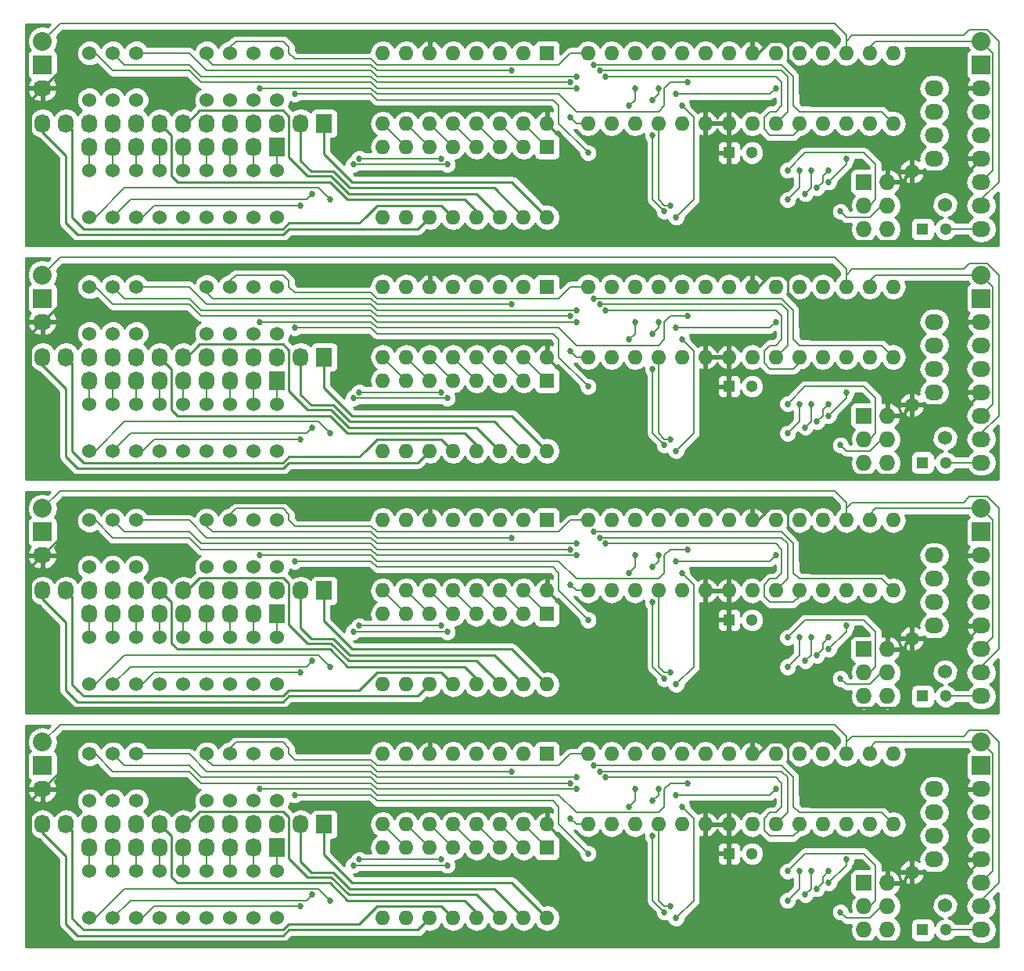
<source format=gbr>
G04 #@! TF.FileFunction,Copper,L2,Bot,Signal*
%FSLAX46Y46*%
G04 Gerber Fmt 4.6, Leading zero omitted, Abs format (unit mm)*
G04 Created by KiCad (PCBNEW 4.0.4-stable) date 02/23/17 17:34:35*
%MOMM*%
%LPD*%
G01*
G04 APERTURE LIST*
%ADD10C,0.100000*%
%ADD11O,2.032000X1.727200*%
%ADD12R,1.600000X1.600000*%
%ADD13O,1.600000X1.600000*%
%ADD14R,2.032000X2.032000*%
%ADD15O,2.032000X2.032000*%
%ADD16C,1.524000*%
%ADD17R,1.727200X2.032000*%
%ADD18O,1.727200X2.032000*%
%ADD19R,1.727200X1.727200*%
%ADD20O,1.727200X1.727200*%
%ADD21R,1.300000X1.300000*%
%ADD22C,1.300000*%
%ADD23C,0.685800*%
%ADD24C,0.254000*%
%ADD25C,0.152400*%
G04 APERTURE END LIST*
D10*
D11*
X57805000Y-59960000D03*
X159405000Y-59960000D03*
X154325000Y-67580000D03*
X154325000Y-65040000D03*
X154325000Y-62500000D03*
X154325000Y-59960000D03*
D12*
X112415000Y-66310000D03*
D13*
X94635000Y-73930000D03*
X109875000Y-66310000D03*
X97175000Y-73930000D03*
X107335000Y-66310000D03*
X99715000Y-73930000D03*
X104795000Y-66310000D03*
X102255000Y-73930000D03*
X102255000Y-66310000D03*
X104795000Y-73930000D03*
X99715000Y-66310000D03*
X107335000Y-73930000D03*
X97175000Y-66310000D03*
X109875000Y-73930000D03*
X94635000Y-66310000D03*
X112415000Y-73930000D03*
D12*
X112415000Y-56150000D03*
D13*
X94635000Y-63770000D03*
X109875000Y-56150000D03*
X97175000Y-63770000D03*
X107335000Y-56150000D03*
X99715000Y-63770000D03*
X104795000Y-56150000D03*
X102255000Y-63770000D03*
X102255000Y-56150000D03*
X104795000Y-63770000D03*
X99715000Y-56150000D03*
X107335000Y-63770000D03*
X97175000Y-56150000D03*
X109875000Y-63770000D03*
X94635000Y-56150000D03*
X112415000Y-63770000D03*
D14*
X57805000Y-57420000D03*
D15*
X57805000Y-54880000D03*
D14*
X159405000Y-57420000D03*
D15*
X159405000Y-54880000D03*
D11*
X159405000Y-62500000D03*
X159405000Y-65040000D03*
X159405000Y-67580000D03*
X159405000Y-70120000D03*
X159405000Y-72660000D03*
X159405000Y-75200000D03*
D16*
X155486051Y-72551051D03*
X151893949Y-68958949D03*
X62885000Y-61230000D03*
X62885000Y-56150000D03*
X65425000Y-61230000D03*
X65425000Y-56150000D03*
X67965000Y-61230000D03*
X67965000Y-56150000D03*
X75585000Y-61230000D03*
X75585000Y-56150000D03*
X78125000Y-61230000D03*
X78125000Y-56150000D03*
X80665000Y-61230000D03*
X80665000Y-56150000D03*
X83205000Y-61230000D03*
X83205000Y-56150000D03*
X62885000Y-68850000D03*
X62885000Y-73930000D03*
X65425000Y-68850000D03*
X65425000Y-73930000D03*
X67965000Y-68850000D03*
X67965000Y-73930000D03*
X70505000Y-68850000D03*
X70505000Y-73930000D03*
X73045000Y-68850000D03*
X73045000Y-73930000D03*
X75585000Y-68850000D03*
X75585000Y-73930000D03*
X78125000Y-68850000D03*
X78125000Y-73930000D03*
X80665000Y-68850000D03*
X80665000Y-73930000D03*
X83205000Y-68850000D03*
X83205000Y-73930000D03*
D17*
X83205000Y-66310000D03*
D18*
X80665000Y-66310000D03*
X78125000Y-66310000D03*
X75585000Y-66310000D03*
X73045000Y-66310000D03*
X70505000Y-66310000D03*
X67965000Y-66310000D03*
X65425000Y-66310000D03*
X62885000Y-66310000D03*
D17*
X88285000Y-63770000D03*
D18*
X85745000Y-63770000D03*
X83205000Y-63770000D03*
X80665000Y-63770000D03*
X78125000Y-63770000D03*
X75585000Y-63770000D03*
X73045000Y-63770000D03*
X70505000Y-63770000D03*
X67965000Y-63770000D03*
X65425000Y-63770000D03*
X62885000Y-63770000D03*
X60345000Y-63770000D03*
X57805000Y-63770000D03*
D19*
X146705000Y-70120000D03*
D20*
X149245000Y-70120000D03*
X149245000Y-72660000D03*
X146705000Y-72660000D03*
X149245000Y-75200000D03*
X146705000Y-75200000D03*
D21*
X153055000Y-75200000D03*
D22*
X155555000Y-75200000D03*
D13*
X149880000Y-56150000D03*
X147340000Y-56150000D03*
X144800000Y-56150000D03*
X142260000Y-56150000D03*
X139720000Y-56150000D03*
X137180000Y-56150000D03*
X134640000Y-56150000D03*
X132100000Y-56150000D03*
X129560000Y-56150000D03*
X127020000Y-56150000D03*
X124480000Y-56150000D03*
X121940000Y-56150000D03*
X119400000Y-56150000D03*
X116860000Y-56150000D03*
X116860000Y-63770000D03*
X119400000Y-63770000D03*
X121940000Y-63770000D03*
X124480000Y-63770000D03*
X127020000Y-63770000D03*
X129560000Y-63770000D03*
X132100000Y-63770000D03*
X134640000Y-63770000D03*
X137180000Y-63770000D03*
X139720000Y-63770000D03*
X142260000Y-63770000D03*
X144800000Y-63770000D03*
X147340000Y-63770000D03*
X149880000Y-63770000D03*
D21*
X132100000Y-66945000D03*
D22*
X134600000Y-66945000D03*
D21*
X132100000Y-41645000D03*
D22*
X134600000Y-41645000D03*
D13*
X149880000Y-30850000D03*
X147340000Y-30850000D03*
X144800000Y-30850000D03*
X142260000Y-30850000D03*
X139720000Y-30850000D03*
X137180000Y-30850000D03*
X134640000Y-30850000D03*
X132100000Y-30850000D03*
X129560000Y-30850000D03*
X127020000Y-30850000D03*
X124480000Y-30850000D03*
X121940000Y-30850000D03*
X119400000Y-30850000D03*
X116860000Y-30850000D03*
X116860000Y-38470000D03*
X119400000Y-38470000D03*
X121940000Y-38470000D03*
X124480000Y-38470000D03*
X127020000Y-38470000D03*
X129560000Y-38470000D03*
X132100000Y-38470000D03*
X134640000Y-38470000D03*
X137180000Y-38470000D03*
X139720000Y-38470000D03*
X142260000Y-38470000D03*
X144800000Y-38470000D03*
X147340000Y-38470000D03*
X149880000Y-38470000D03*
D21*
X153055000Y-49900000D03*
D22*
X155555000Y-49900000D03*
D19*
X146705000Y-44820000D03*
D20*
X149245000Y-44820000D03*
X149245000Y-47360000D03*
X146705000Y-47360000D03*
X149245000Y-49900000D03*
X146705000Y-49900000D03*
D17*
X88285000Y-38470000D03*
D18*
X85745000Y-38470000D03*
X83205000Y-38470000D03*
X80665000Y-38470000D03*
X78125000Y-38470000D03*
X75585000Y-38470000D03*
X73045000Y-38470000D03*
X70505000Y-38470000D03*
X67965000Y-38470000D03*
X65425000Y-38470000D03*
X62885000Y-38470000D03*
X60345000Y-38470000D03*
X57805000Y-38470000D03*
D17*
X83205000Y-41010000D03*
D18*
X80665000Y-41010000D03*
X78125000Y-41010000D03*
X75585000Y-41010000D03*
X73045000Y-41010000D03*
X70505000Y-41010000D03*
X67965000Y-41010000D03*
X65425000Y-41010000D03*
X62885000Y-41010000D03*
D16*
X83205000Y-43550000D03*
X83205000Y-48630000D03*
X80665000Y-43550000D03*
X80665000Y-48630000D03*
X78125000Y-43550000D03*
X78125000Y-48630000D03*
X75585000Y-43550000D03*
X75585000Y-48630000D03*
X73045000Y-43550000D03*
X73045000Y-48630000D03*
X70505000Y-43550000D03*
X70505000Y-48630000D03*
X67965000Y-43550000D03*
X67965000Y-48630000D03*
X65425000Y-43550000D03*
X65425000Y-48630000D03*
X62885000Y-43550000D03*
X62885000Y-48630000D03*
X83205000Y-35930000D03*
X83205000Y-30850000D03*
X80665000Y-35930000D03*
X80665000Y-30850000D03*
X78125000Y-35930000D03*
X78125000Y-30850000D03*
X75585000Y-35930000D03*
X75585000Y-30850000D03*
X67965000Y-35930000D03*
X67965000Y-30850000D03*
X65425000Y-35930000D03*
X65425000Y-30850000D03*
X62885000Y-35930000D03*
X62885000Y-30850000D03*
X155486051Y-47251051D03*
X151893949Y-43658949D03*
D11*
X159405000Y-37200000D03*
X159405000Y-39740000D03*
X159405000Y-42280000D03*
X159405000Y-44820000D03*
X159405000Y-47360000D03*
X159405000Y-49900000D03*
D14*
X159405000Y-32120000D03*
D15*
X159405000Y-29580000D03*
D14*
X57805000Y-32120000D03*
D15*
X57805000Y-29580000D03*
D12*
X112415000Y-30850000D03*
D13*
X94635000Y-38470000D03*
X109875000Y-30850000D03*
X97175000Y-38470000D03*
X107335000Y-30850000D03*
X99715000Y-38470000D03*
X104795000Y-30850000D03*
X102255000Y-38470000D03*
X102255000Y-30850000D03*
X104795000Y-38470000D03*
X99715000Y-30850000D03*
X107335000Y-38470000D03*
X97175000Y-30850000D03*
X109875000Y-38470000D03*
X94635000Y-30850000D03*
X112415000Y-38470000D03*
D12*
X112415000Y-41010000D03*
D13*
X94635000Y-48630000D03*
X109875000Y-41010000D03*
X97175000Y-48630000D03*
X107335000Y-41010000D03*
X99715000Y-48630000D03*
X104795000Y-41010000D03*
X102255000Y-48630000D03*
X102255000Y-41010000D03*
X104795000Y-48630000D03*
X99715000Y-41010000D03*
X107335000Y-48630000D03*
X97175000Y-41010000D03*
X109875000Y-48630000D03*
X94635000Y-41010000D03*
X112415000Y-48630000D03*
D11*
X154325000Y-42280000D03*
X154325000Y-39740000D03*
X154325000Y-37200000D03*
X154325000Y-34660000D03*
X159405000Y-34660000D03*
X57805000Y-34660000D03*
X57805000Y-85260000D03*
X159405000Y-85260000D03*
X154325000Y-92880000D03*
X154325000Y-90340000D03*
X154325000Y-87800000D03*
X154325000Y-85260000D03*
D12*
X112415000Y-91610000D03*
D13*
X94635000Y-99230000D03*
X109875000Y-91610000D03*
X97175000Y-99230000D03*
X107335000Y-91610000D03*
X99715000Y-99230000D03*
X104795000Y-91610000D03*
X102255000Y-99230000D03*
X102255000Y-91610000D03*
X104795000Y-99230000D03*
X99715000Y-91610000D03*
X107335000Y-99230000D03*
X97175000Y-91610000D03*
X109875000Y-99230000D03*
X94635000Y-91610000D03*
X112415000Y-99230000D03*
D12*
X112415000Y-81450000D03*
D13*
X94635000Y-89070000D03*
X109875000Y-81450000D03*
X97175000Y-89070000D03*
X107335000Y-81450000D03*
X99715000Y-89070000D03*
X104795000Y-81450000D03*
X102255000Y-89070000D03*
X102255000Y-81450000D03*
X104795000Y-89070000D03*
X99715000Y-81450000D03*
X107335000Y-89070000D03*
X97175000Y-81450000D03*
X109875000Y-89070000D03*
X94635000Y-81450000D03*
X112415000Y-89070000D03*
D14*
X57805000Y-82720000D03*
D15*
X57805000Y-80180000D03*
D14*
X159405000Y-82720000D03*
D15*
X159405000Y-80180000D03*
D11*
X159405000Y-87800000D03*
X159405000Y-90340000D03*
X159405000Y-92880000D03*
X159405000Y-95420000D03*
X159405000Y-97960000D03*
X159405000Y-100500000D03*
D16*
X155486051Y-97851051D03*
X151893949Y-94258949D03*
X62885000Y-86530000D03*
X62885000Y-81450000D03*
X65425000Y-86530000D03*
X65425000Y-81450000D03*
X67965000Y-86530000D03*
X67965000Y-81450000D03*
X75585000Y-86530000D03*
X75585000Y-81450000D03*
X78125000Y-86530000D03*
X78125000Y-81450000D03*
X80665000Y-86530000D03*
X80665000Y-81450000D03*
X83205000Y-86530000D03*
X83205000Y-81450000D03*
X62885000Y-94150000D03*
X62885000Y-99230000D03*
X65425000Y-94150000D03*
X65425000Y-99230000D03*
X67965000Y-94150000D03*
X67965000Y-99230000D03*
X70505000Y-94150000D03*
X70505000Y-99230000D03*
X73045000Y-94150000D03*
X73045000Y-99230000D03*
X75585000Y-94150000D03*
X75585000Y-99230000D03*
X78125000Y-94150000D03*
X78125000Y-99230000D03*
X80665000Y-94150000D03*
X80665000Y-99230000D03*
X83205000Y-94150000D03*
X83205000Y-99230000D03*
D17*
X83205000Y-91610000D03*
D18*
X80665000Y-91610000D03*
X78125000Y-91610000D03*
X75585000Y-91610000D03*
X73045000Y-91610000D03*
X70505000Y-91610000D03*
X67965000Y-91610000D03*
X65425000Y-91610000D03*
X62885000Y-91610000D03*
D17*
X88285000Y-89070000D03*
D18*
X85745000Y-89070000D03*
X83205000Y-89070000D03*
X80665000Y-89070000D03*
X78125000Y-89070000D03*
X75585000Y-89070000D03*
X73045000Y-89070000D03*
X70505000Y-89070000D03*
X67965000Y-89070000D03*
X65425000Y-89070000D03*
X62885000Y-89070000D03*
X60345000Y-89070000D03*
X57805000Y-89070000D03*
D19*
X146705000Y-95420000D03*
D20*
X149245000Y-95420000D03*
X149245000Y-97960000D03*
X146705000Y-97960000D03*
X149245000Y-100500000D03*
X146705000Y-100500000D03*
D21*
X153055000Y-100500000D03*
D22*
X155555000Y-100500000D03*
D13*
X149880000Y-81450000D03*
X147340000Y-81450000D03*
X144800000Y-81450000D03*
X142260000Y-81450000D03*
X139720000Y-81450000D03*
X137180000Y-81450000D03*
X134640000Y-81450000D03*
X132100000Y-81450000D03*
X129560000Y-81450000D03*
X127020000Y-81450000D03*
X124480000Y-81450000D03*
X121940000Y-81450000D03*
X119400000Y-81450000D03*
X116860000Y-81450000D03*
X116860000Y-89070000D03*
X119400000Y-89070000D03*
X121940000Y-89070000D03*
X124480000Y-89070000D03*
X127020000Y-89070000D03*
X129560000Y-89070000D03*
X132100000Y-89070000D03*
X134640000Y-89070000D03*
X137180000Y-89070000D03*
X139720000Y-89070000D03*
X142260000Y-89070000D03*
X144800000Y-89070000D03*
X147340000Y-89070000D03*
X149880000Y-89070000D03*
D21*
X132100000Y-92245000D03*
D22*
X134600000Y-92245000D03*
D21*
X132100000Y-117545000D03*
D22*
X134600000Y-117545000D03*
D13*
X149880000Y-106750000D03*
X147340000Y-106750000D03*
X144800000Y-106750000D03*
X142260000Y-106750000D03*
X139720000Y-106750000D03*
X137180000Y-106750000D03*
X134640000Y-106750000D03*
X132100000Y-106750000D03*
X129560000Y-106750000D03*
X127020000Y-106750000D03*
X124480000Y-106750000D03*
X121940000Y-106750000D03*
X119400000Y-106750000D03*
X116860000Y-106750000D03*
X116860000Y-114370000D03*
X119400000Y-114370000D03*
X121940000Y-114370000D03*
X124480000Y-114370000D03*
X127020000Y-114370000D03*
X129560000Y-114370000D03*
X132100000Y-114370000D03*
X134640000Y-114370000D03*
X137180000Y-114370000D03*
X139720000Y-114370000D03*
X142260000Y-114370000D03*
X144800000Y-114370000D03*
X147340000Y-114370000D03*
X149880000Y-114370000D03*
D21*
X153055000Y-125800000D03*
D22*
X155555000Y-125800000D03*
D19*
X146705000Y-120720000D03*
D20*
X149245000Y-120720000D03*
X149245000Y-123260000D03*
X146705000Y-123260000D03*
X149245000Y-125800000D03*
X146705000Y-125800000D03*
D17*
X88285000Y-114370000D03*
D18*
X85745000Y-114370000D03*
X83205000Y-114370000D03*
X80665000Y-114370000D03*
X78125000Y-114370000D03*
X75585000Y-114370000D03*
X73045000Y-114370000D03*
X70505000Y-114370000D03*
X67965000Y-114370000D03*
X65425000Y-114370000D03*
X62885000Y-114370000D03*
X60345000Y-114370000D03*
X57805000Y-114370000D03*
D17*
X83205000Y-116910000D03*
D18*
X80665000Y-116910000D03*
X78125000Y-116910000D03*
X75585000Y-116910000D03*
X73045000Y-116910000D03*
X70505000Y-116910000D03*
X67965000Y-116910000D03*
X65425000Y-116910000D03*
X62885000Y-116910000D03*
D16*
X83205000Y-119450000D03*
X83205000Y-124530000D03*
X80665000Y-119450000D03*
X80665000Y-124530000D03*
X78125000Y-119450000D03*
X78125000Y-124530000D03*
X75585000Y-119450000D03*
X75585000Y-124530000D03*
X73045000Y-119450000D03*
X73045000Y-124530000D03*
X70505000Y-119450000D03*
X70505000Y-124530000D03*
X67965000Y-119450000D03*
X67965000Y-124530000D03*
X65425000Y-119450000D03*
X65425000Y-124530000D03*
X62885000Y-119450000D03*
X62885000Y-124530000D03*
X83205000Y-111830000D03*
X83205000Y-106750000D03*
X80665000Y-111830000D03*
X80665000Y-106750000D03*
X78125000Y-111830000D03*
X78125000Y-106750000D03*
X75585000Y-111830000D03*
X75585000Y-106750000D03*
X67965000Y-111830000D03*
X67965000Y-106750000D03*
X65425000Y-111830000D03*
X65425000Y-106750000D03*
X62885000Y-111830000D03*
X62885000Y-106750000D03*
X155486051Y-123151051D03*
X151893949Y-119558949D03*
D11*
X159405000Y-113100000D03*
X159405000Y-115640000D03*
X159405000Y-118180000D03*
X159405000Y-120720000D03*
X159405000Y-123260000D03*
X159405000Y-125800000D03*
D14*
X159405000Y-108020000D03*
D15*
X159405000Y-105480000D03*
D14*
X57805000Y-108020000D03*
D15*
X57805000Y-105480000D03*
D12*
X112415000Y-106750000D03*
D13*
X94635000Y-114370000D03*
X109875000Y-106750000D03*
X97175000Y-114370000D03*
X107335000Y-106750000D03*
X99715000Y-114370000D03*
X104795000Y-106750000D03*
X102255000Y-114370000D03*
X102255000Y-106750000D03*
X104795000Y-114370000D03*
X99715000Y-106750000D03*
X107335000Y-114370000D03*
X97175000Y-106750000D03*
X109875000Y-114370000D03*
X94635000Y-106750000D03*
X112415000Y-114370000D03*
D12*
X112415000Y-116910000D03*
D13*
X94635000Y-124530000D03*
X109875000Y-116910000D03*
X97175000Y-124530000D03*
X107335000Y-116910000D03*
X99715000Y-124530000D03*
X104795000Y-116910000D03*
X102255000Y-124530000D03*
X102255000Y-116910000D03*
X104795000Y-124530000D03*
X99715000Y-116910000D03*
X107335000Y-124530000D03*
X97175000Y-116910000D03*
X109875000Y-124530000D03*
X94635000Y-116910000D03*
X112415000Y-124530000D03*
D11*
X154325000Y-118180000D03*
X154325000Y-115640000D03*
X154325000Y-113100000D03*
X154325000Y-110560000D03*
X159405000Y-110560000D03*
X57805000Y-110560000D03*
D23*
X141625000Y-45455000D03*
X142895000Y-43550000D03*
X85745000Y-47360000D03*
X142895000Y-68850000D03*
X141625000Y-70755000D03*
X85745000Y-72660000D03*
X85745000Y-123260000D03*
X141625000Y-121355000D03*
X142895000Y-119450000D03*
X85745000Y-97960000D03*
X142895000Y-94150000D03*
X141625000Y-96055000D03*
X139720000Y-68850000D03*
X138450000Y-72025000D03*
X88920000Y-72025000D03*
X88920000Y-46725000D03*
X138450000Y-46725000D03*
X139720000Y-43550000D03*
X139720000Y-94150000D03*
X138450000Y-97325000D03*
X88920000Y-97325000D03*
X88920000Y-122625000D03*
X138450000Y-122625000D03*
X139720000Y-119450000D03*
X127655000Y-59325000D03*
X81300000Y-59960000D03*
X81300000Y-34660000D03*
X127655000Y-34025000D03*
X127655000Y-84625000D03*
X81300000Y-85260000D03*
X81300000Y-110560000D03*
X127655000Y-109925000D03*
X126385000Y-48630000D03*
X127020000Y-36565000D03*
X126385000Y-73930000D03*
X127020000Y-61865000D03*
X127020000Y-112465000D03*
X126385000Y-124530000D03*
X127020000Y-87165000D03*
X126385000Y-99230000D03*
X114955000Y-63135000D03*
X108605000Y-58055000D03*
X108605000Y-32755000D03*
X114955000Y-37835000D03*
X114955000Y-88435000D03*
X108605000Y-83355000D03*
X108605000Y-108655000D03*
X114955000Y-113735000D03*
X92095000Y-42280000D03*
X100985000Y-67580000D03*
X92095000Y-67580000D03*
X100985000Y-42280000D03*
X100985000Y-92880000D03*
X92095000Y-118180000D03*
X100985000Y-118180000D03*
X92095000Y-92880000D03*
X123845000Y-39740000D03*
X125115000Y-47995000D03*
X144165000Y-73295000D03*
X123845000Y-65040000D03*
X125115000Y-73295000D03*
X91460000Y-68215000D03*
X101620000Y-68215000D03*
X144165000Y-47995000D03*
X101620000Y-42915000D03*
X91460000Y-42915000D03*
X91460000Y-93515000D03*
X101620000Y-93515000D03*
X144165000Y-98595000D03*
X101620000Y-118815000D03*
X91460000Y-118815000D03*
X125115000Y-123895000D03*
X123845000Y-115640000D03*
X144165000Y-123895000D03*
X125115000Y-98595000D03*
X123845000Y-90340000D03*
X125750000Y-72660000D03*
X125750000Y-47360000D03*
X125750000Y-97960000D03*
X125750000Y-123260000D03*
X116860000Y-41645000D03*
X138450000Y-68850000D03*
X116860000Y-66945000D03*
X85110000Y-60595000D03*
X138450000Y-43550000D03*
X85110000Y-35295000D03*
X85110000Y-85895000D03*
X138450000Y-94150000D03*
X85110000Y-111195000D03*
X116860000Y-117545000D03*
X138450000Y-119450000D03*
X116860000Y-92245000D03*
X114955000Y-59325000D03*
X118130000Y-58055000D03*
X118130000Y-32755000D03*
X114955000Y-34025000D03*
X114955000Y-84625000D03*
X118130000Y-83355000D03*
X118130000Y-108655000D03*
X114955000Y-109925000D03*
X115590000Y-59960000D03*
X118765000Y-58690000D03*
X118765000Y-33390000D03*
X115590000Y-34660000D03*
X115590000Y-85260000D03*
X118765000Y-83990000D03*
X118765000Y-109290000D03*
X115590000Y-110560000D03*
X87015000Y-71390000D03*
X140355000Y-71390000D03*
X140990000Y-68850000D03*
X140990000Y-43550000D03*
X140355000Y-46090000D03*
X87015000Y-46090000D03*
X87015000Y-96690000D03*
X140355000Y-96690000D03*
X140990000Y-94150000D03*
X140990000Y-119450000D03*
X140355000Y-121990000D03*
X87015000Y-121990000D03*
X144800000Y-67580000D03*
X142895000Y-70120000D03*
X142895000Y-44820000D03*
X144800000Y-42280000D03*
X144800000Y-92880000D03*
X142895000Y-95420000D03*
X142895000Y-120720000D03*
X144800000Y-118180000D03*
X117495000Y-57420000D03*
X115590000Y-58690000D03*
X115590000Y-33390000D03*
X117495000Y-32120000D03*
X117495000Y-82720000D03*
X115590000Y-83990000D03*
X115590000Y-109290000D03*
X117495000Y-108020000D03*
X126385000Y-60595000D03*
X137180000Y-59960000D03*
X137180000Y-34660000D03*
X126385000Y-35295000D03*
X126385000Y-85895000D03*
X137180000Y-85260000D03*
X137180000Y-110560000D03*
X126385000Y-111195000D03*
X124480000Y-59960000D03*
X123845000Y-61230000D03*
X123845000Y-35930000D03*
X124480000Y-34660000D03*
X124480000Y-85260000D03*
X123845000Y-86530000D03*
X123845000Y-111830000D03*
X124480000Y-110560000D03*
X121940000Y-59960000D03*
X121305000Y-61865000D03*
X121305000Y-36565000D03*
X121940000Y-34660000D03*
X121940000Y-85260000D03*
X121305000Y-87165000D03*
X121305000Y-112465000D03*
X121940000Y-110560000D03*
D24*
X132100000Y-41645000D02*
X132100000Y-38470000D01*
X129560000Y-49900000D02*
X129560000Y-51170000D01*
X129560000Y-49900000D02*
X128290000Y-51170000D01*
X130830000Y-51170000D02*
X129560000Y-49900000D01*
X129560000Y-49900000D02*
X129560000Y-41010000D01*
X138450000Y-31485000D02*
X138450000Y-30215000D01*
X139720000Y-32755000D02*
X138450000Y-31485000D01*
X114320000Y-51170000D02*
X107970000Y-51170000D01*
X114955000Y-50535000D02*
X114955000Y-51170000D01*
X114320000Y-51170000D02*
X114955000Y-50535000D01*
X115590000Y-51170000D02*
X114955000Y-51170000D01*
X114955000Y-51170000D02*
X114320000Y-51170000D01*
X128290000Y-51170000D02*
X115590000Y-51170000D01*
X115590000Y-51170000D02*
X114955000Y-50535000D01*
X129560000Y-51170000D02*
X128290000Y-51170000D01*
X138450000Y-30215000D02*
X137815000Y-29580000D01*
X114955000Y-41010000D02*
X114955000Y-50535000D01*
X107970000Y-51170000D02*
X57170000Y-51170000D01*
X130830000Y-51170000D02*
X129560000Y-51170000D01*
X150515000Y-51170000D02*
X130830000Y-51170000D01*
X151150000Y-50535000D02*
X150515000Y-51170000D01*
X137815000Y-29580000D02*
X136545000Y-29580000D01*
X129560000Y-75200000D02*
X129560000Y-66310000D01*
X151150000Y-75835000D02*
X150515000Y-76470000D01*
X150515000Y-76470000D02*
X130830000Y-76470000D01*
X130830000Y-76470000D02*
X129560000Y-75200000D01*
X129560000Y-76470000D02*
X128290000Y-76470000D01*
X130830000Y-76470000D02*
X129560000Y-76470000D01*
X129560000Y-75200000D02*
X128290000Y-76470000D01*
X129560000Y-75200000D02*
X129560000Y-76470000D01*
X129560000Y-66310000D02*
X129560000Y-63770000D01*
X158026051Y-68958949D02*
X159405000Y-67580000D01*
X151893949Y-68958949D02*
X158026051Y-68958949D01*
X150732898Y-70120000D02*
X151893949Y-68958949D01*
X149245000Y-70120000D02*
X150732898Y-70120000D01*
X158135000Y-59960000D02*
X157500000Y-60595000D01*
X157500000Y-60595000D02*
X157500000Y-66945000D01*
X157500000Y-66945000D02*
X158135000Y-67580000D01*
X158135000Y-67580000D02*
X159405000Y-67580000D01*
X159405000Y-59960000D02*
X158135000Y-59960000D01*
X151150000Y-69485000D02*
X151150000Y-75835000D01*
X151676051Y-68958949D02*
X151150000Y-69485000D01*
X151893949Y-68958949D02*
X151676051Y-68958949D01*
X115590000Y-76470000D02*
X114955000Y-75835000D01*
X128290000Y-76470000D02*
X115590000Y-76470000D01*
X114955000Y-76470000D02*
X114320000Y-76470000D01*
X115590000Y-76470000D02*
X114955000Y-76470000D01*
X114320000Y-76470000D02*
X114955000Y-75835000D01*
X114955000Y-75835000D02*
X114955000Y-76470000D01*
X114320000Y-76470000D02*
X107970000Y-76470000D01*
X56535000Y-61230000D02*
X57805000Y-59960000D01*
X56535000Y-75835000D02*
X56535000Y-61230000D01*
X57170000Y-76470000D02*
X56535000Y-75835000D01*
X107970000Y-76470000D02*
X57170000Y-76470000D01*
X114955000Y-66310000D02*
X114955000Y-75835000D01*
X112415000Y-63770000D02*
X114955000Y-66310000D01*
X135275000Y-56150000D02*
X134640000Y-56150000D01*
X151893949Y-63243949D02*
X150515000Y-61865000D01*
X150515000Y-61865000D02*
X140990000Y-61865000D01*
X140990000Y-61865000D02*
X139720000Y-60595000D01*
X139720000Y-60595000D02*
X139720000Y-58055000D01*
X139720000Y-58055000D02*
X138450000Y-56785000D01*
X138450000Y-56785000D02*
X138450000Y-55515000D01*
X138450000Y-55515000D02*
X137815000Y-54880000D01*
X137815000Y-54880000D02*
X136545000Y-54880000D01*
X136545000Y-54880000D02*
X135275000Y-56150000D01*
X151893949Y-68958949D02*
X151893949Y-63243949D01*
X134640000Y-54880000D02*
X134005000Y-54245000D01*
X134005000Y-54245000D02*
X62885000Y-54245000D01*
X62885000Y-54245000D02*
X59710000Y-57420000D01*
X59710000Y-57420000D02*
X59710000Y-58055000D01*
X59710000Y-58055000D02*
X57805000Y-59960000D01*
X134640000Y-56150000D02*
X134640000Y-54880000D01*
X129560000Y-63770000D02*
X132100000Y-63770000D01*
X132100000Y-66945000D02*
X132100000Y-63770000D01*
X129560000Y-38470000D02*
X132100000Y-38470000D01*
X134640000Y-30850000D02*
X134640000Y-29580000D01*
X59710000Y-32755000D02*
X57805000Y-34660000D01*
X59710000Y-32120000D02*
X59710000Y-32755000D01*
X62885000Y-28945000D02*
X59710000Y-32120000D01*
X134005000Y-28945000D02*
X62885000Y-28945000D01*
X134640000Y-29580000D02*
X134005000Y-28945000D01*
X151893949Y-43658949D02*
X151893949Y-37943949D01*
X136545000Y-29580000D02*
X135275000Y-30850000D01*
X139720000Y-35295000D02*
X139720000Y-32755000D01*
X140990000Y-36565000D02*
X139720000Y-35295000D01*
X150515000Y-36565000D02*
X140990000Y-36565000D01*
X151893949Y-37943949D02*
X150515000Y-36565000D01*
X135275000Y-30850000D02*
X134640000Y-30850000D01*
X112415000Y-38470000D02*
X114955000Y-41010000D01*
X57170000Y-51170000D02*
X56535000Y-50535000D01*
X56535000Y-50535000D02*
X56535000Y-35930000D01*
X56535000Y-35930000D02*
X57805000Y-34660000D01*
X151893949Y-43658949D02*
X151676051Y-43658949D01*
X151676051Y-43658949D02*
X151150000Y-44185000D01*
X151150000Y-44185000D02*
X151150000Y-50535000D01*
X159405000Y-34660000D02*
X158135000Y-34660000D01*
X158135000Y-42280000D02*
X159405000Y-42280000D01*
X157500000Y-41645000D02*
X158135000Y-42280000D01*
X157500000Y-35295000D02*
X157500000Y-41645000D01*
X158135000Y-34660000D02*
X157500000Y-35295000D01*
X149245000Y-44820000D02*
X150732898Y-44820000D01*
X150732898Y-44820000D02*
X151893949Y-43658949D01*
X151893949Y-43658949D02*
X158026051Y-43658949D01*
X158026051Y-43658949D02*
X159405000Y-42280000D01*
X129560000Y-41010000D02*
X129560000Y-38470000D01*
X129560000Y-91610000D02*
X129560000Y-89070000D01*
X158026051Y-94258949D02*
X159405000Y-92880000D01*
X151893949Y-94258949D02*
X158026051Y-94258949D01*
X150732898Y-95420000D02*
X151893949Y-94258949D01*
X149245000Y-95420000D02*
X150732898Y-95420000D01*
X158135000Y-85260000D02*
X157500000Y-85895000D01*
X157500000Y-85895000D02*
X157500000Y-92245000D01*
X157500000Y-92245000D02*
X158135000Y-92880000D01*
X158135000Y-92880000D02*
X159405000Y-92880000D01*
X159405000Y-85260000D02*
X158135000Y-85260000D01*
X151150000Y-94785000D02*
X151150000Y-101135000D01*
X151676051Y-94258949D02*
X151150000Y-94785000D01*
X151893949Y-94258949D02*
X151676051Y-94258949D01*
X56535000Y-86530000D02*
X57805000Y-85260000D01*
X56535000Y-101135000D02*
X56535000Y-86530000D01*
X57170000Y-101770000D02*
X56535000Y-101135000D01*
X112415000Y-89070000D02*
X114955000Y-91610000D01*
X135275000Y-81450000D02*
X134640000Y-81450000D01*
X151893949Y-88543949D02*
X150515000Y-87165000D01*
X150515000Y-87165000D02*
X140990000Y-87165000D01*
X140990000Y-87165000D02*
X139720000Y-85895000D01*
X139720000Y-85895000D02*
X139720000Y-83355000D01*
X136545000Y-80180000D02*
X135275000Y-81450000D01*
X151893949Y-94258949D02*
X151893949Y-88543949D01*
X134640000Y-80180000D02*
X134005000Y-79545000D01*
X134005000Y-79545000D02*
X62885000Y-79545000D01*
X62885000Y-79545000D02*
X59710000Y-82720000D01*
X59710000Y-82720000D02*
X59710000Y-83355000D01*
X59710000Y-83355000D02*
X57805000Y-85260000D01*
X134640000Y-81450000D02*
X134640000Y-80180000D01*
X129560000Y-89070000D02*
X132100000Y-89070000D01*
X132100000Y-117545000D02*
X132100000Y-114370000D01*
X129560000Y-114370000D02*
X132100000Y-114370000D01*
X134640000Y-106750000D02*
X134640000Y-105480000D01*
X59710000Y-108655000D02*
X57805000Y-110560000D01*
X59710000Y-108020000D02*
X59710000Y-108655000D01*
X62885000Y-104845000D02*
X59710000Y-108020000D01*
X134005000Y-104845000D02*
X62885000Y-104845000D01*
X134640000Y-105480000D02*
X134005000Y-104845000D01*
X151893949Y-119558949D02*
X151893949Y-113843949D01*
X136545000Y-105480000D02*
X135275000Y-106750000D01*
X137815000Y-105480000D02*
X136545000Y-105480000D01*
X138450000Y-106115000D02*
X137815000Y-105480000D01*
X138450000Y-107385000D02*
X138450000Y-106115000D01*
X139720000Y-108655000D02*
X138450000Y-107385000D01*
X139720000Y-111195000D02*
X139720000Y-108655000D01*
X140990000Y-112465000D02*
X139720000Y-111195000D01*
X150515000Y-112465000D02*
X140990000Y-112465000D01*
X151893949Y-113843949D02*
X150515000Y-112465000D01*
X135275000Y-106750000D02*
X134640000Y-106750000D01*
X112415000Y-114370000D02*
X114955000Y-116910000D01*
X114955000Y-116910000D02*
X114955000Y-126435000D01*
X107970000Y-127070000D02*
X57170000Y-127070000D01*
X57170000Y-127070000D02*
X56535000Y-126435000D01*
X56535000Y-126435000D02*
X56535000Y-111830000D01*
X56535000Y-111830000D02*
X57805000Y-110560000D01*
X114320000Y-127070000D02*
X107970000Y-127070000D01*
X114955000Y-126435000D02*
X114955000Y-127070000D01*
X114320000Y-127070000D02*
X114955000Y-126435000D01*
X115590000Y-127070000D02*
X114955000Y-127070000D01*
X114955000Y-127070000D02*
X114320000Y-127070000D01*
X128290000Y-127070000D02*
X115590000Y-127070000D01*
X115590000Y-127070000D02*
X114955000Y-126435000D01*
X151893949Y-119558949D02*
X151676051Y-119558949D01*
X151676051Y-119558949D02*
X151150000Y-120085000D01*
X151150000Y-120085000D02*
X151150000Y-126435000D01*
X159405000Y-110560000D02*
X158135000Y-110560000D01*
X158135000Y-118180000D02*
X159405000Y-118180000D01*
X157500000Y-117545000D02*
X158135000Y-118180000D01*
X157500000Y-111195000D02*
X157500000Y-117545000D01*
X158135000Y-110560000D02*
X157500000Y-111195000D01*
X149245000Y-120720000D02*
X150732898Y-120720000D01*
X150732898Y-120720000D02*
X151893949Y-119558949D01*
X151893949Y-119558949D02*
X158026051Y-119558949D01*
X158026051Y-119558949D02*
X159405000Y-118180000D01*
X129560000Y-116910000D02*
X129560000Y-114370000D01*
X129560000Y-125800000D02*
X129560000Y-127070000D01*
X129560000Y-125800000D02*
X128290000Y-127070000D01*
X130830000Y-127070000D02*
X129560000Y-127070000D01*
X129560000Y-127070000D02*
X128290000Y-127070000D01*
X130830000Y-127070000D02*
X129560000Y-125800000D01*
X150515000Y-127070000D02*
X130830000Y-127070000D01*
X151150000Y-126435000D02*
X150515000Y-127070000D01*
X129560000Y-125800000D02*
X129560000Y-116910000D01*
X137815000Y-80180000D02*
X136545000Y-80180000D01*
X151150000Y-101135000D02*
X150515000Y-101770000D01*
X150515000Y-101770000D02*
X130830000Y-101770000D01*
X130830000Y-101770000D02*
X129560000Y-101770000D01*
X107970000Y-101770000D02*
X57170000Y-101770000D01*
X114955000Y-91610000D02*
X114955000Y-101135000D01*
X138450000Y-80815000D02*
X137815000Y-80180000D01*
X129560000Y-101770000D02*
X128290000Y-101770000D01*
X115590000Y-101770000D02*
X114955000Y-101135000D01*
X128290000Y-101770000D02*
X115590000Y-101770000D01*
X114955000Y-101770000D02*
X114320000Y-101770000D01*
X115590000Y-101770000D02*
X114955000Y-101770000D01*
X114320000Y-101770000D02*
X114955000Y-101135000D01*
X114955000Y-101135000D02*
X114955000Y-101770000D01*
X114320000Y-101770000D02*
X107970000Y-101770000D01*
X139720000Y-83355000D02*
X138450000Y-82085000D01*
X138450000Y-82085000D02*
X138450000Y-80815000D01*
X129560000Y-100500000D02*
X129560000Y-91610000D01*
X130830000Y-101770000D02*
X129560000Y-100500000D01*
X129560000Y-100500000D02*
X128290000Y-101770000D01*
X129560000Y-100500000D02*
X129560000Y-101770000D01*
X132100000Y-92245000D02*
X132100000Y-89070000D01*
D25*
X159405000Y-75200000D02*
X155555000Y-75200000D01*
X159405000Y-49900000D02*
X155555000Y-49900000D01*
X159405000Y-100500000D02*
X155555000Y-100500000D01*
X159405000Y-125800000D02*
X155555000Y-125800000D01*
X147340000Y-55515000D02*
X147340000Y-56150000D01*
X157500000Y-54880000D02*
X147975000Y-54880000D01*
X147975000Y-54880000D02*
X147340000Y-55515000D01*
X159405000Y-54880000D02*
X157500000Y-54880000D01*
X160675000Y-68850000D02*
X160675000Y-56150000D01*
X160675000Y-56150000D02*
X159405000Y-54880000D01*
X159405000Y-70120000D02*
X160675000Y-68850000D01*
X159405000Y-44820000D02*
X160675000Y-43550000D01*
X160675000Y-30850000D02*
X159405000Y-29580000D01*
X160675000Y-43550000D02*
X160675000Y-30850000D01*
X159405000Y-29580000D02*
X157500000Y-29580000D01*
X147975000Y-29580000D02*
X147340000Y-30215000D01*
X157500000Y-29580000D02*
X147975000Y-29580000D01*
X147340000Y-30215000D02*
X147340000Y-30850000D01*
X147340000Y-80815000D02*
X147340000Y-81450000D01*
X157500000Y-80180000D02*
X147975000Y-80180000D01*
X147975000Y-80180000D02*
X147340000Y-80815000D01*
X159405000Y-80180000D02*
X157500000Y-80180000D01*
X160675000Y-94150000D02*
X160675000Y-81450000D01*
X160675000Y-81450000D02*
X159405000Y-80180000D01*
X159405000Y-95420000D02*
X160675000Y-94150000D01*
X159405000Y-120720000D02*
X160675000Y-119450000D01*
X160675000Y-106750000D02*
X159405000Y-105480000D01*
X160675000Y-119450000D02*
X160675000Y-106750000D01*
X159405000Y-105480000D02*
X157500000Y-105480000D01*
X147975000Y-105480000D02*
X147340000Y-106115000D01*
X157500000Y-105480000D02*
X147975000Y-105480000D01*
X147340000Y-106115000D02*
X147340000Y-106750000D01*
X159405000Y-72660000D02*
X159405000Y-72025000D01*
X58440000Y-54245000D02*
X57805000Y-54880000D01*
X159405000Y-72025000D02*
X161310000Y-70120000D01*
X145435000Y-54245000D02*
X144800000Y-54880000D01*
X157500000Y-54245000D02*
X145435000Y-54245000D01*
X158135000Y-53610000D02*
X157500000Y-54245000D01*
X160040000Y-53610000D02*
X158135000Y-53610000D01*
X161310000Y-54880000D02*
X160040000Y-53610000D01*
X161310000Y-70120000D02*
X161310000Y-54880000D01*
X144800000Y-56150000D02*
X144800000Y-54880000D01*
X144800000Y-54245000D02*
X143530000Y-52975000D01*
X143530000Y-52975000D02*
X59710000Y-52975000D01*
X59710000Y-52975000D02*
X57805000Y-54880000D01*
X144800000Y-56150000D02*
X144800000Y-54245000D01*
X144800000Y-30850000D02*
X144800000Y-28945000D01*
X59710000Y-27675000D02*
X57805000Y-29580000D01*
X143530000Y-27675000D02*
X59710000Y-27675000D01*
X144800000Y-28945000D02*
X143530000Y-27675000D01*
X144800000Y-30850000D02*
X144800000Y-29580000D01*
X161310000Y-44820000D02*
X161310000Y-29580000D01*
X161310000Y-29580000D02*
X160040000Y-28310000D01*
X160040000Y-28310000D02*
X158135000Y-28310000D01*
X158135000Y-28310000D02*
X157500000Y-28945000D01*
X157500000Y-28945000D02*
X145435000Y-28945000D01*
X145435000Y-28945000D02*
X144800000Y-29580000D01*
X159405000Y-46725000D02*
X161310000Y-44820000D01*
X58440000Y-28945000D02*
X57805000Y-29580000D01*
X159405000Y-47360000D02*
X159405000Y-46725000D01*
X159405000Y-97960000D02*
X159405000Y-97325000D01*
X58440000Y-79545000D02*
X57805000Y-80180000D01*
X159405000Y-97325000D02*
X161310000Y-95420000D01*
X145435000Y-79545000D02*
X144800000Y-80180000D01*
X157500000Y-79545000D02*
X145435000Y-79545000D01*
X158135000Y-78910000D02*
X157500000Y-79545000D01*
X160040000Y-78910000D02*
X158135000Y-78910000D01*
X161310000Y-80180000D02*
X160040000Y-78910000D01*
X161310000Y-95420000D02*
X161310000Y-80180000D01*
X144800000Y-81450000D02*
X144800000Y-80180000D01*
X144800000Y-79545000D02*
X143530000Y-78275000D01*
X143530000Y-78275000D02*
X59710000Y-78275000D01*
X59710000Y-78275000D02*
X57805000Y-80180000D01*
X144800000Y-81450000D02*
X144800000Y-79545000D01*
X144800000Y-106750000D02*
X144800000Y-104845000D01*
X59710000Y-103575000D02*
X57805000Y-105480000D01*
X143530000Y-103575000D02*
X59710000Y-103575000D01*
X144800000Y-104845000D02*
X143530000Y-103575000D01*
X144800000Y-106750000D02*
X144800000Y-105480000D01*
X161310000Y-120720000D02*
X161310000Y-105480000D01*
X161310000Y-105480000D02*
X160040000Y-104210000D01*
X160040000Y-104210000D02*
X158135000Y-104210000D01*
X158135000Y-104210000D02*
X157500000Y-104845000D01*
X157500000Y-104845000D02*
X145435000Y-104845000D01*
X145435000Y-104845000D02*
X144800000Y-105480000D01*
X159405000Y-122625000D02*
X161310000Y-120720000D01*
X58440000Y-104845000D02*
X57805000Y-105480000D01*
X159405000Y-123260000D02*
X159405000Y-122625000D01*
X141625000Y-45455000D02*
X142260000Y-44820000D01*
X142260000Y-44820000D02*
X142260000Y-44185000D01*
X142260000Y-44185000D02*
X142895000Y-43550000D01*
X69870000Y-47360000D02*
X85745000Y-47360000D01*
X142260000Y-69485000D02*
X142895000Y-68850000D01*
X142260000Y-70120000D02*
X142260000Y-69485000D01*
X141625000Y-70755000D02*
X142260000Y-70120000D01*
X69870000Y-72660000D02*
X85745000Y-72660000D01*
X68600000Y-73930000D02*
X69870000Y-72660000D01*
X67965000Y-73930000D02*
X68600000Y-73930000D01*
X67965000Y-48630000D02*
X68600000Y-48630000D01*
X68600000Y-48630000D02*
X69870000Y-47360000D01*
X68600000Y-99230000D02*
X69870000Y-97960000D01*
X67965000Y-99230000D02*
X68600000Y-99230000D01*
X67965000Y-124530000D02*
X68600000Y-124530000D01*
X68600000Y-124530000D02*
X69870000Y-123260000D01*
X69870000Y-123260000D02*
X85745000Y-123260000D01*
X141625000Y-121355000D02*
X142260000Y-120720000D01*
X142260000Y-120720000D02*
X142260000Y-120085000D01*
X142260000Y-120085000D02*
X142895000Y-119450000D01*
X69870000Y-97960000D02*
X85745000Y-97960000D01*
X142260000Y-94785000D02*
X142895000Y-94150000D01*
X142260000Y-95420000D02*
X142260000Y-94785000D01*
X141625000Y-96055000D02*
X142260000Y-95420000D01*
X139720000Y-70755000D02*
X139720000Y-68850000D01*
X138450000Y-72025000D02*
X139720000Y-70755000D01*
X87650000Y-70755000D02*
X88920000Y-72025000D01*
X66695000Y-70755000D02*
X87650000Y-70755000D01*
X63520000Y-73930000D02*
X66695000Y-70755000D01*
X62885000Y-73930000D02*
X63520000Y-73930000D01*
X62885000Y-48630000D02*
X63520000Y-48630000D01*
X63520000Y-48630000D02*
X66695000Y-45455000D01*
X66695000Y-45455000D02*
X87650000Y-45455000D01*
X87650000Y-45455000D02*
X88920000Y-46725000D01*
X138450000Y-46725000D02*
X139720000Y-45455000D01*
X139720000Y-45455000D02*
X139720000Y-43550000D01*
X139720000Y-96055000D02*
X139720000Y-94150000D01*
X138450000Y-97325000D02*
X139720000Y-96055000D01*
X87650000Y-96055000D02*
X88920000Y-97325000D01*
X66695000Y-96055000D02*
X87650000Y-96055000D01*
X63520000Y-99230000D02*
X66695000Y-96055000D01*
X62885000Y-99230000D02*
X63520000Y-99230000D01*
X62885000Y-124530000D02*
X63520000Y-124530000D01*
X63520000Y-124530000D02*
X66695000Y-121355000D01*
X66695000Y-121355000D02*
X87650000Y-121355000D01*
X87650000Y-121355000D02*
X88920000Y-122625000D01*
X138450000Y-122625000D02*
X139720000Y-121355000D01*
X139720000Y-121355000D02*
X139720000Y-119450000D01*
X127655000Y-59325000D02*
X125750000Y-59325000D01*
X125750000Y-59325000D02*
X125115000Y-59960000D01*
X125115000Y-59960000D02*
X125115000Y-61865000D01*
X125115000Y-61865000D02*
X124480000Y-62500000D01*
X124480000Y-62500000D02*
X115590000Y-62500000D01*
X115590000Y-62500000D02*
X113685000Y-60595000D01*
X113685000Y-60595000D02*
X94000000Y-60595000D01*
X94000000Y-60595000D02*
X93365000Y-59960000D01*
X93365000Y-59960000D02*
X81300000Y-59960000D01*
X93365000Y-34660000D02*
X81300000Y-34660000D01*
X94000000Y-35295000D02*
X93365000Y-34660000D01*
X113685000Y-35295000D02*
X94000000Y-35295000D01*
X115590000Y-37200000D02*
X113685000Y-35295000D01*
X124480000Y-37200000D02*
X115590000Y-37200000D01*
X125115000Y-36565000D02*
X124480000Y-37200000D01*
X125115000Y-34660000D02*
X125115000Y-36565000D01*
X125750000Y-34025000D02*
X125115000Y-34660000D01*
X127655000Y-34025000D02*
X125750000Y-34025000D01*
X127655000Y-84625000D02*
X125750000Y-84625000D01*
X125750000Y-84625000D02*
X125115000Y-85260000D01*
X125115000Y-85260000D02*
X125115000Y-87165000D01*
X125115000Y-87165000D02*
X124480000Y-87800000D01*
X124480000Y-87800000D02*
X115590000Y-87800000D01*
X115590000Y-87800000D02*
X113685000Y-85895000D01*
X113685000Y-85895000D02*
X94000000Y-85895000D01*
X94000000Y-85895000D02*
X93365000Y-85260000D01*
X93365000Y-85260000D02*
X81300000Y-85260000D01*
X93365000Y-110560000D02*
X81300000Y-110560000D01*
X94000000Y-111195000D02*
X93365000Y-110560000D01*
X113685000Y-111195000D02*
X94000000Y-111195000D01*
X115590000Y-113100000D02*
X113685000Y-111195000D01*
X124480000Y-113100000D02*
X115590000Y-113100000D01*
X125115000Y-112465000D02*
X124480000Y-113100000D01*
X125115000Y-110560000D02*
X125115000Y-112465000D01*
X125750000Y-109925000D02*
X125115000Y-110560000D01*
X127655000Y-109925000D02*
X125750000Y-109925000D01*
X126385000Y-48630000D02*
X128290000Y-46725000D01*
X128290000Y-46725000D02*
X128290000Y-37835000D01*
X128290000Y-37835000D02*
X127020000Y-36565000D01*
X126385000Y-73930000D02*
X128290000Y-72025000D01*
X128290000Y-72025000D02*
X128290000Y-63135000D01*
X128290000Y-63135000D02*
X127020000Y-61865000D01*
X128290000Y-113735000D02*
X127020000Y-112465000D01*
X128290000Y-122625000D02*
X128290000Y-113735000D01*
X126385000Y-124530000D02*
X128290000Y-122625000D01*
X128290000Y-88435000D02*
X127020000Y-87165000D01*
X128290000Y-97325000D02*
X128290000Y-88435000D01*
X126385000Y-99230000D02*
X128290000Y-97325000D01*
X112415000Y-73930000D02*
X111780000Y-73930000D01*
D24*
X88285000Y-67072000D02*
X91333000Y-70120000D01*
X91333000Y-70120000D02*
X108605000Y-70120000D01*
X108605000Y-70120000D02*
X112415000Y-73930000D01*
X88285000Y-63770000D02*
X88285000Y-67072000D01*
X88285000Y-38470000D02*
X88285000Y-41772000D01*
X108605000Y-44820000D02*
X112415000Y-48630000D01*
X91333000Y-44820000D02*
X108605000Y-44820000D01*
X88285000Y-41772000D02*
X91333000Y-44820000D01*
D25*
X112415000Y-48630000D02*
X111780000Y-48630000D01*
X112415000Y-99230000D02*
X111780000Y-99230000D01*
D24*
X88285000Y-92372000D02*
X91333000Y-95420000D01*
X91333000Y-95420000D02*
X108605000Y-95420000D01*
X108605000Y-95420000D02*
X112415000Y-99230000D01*
X88285000Y-89070000D02*
X88285000Y-92372000D01*
X88285000Y-114370000D02*
X88285000Y-117672000D01*
X108605000Y-120720000D02*
X112415000Y-124530000D01*
X91333000Y-120720000D02*
X108605000Y-120720000D01*
X88285000Y-117672000D02*
X91333000Y-120720000D01*
D25*
X112415000Y-124530000D02*
X111780000Y-124530000D01*
X109875000Y-73930000D02*
X109875000Y-73295000D01*
D24*
X85745000Y-67834000D02*
X86888000Y-68977000D01*
X86888000Y-68977000D02*
X89301000Y-68977000D01*
X89301000Y-68977000D02*
X91079000Y-70755000D01*
X91079000Y-70755000D02*
X106700000Y-70755000D01*
X106700000Y-70755000D02*
X109875000Y-73930000D01*
X85745000Y-63770000D02*
X85745000Y-67834000D01*
X85745000Y-38470000D02*
X85745000Y-42534000D01*
X106700000Y-45455000D02*
X109875000Y-48630000D01*
X91079000Y-45455000D02*
X106700000Y-45455000D01*
X89301000Y-43677000D02*
X91079000Y-45455000D01*
X86888000Y-43677000D02*
X89301000Y-43677000D01*
X85745000Y-42534000D02*
X86888000Y-43677000D01*
D25*
X109875000Y-48630000D02*
X109875000Y-47995000D01*
X109875000Y-99230000D02*
X109875000Y-98595000D01*
D24*
X85745000Y-93134000D02*
X86888000Y-94277000D01*
X86888000Y-94277000D02*
X89301000Y-94277000D01*
X89301000Y-94277000D02*
X91079000Y-96055000D01*
X91079000Y-96055000D02*
X106700000Y-96055000D01*
X106700000Y-96055000D02*
X109875000Y-99230000D01*
X85745000Y-89070000D02*
X85745000Y-93134000D01*
X85745000Y-114370000D02*
X85745000Y-118434000D01*
X106700000Y-121355000D02*
X109875000Y-124530000D01*
X91079000Y-121355000D02*
X106700000Y-121355000D01*
X89301000Y-119577000D02*
X91079000Y-121355000D01*
X86888000Y-119577000D02*
X89301000Y-119577000D01*
X85745000Y-118434000D02*
X86888000Y-119577000D01*
D25*
X109875000Y-124530000D02*
X109875000Y-123895000D01*
D24*
X86507000Y-44185000D02*
X89047000Y-44185000D01*
X89047000Y-44185000D02*
X90952000Y-46090000D01*
X84475000Y-42153000D02*
X86507000Y-44185000D01*
X84475000Y-37708000D02*
X84475000Y-42153000D01*
X83840000Y-37073000D02*
X84475000Y-37708000D01*
X74823000Y-37073000D02*
X83840000Y-37073000D01*
D25*
X107335000Y-73930000D02*
X107335000Y-73295000D01*
D24*
X104795000Y-71390000D02*
X107335000Y-73930000D01*
X90952000Y-71390000D02*
X104795000Y-71390000D01*
X89047000Y-69485000D02*
X90952000Y-71390000D01*
X86507000Y-69485000D02*
X89047000Y-69485000D01*
X84475000Y-67453000D02*
X86507000Y-69485000D01*
X84475000Y-63008000D02*
X84475000Y-67453000D01*
X83840000Y-62373000D02*
X84475000Y-63008000D01*
X74823000Y-62373000D02*
X83840000Y-62373000D01*
X73426000Y-63770000D02*
X74823000Y-62373000D01*
X73045000Y-63770000D02*
X73426000Y-63770000D01*
X73045000Y-38470000D02*
X73426000Y-38470000D01*
X73426000Y-38470000D02*
X74823000Y-37073000D01*
X90952000Y-46090000D02*
X104795000Y-46090000D01*
X104795000Y-46090000D02*
X107335000Y-48630000D01*
D25*
X107335000Y-48630000D02*
X107335000Y-47995000D01*
X107335000Y-99230000D02*
X107335000Y-98595000D01*
D24*
X104795000Y-96690000D02*
X107335000Y-99230000D01*
X90952000Y-96690000D02*
X104795000Y-96690000D01*
X73426000Y-89070000D02*
X74823000Y-87673000D01*
X73045000Y-89070000D02*
X73426000Y-89070000D01*
X73045000Y-114370000D02*
X73426000Y-114370000D01*
X73426000Y-114370000D02*
X74823000Y-112973000D01*
X74823000Y-112973000D02*
X83840000Y-112973000D01*
X83840000Y-112973000D02*
X84475000Y-113608000D01*
X84475000Y-113608000D02*
X84475000Y-118053000D01*
X84475000Y-118053000D02*
X86507000Y-120085000D01*
X86507000Y-120085000D02*
X89047000Y-120085000D01*
X89047000Y-120085000D02*
X90952000Y-121990000D01*
X90952000Y-121990000D02*
X104795000Y-121990000D01*
X104795000Y-121990000D02*
X107335000Y-124530000D01*
D25*
X107335000Y-124530000D02*
X107335000Y-123895000D01*
D24*
X74823000Y-87673000D02*
X83840000Y-87673000D01*
X83840000Y-87673000D02*
X84475000Y-88308000D01*
X84475000Y-88308000D02*
X84475000Y-92753000D01*
X84475000Y-92753000D02*
X86507000Y-94785000D01*
X89047000Y-94785000D02*
X90952000Y-96690000D01*
X86507000Y-94785000D02*
X89047000Y-94785000D01*
D25*
X78125000Y-56150000D02*
X78125000Y-55515000D01*
X85110000Y-56785000D02*
X84475000Y-56150000D01*
X84475000Y-56150000D02*
X84475000Y-55515000D01*
X78760000Y-54880000D02*
X78125000Y-55515000D01*
X78760000Y-54880000D02*
X83840000Y-54880000D01*
X83840000Y-54880000D02*
X84475000Y-55515000D01*
X93365000Y-56785000D02*
X94000000Y-57420000D01*
X94000000Y-57420000D02*
X113685000Y-57420000D01*
X113685000Y-57420000D02*
X114955000Y-56150000D01*
X116860000Y-56150000D02*
X114955000Y-56150000D01*
X93365000Y-56785000D02*
X85110000Y-56785000D01*
X116860000Y-30850000D02*
X114955000Y-30850000D01*
X78760000Y-29580000D02*
X78125000Y-30215000D01*
X78125000Y-30850000D02*
X78125000Y-30215000D01*
X78760000Y-29580000D02*
X83840000Y-29580000D01*
X93365000Y-31485000D02*
X85110000Y-31485000D01*
X113685000Y-32120000D02*
X114955000Y-30850000D01*
X94000000Y-32120000D02*
X113685000Y-32120000D01*
X93365000Y-31485000D02*
X94000000Y-32120000D01*
X83840000Y-29580000D02*
X84475000Y-30215000D01*
X84475000Y-30850000D02*
X84475000Y-30215000D01*
X85110000Y-31485000D02*
X84475000Y-30850000D01*
X85110000Y-82085000D02*
X84475000Y-81450000D01*
X84475000Y-81450000D02*
X84475000Y-80815000D01*
X83840000Y-80180000D02*
X84475000Y-80815000D01*
X93365000Y-82085000D02*
X94000000Y-82720000D01*
X94000000Y-82720000D02*
X113685000Y-82720000D01*
X113685000Y-82720000D02*
X114955000Y-81450000D01*
X93365000Y-82085000D02*
X85110000Y-82085000D01*
X78760000Y-80180000D02*
X83840000Y-80180000D01*
X78125000Y-81450000D02*
X78125000Y-80815000D01*
X78760000Y-80180000D02*
X78125000Y-80815000D01*
X116860000Y-81450000D02*
X114955000Y-81450000D01*
X93365000Y-107385000D02*
X85110000Y-107385000D01*
X116860000Y-106750000D02*
X114955000Y-106750000D01*
X113685000Y-108020000D02*
X114955000Y-106750000D01*
X94000000Y-108020000D02*
X113685000Y-108020000D01*
X93365000Y-107385000D02*
X94000000Y-108020000D01*
X83840000Y-105480000D02*
X84475000Y-106115000D01*
X78760000Y-105480000D02*
X83840000Y-105480000D01*
X78760000Y-105480000D02*
X78125000Y-106115000D01*
X84475000Y-106750000D02*
X84475000Y-106115000D01*
X85110000Y-107385000D02*
X84475000Y-106750000D01*
X78125000Y-106750000D02*
X78125000Y-106115000D01*
X116225000Y-63770000D02*
X116860000Y-63770000D01*
X75585000Y-56150000D02*
X75585000Y-56785000D01*
X114955000Y-63135000D02*
X115590000Y-63770000D01*
X115590000Y-63770000D02*
X116860000Y-63770000D01*
X75585000Y-56785000D02*
X76220000Y-57420000D01*
X76220000Y-57420000D02*
X93365000Y-57420000D01*
X93365000Y-57420000D02*
X94000000Y-58055000D01*
X94000000Y-58055000D02*
X108605000Y-58055000D01*
X75585000Y-31485000D02*
X76220000Y-32120000D01*
X75585000Y-30850000D02*
X75585000Y-31485000D01*
X116225000Y-38470000D02*
X116860000Y-38470000D01*
X76220000Y-32120000D02*
X93365000Y-32120000D01*
X93365000Y-32120000D02*
X94000000Y-32755000D01*
X94000000Y-32755000D02*
X108605000Y-32755000D01*
X115590000Y-38470000D02*
X116860000Y-38470000D01*
X114955000Y-37835000D02*
X115590000Y-38470000D01*
X114955000Y-88435000D02*
X115590000Y-89070000D01*
X115590000Y-89070000D02*
X116860000Y-89070000D01*
X94000000Y-83355000D02*
X108605000Y-83355000D01*
X93365000Y-82720000D02*
X94000000Y-83355000D01*
X76220000Y-82720000D02*
X93365000Y-82720000D01*
X116225000Y-89070000D02*
X116860000Y-89070000D01*
X75585000Y-81450000D02*
X75585000Y-82085000D01*
X75585000Y-82085000D02*
X76220000Y-82720000D01*
X94000000Y-108655000D02*
X108605000Y-108655000D01*
X93365000Y-108020000D02*
X94000000Y-108655000D01*
X76220000Y-108020000D02*
X93365000Y-108020000D01*
X75585000Y-107385000D02*
X76220000Y-108020000D01*
X115590000Y-114370000D02*
X116860000Y-114370000D01*
X114955000Y-113735000D02*
X115590000Y-114370000D01*
X75585000Y-106750000D02*
X75585000Y-107385000D01*
X116225000Y-114370000D02*
X116860000Y-114370000D01*
X92095000Y-42280000D02*
X100985000Y-42280000D01*
X92095000Y-67580000D02*
X100985000Y-67580000D01*
X92095000Y-118180000D02*
X100985000Y-118180000D01*
X92095000Y-92880000D02*
X100985000Y-92880000D01*
X123845000Y-46725000D02*
X123845000Y-39740000D01*
X125115000Y-47995000D02*
X123845000Y-46725000D01*
X149245000Y-72660000D02*
X148610000Y-72660000D01*
X147340000Y-73930000D02*
X148610000Y-72660000D01*
X147340000Y-73930000D02*
X144800000Y-73930000D01*
X144800000Y-73930000D02*
X144165000Y-73295000D01*
X125115000Y-73295000D02*
X123845000Y-72025000D01*
X123845000Y-72025000D02*
X123845000Y-65040000D01*
X101620000Y-68215000D02*
X91460000Y-68215000D01*
X144800000Y-48630000D02*
X144165000Y-47995000D01*
X147340000Y-48630000D02*
X144800000Y-48630000D01*
X147340000Y-48630000D02*
X148610000Y-47360000D01*
X149245000Y-47360000D02*
X148610000Y-47360000D01*
X101620000Y-42915000D02*
X91460000Y-42915000D01*
X101620000Y-93515000D02*
X91460000Y-93515000D01*
X149245000Y-97960000D02*
X148610000Y-97960000D01*
X147340000Y-99230000D02*
X148610000Y-97960000D01*
X147340000Y-99230000D02*
X144800000Y-99230000D01*
X144800000Y-99230000D02*
X144165000Y-98595000D01*
X101620000Y-118815000D02*
X91460000Y-118815000D01*
X123845000Y-122625000D02*
X123845000Y-115640000D01*
X125115000Y-123895000D02*
X123845000Y-122625000D01*
X144800000Y-124530000D02*
X144165000Y-123895000D01*
X147340000Y-124530000D02*
X144800000Y-124530000D01*
X147340000Y-124530000D02*
X148610000Y-123260000D01*
X149245000Y-123260000D02*
X148610000Y-123260000D01*
X125115000Y-98595000D02*
X123845000Y-97325000D01*
X123845000Y-97325000D02*
X123845000Y-90340000D01*
X124480000Y-63770000D02*
X124480000Y-72025000D01*
X125115000Y-72660000D02*
X124480000Y-72025000D01*
X125115000Y-72660000D02*
X125750000Y-72660000D01*
X125115000Y-47360000D02*
X125750000Y-47360000D01*
X125115000Y-47360000D02*
X124480000Y-46725000D01*
X124480000Y-38470000D02*
X124480000Y-46725000D01*
X124480000Y-89070000D02*
X124480000Y-97325000D01*
X125115000Y-97960000D02*
X124480000Y-97325000D01*
X125115000Y-97960000D02*
X125750000Y-97960000D01*
X125115000Y-123260000D02*
X125750000Y-123260000D01*
X125115000Y-123260000D02*
X124480000Y-122625000D01*
X124480000Y-114370000D02*
X124480000Y-122625000D01*
X116860000Y-41645000D02*
X113685000Y-38470000D01*
X146705000Y-72660000D02*
X147340000Y-72660000D01*
X147340000Y-72660000D02*
X147975000Y-72025000D01*
X147975000Y-72025000D02*
X147975000Y-68215000D01*
X147975000Y-68215000D02*
X146705000Y-66945000D01*
X146705000Y-66945000D02*
X140355000Y-66945000D01*
X140355000Y-66945000D02*
X138450000Y-68850000D01*
X116860000Y-66945000D02*
X113685000Y-63770000D01*
X113685000Y-63770000D02*
X113685000Y-61865000D01*
X113685000Y-61865000D02*
X113050000Y-61230000D01*
X113050000Y-61230000D02*
X94000000Y-61230000D01*
X94000000Y-61230000D02*
X93365000Y-60595000D01*
X93365000Y-60595000D02*
X85110000Y-60595000D01*
X140355000Y-41645000D02*
X138450000Y-43550000D01*
X146705000Y-41645000D02*
X140355000Y-41645000D01*
X147975000Y-42915000D02*
X146705000Y-41645000D01*
X147975000Y-46725000D02*
X147975000Y-42915000D01*
X147340000Y-47360000D02*
X147975000Y-46725000D01*
X146705000Y-47360000D02*
X147340000Y-47360000D01*
X113685000Y-38470000D02*
X113685000Y-36565000D01*
X113685000Y-36565000D02*
X113050000Y-35930000D01*
X113050000Y-35930000D02*
X94000000Y-35930000D01*
X94000000Y-35930000D02*
X93365000Y-35295000D01*
X93365000Y-35295000D02*
X85110000Y-35295000D01*
X93365000Y-85895000D02*
X85110000Y-85895000D01*
X94000000Y-86530000D02*
X93365000Y-85895000D01*
X113050000Y-86530000D02*
X94000000Y-86530000D01*
X113685000Y-87165000D02*
X113050000Y-86530000D01*
X113685000Y-89070000D02*
X113685000Y-87165000D01*
X146705000Y-97960000D02*
X147340000Y-97960000D01*
X147340000Y-97960000D02*
X147975000Y-97325000D01*
X147975000Y-97325000D02*
X147975000Y-93515000D01*
X147975000Y-93515000D02*
X146705000Y-92245000D01*
X146705000Y-92245000D02*
X140355000Y-92245000D01*
X140355000Y-92245000D02*
X138450000Y-94150000D01*
X93365000Y-111195000D02*
X85110000Y-111195000D01*
X94000000Y-111830000D02*
X93365000Y-111195000D01*
X113050000Y-111830000D02*
X94000000Y-111830000D01*
X113685000Y-112465000D02*
X113050000Y-111830000D01*
X113685000Y-114370000D02*
X113685000Y-112465000D01*
X116860000Y-117545000D02*
X113685000Y-114370000D01*
X140355000Y-117545000D02*
X138450000Y-119450000D01*
X146705000Y-117545000D02*
X140355000Y-117545000D01*
X147975000Y-118815000D02*
X146705000Y-117545000D01*
X147975000Y-122625000D02*
X147975000Y-118815000D01*
X147340000Y-123260000D02*
X147975000Y-122625000D01*
X146705000Y-123260000D02*
X147340000Y-123260000D01*
X116860000Y-92245000D02*
X113685000Y-89070000D01*
X137815000Y-58055000D02*
X138450000Y-58690000D01*
X138450000Y-58690000D02*
X138450000Y-62500000D01*
X138450000Y-62500000D02*
X137180000Y-63770000D01*
X93365000Y-58690000D02*
X94000000Y-59325000D01*
X94000000Y-59325000D02*
X114955000Y-59325000D01*
X118130000Y-58055000D02*
X130195000Y-58055000D01*
X65425000Y-56150000D02*
X66695000Y-57420000D01*
X66695000Y-57420000D02*
X73680000Y-57420000D01*
X73680000Y-57420000D02*
X74950000Y-58690000D01*
X74950000Y-58690000D02*
X92730000Y-58690000D01*
X92730000Y-58690000D02*
X93365000Y-58690000D01*
X130195000Y-58055000D02*
X137815000Y-58055000D01*
X130195000Y-32755000D02*
X137815000Y-32755000D01*
X92730000Y-33390000D02*
X93365000Y-33390000D01*
X74950000Y-33390000D02*
X92730000Y-33390000D01*
X73680000Y-32120000D02*
X74950000Y-33390000D01*
X66695000Y-32120000D02*
X73680000Y-32120000D01*
X65425000Y-30850000D02*
X66695000Y-32120000D01*
X118130000Y-32755000D02*
X130195000Y-32755000D01*
X94000000Y-34025000D02*
X114955000Y-34025000D01*
X93365000Y-33390000D02*
X94000000Y-34025000D01*
X138450000Y-37200000D02*
X137180000Y-38470000D01*
X138450000Y-33390000D02*
X138450000Y-37200000D01*
X137815000Y-32755000D02*
X138450000Y-33390000D01*
X137815000Y-83355000D02*
X138450000Y-83990000D01*
X138450000Y-83990000D02*
X138450000Y-87800000D01*
X138450000Y-87800000D02*
X137180000Y-89070000D01*
X93365000Y-83990000D02*
X94000000Y-84625000D01*
X94000000Y-84625000D02*
X114955000Y-84625000D01*
X118130000Y-83355000D02*
X130195000Y-83355000D01*
X65425000Y-81450000D02*
X66695000Y-82720000D01*
X66695000Y-82720000D02*
X73680000Y-82720000D01*
X73680000Y-82720000D02*
X74950000Y-83990000D01*
X74950000Y-83990000D02*
X92730000Y-83990000D01*
X92730000Y-83990000D02*
X93365000Y-83990000D01*
X130195000Y-83355000D02*
X137815000Y-83355000D01*
X130195000Y-108655000D02*
X137815000Y-108655000D01*
X92730000Y-109290000D02*
X93365000Y-109290000D01*
X74950000Y-109290000D02*
X92730000Y-109290000D01*
X73680000Y-108020000D02*
X74950000Y-109290000D01*
X66695000Y-108020000D02*
X73680000Y-108020000D01*
X65425000Y-106750000D02*
X66695000Y-108020000D01*
X118130000Y-108655000D02*
X130195000Y-108655000D01*
X94000000Y-109925000D02*
X114955000Y-109925000D01*
X93365000Y-109290000D02*
X94000000Y-109925000D01*
X138450000Y-113100000D02*
X137180000Y-114370000D01*
X138450000Y-109290000D02*
X138450000Y-113100000D01*
X137815000Y-108655000D02*
X138450000Y-109290000D01*
X136545000Y-39740000D02*
X139085000Y-39740000D01*
X135910000Y-39105000D02*
X136545000Y-39740000D01*
X135910000Y-37835000D02*
X135910000Y-39105000D01*
X136545000Y-37200000D02*
X135910000Y-37835000D01*
X137180000Y-37200000D02*
X136545000Y-37200000D01*
X62885000Y-56150000D02*
X63520000Y-56150000D01*
X139720000Y-64405000D02*
X139720000Y-63770000D01*
X137180000Y-58690000D02*
X137815000Y-59325000D01*
X137815000Y-59325000D02*
X137815000Y-61865000D01*
X137815000Y-61865000D02*
X137180000Y-62500000D01*
X137180000Y-62500000D02*
X136545000Y-62500000D01*
X136545000Y-62500000D02*
X135910000Y-63135000D01*
X135910000Y-63135000D02*
X135910000Y-64405000D01*
X135910000Y-64405000D02*
X136545000Y-65040000D01*
X136545000Y-65040000D02*
X139085000Y-65040000D01*
X139085000Y-65040000D02*
X139720000Y-64405000D01*
X130195000Y-58690000D02*
X130830000Y-58690000D01*
X63520000Y-56150000D02*
X65425000Y-58055000D01*
X65425000Y-58055000D02*
X73680000Y-58055000D01*
X73680000Y-58055000D02*
X74950000Y-59325000D01*
X74950000Y-59325000D02*
X93365000Y-59325000D01*
X93365000Y-59325000D02*
X94000000Y-59960000D01*
X94000000Y-59960000D02*
X115590000Y-59960000D01*
X118765000Y-58690000D02*
X130195000Y-58690000D01*
X130830000Y-58690000D02*
X137180000Y-58690000D01*
X130830000Y-33390000D02*
X137180000Y-33390000D01*
X118765000Y-33390000D02*
X130195000Y-33390000D01*
X94000000Y-34660000D02*
X115590000Y-34660000D01*
X93365000Y-34025000D02*
X94000000Y-34660000D01*
X74950000Y-34025000D02*
X93365000Y-34025000D01*
X73680000Y-32755000D02*
X74950000Y-34025000D01*
X65425000Y-32755000D02*
X73680000Y-32755000D01*
X63520000Y-30850000D02*
X65425000Y-32755000D01*
X130195000Y-33390000D02*
X130830000Y-33390000D01*
X137815000Y-36565000D02*
X137180000Y-37200000D01*
X137815000Y-34025000D02*
X137815000Y-36565000D01*
X137180000Y-33390000D02*
X137815000Y-34025000D01*
X62885000Y-30850000D02*
X63520000Y-30850000D01*
X139085000Y-39740000D02*
X139720000Y-39105000D01*
X139720000Y-39105000D02*
X139720000Y-38470000D01*
X139720000Y-89705000D02*
X139720000Y-89070000D01*
X139085000Y-90340000D02*
X139720000Y-89705000D01*
X62885000Y-81450000D02*
X63520000Y-81450000D01*
X137180000Y-83990000D02*
X137815000Y-84625000D01*
X137815000Y-84625000D02*
X137815000Y-87165000D01*
X137815000Y-87165000D02*
X137180000Y-87800000D01*
X130195000Y-83990000D02*
X130830000Y-83990000D01*
X63520000Y-81450000D02*
X65425000Y-83355000D01*
X65425000Y-83355000D02*
X73680000Y-83355000D01*
X73680000Y-83355000D02*
X74950000Y-84625000D01*
X74950000Y-84625000D02*
X93365000Y-84625000D01*
X93365000Y-84625000D02*
X94000000Y-85260000D01*
X94000000Y-85260000D02*
X115590000Y-85260000D01*
X118765000Y-83990000D02*
X130195000Y-83990000D01*
X130830000Y-83990000D02*
X137180000Y-83990000D01*
X130830000Y-109290000D02*
X137180000Y-109290000D01*
X118765000Y-109290000D02*
X130195000Y-109290000D01*
X94000000Y-110560000D02*
X115590000Y-110560000D01*
X93365000Y-109925000D02*
X94000000Y-110560000D01*
X74950000Y-109925000D02*
X93365000Y-109925000D01*
X73680000Y-108655000D02*
X74950000Y-109925000D01*
X65425000Y-108655000D02*
X73680000Y-108655000D01*
X63520000Y-106750000D02*
X65425000Y-108655000D01*
X130195000Y-109290000D02*
X130830000Y-109290000D01*
X139085000Y-115640000D02*
X139720000Y-115005000D01*
X136545000Y-115640000D02*
X139085000Y-115640000D01*
X135910000Y-115005000D02*
X136545000Y-115640000D01*
X135910000Y-113735000D02*
X135910000Y-115005000D01*
X136545000Y-113100000D02*
X135910000Y-113735000D01*
X137180000Y-113100000D02*
X136545000Y-113100000D01*
X137815000Y-112465000D02*
X137180000Y-113100000D01*
X137815000Y-109925000D02*
X137815000Y-112465000D01*
X137180000Y-109290000D02*
X137815000Y-109925000D01*
X139720000Y-115005000D02*
X139720000Y-114370000D01*
X62885000Y-106750000D02*
X63520000Y-106750000D01*
X137180000Y-87800000D02*
X136545000Y-87800000D01*
X136545000Y-87800000D02*
X135910000Y-88435000D01*
X135910000Y-88435000D02*
X135910000Y-89705000D01*
X135910000Y-89705000D02*
X136545000Y-90340000D01*
X136545000Y-90340000D02*
X139085000Y-90340000D01*
X67330000Y-72025000D02*
X86380000Y-72025000D01*
X86380000Y-72025000D02*
X87015000Y-71390000D01*
X140355000Y-71390000D02*
X140990000Y-70755000D01*
X140990000Y-70755000D02*
X140990000Y-68850000D01*
X65425000Y-73930000D02*
X67330000Y-72025000D01*
X65425000Y-48630000D02*
X67330000Y-46725000D01*
X140990000Y-45455000D02*
X140990000Y-43550000D01*
X140355000Y-46090000D02*
X140990000Y-45455000D01*
X86380000Y-46725000D02*
X87015000Y-46090000D01*
X67330000Y-46725000D02*
X86380000Y-46725000D01*
X67330000Y-97325000D02*
X86380000Y-97325000D01*
X86380000Y-97325000D02*
X87015000Y-96690000D01*
X140355000Y-96690000D02*
X140990000Y-96055000D01*
X140990000Y-96055000D02*
X140990000Y-94150000D01*
X65425000Y-99230000D02*
X67330000Y-97325000D01*
X65425000Y-124530000D02*
X67330000Y-122625000D01*
X140990000Y-121355000D02*
X140990000Y-119450000D01*
X140355000Y-121990000D02*
X140990000Y-121355000D01*
X86380000Y-122625000D02*
X87015000Y-121990000D01*
X67330000Y-122625000D02*
X86380000Y-122625000D01*
X144800000Y-68215000D02*
X144800000Y-67580000D01*
X142895000Y-70120000D02*
X144800000Y-68215000D01*
X142895000Y-44820000D02*
X144800000Y-42915000D01*
X144800000Y-42915000D02*
X144800000Y-42280000D01*
X144800000Y-93515000D02*
X144800000Y-92880000D01*
X142895000Y-95420000D02*
X144800000Y-93515000D01*
X142895000Y-120720000D02*
X144800000Y-118815000D01*
X144800000Y-118815000D02*
X144800000Y-118180000D01*
X139085000Y-58690000D02*
X139085000Y-61865000D01*
X139085000Y-61865000D02*
X139720000Y-62500000D01*
X139720000Y-62500000D02*
X148610000Y-62500000D01*
X148610000Y-62500000D02*
X149880000Y-63770000D01*
X130830000Y-57420000D02*
X135910000Y-57420000D01*
X117495000Y-57420000D02*
X130830000Y-57420000D01*
X135910000Y-57420000D02*
X137815000Y-57420000D01*
X94000000Y-58690000D02*
X115590000Y-58690000D01*
X93365000Y-58055000D02*
X94000000Y-58690000D01*
X75585000Y-58055000D02*
X93365000Y-58055000D01*
X73680000Y-56150000D02*
X75585000Y-58055000D01*
X67965000Y-56150000D02*
X73680000Y-56150000D01*
X137815000Y-57420000D02*
X139085000Y-58690000D01*
X137815000Y-32120000D02*
X139085000Y-33390000D01*
X67965000Y-30850000D02*
X73680000Y-30850000D01*
X73680000Y-30850000D02*
X75585000Y-32755000D01*
X75585000Y-32755000D02*
X93365000Y-32755000D01*
X93365000Y-32755000D02*
X94000000Y-33390000D01*
X94000000Y-33390000D02*
X115590000Y-33390000D01*
X135910000Y-32120000D02*
X137815000Y-32120000D01*
X117495000Y-32120000D02*
X130830000Y-32120000D01*
X130830000Y-32120000D02*
X135910000Y-32120000D01*
X148610000Y-37200000D02*
X149880000Y-38470000D01*
X139720000Y-37200000D02*
X148610000Y-37200000D01*
X139085000Y-36565000D02*
X139720000Y-37200000D01*
X139085000Y-33390000D02*
X139085000Y-36565000D01*
X139085000Y-83990000D02*
X139085000Y-87165000D01*
X139085000Y-87165000D02*
X139720000Y-87800000D01*
X139720000Y-87800000D02*
X148610000Y-87800000D01*
X148610000Y-87800000D02*
X149880000Y-89070000D01*
X130830000Y-82720000D02*
X135910000Y-82720000D01*
X117495000Y-82720000D02*
X130830000Y-82720000D01*
X135910000Y-82720000D02*
X137815000Y-82720000D01*
X94000000Y-83990000D02*
X115590000Y-83990000D01*
X93365000Y-83355000D02*
X94000000Y-83990000D01*
X75585000Y-83355000D02*
X93365000Y-83355000D01*
X73680000Y-81450000D02*
X75585000Y-83355000D01*
X67965000Y-81450000D02*
X73680000Y-81450000D01*
X137815000Y-82720000D02*
X139085000Y-83990000D01*
X137815000Y-108020000D02*
X139085000Y-109290000D01*
X67965000Y-106750000D02*
X73680000Y-106750000D01*
X73680000Y-106750000D02*
X75585000Y-108655000D01*
X75585000Y-108655000D02*
X93365000Y-108655000D01*
X93365000Y-108655000D02*
X94000000Y-109290000D01*
X94000000Y-109290000D02*
X115590000Y-109290000D01*
X135910000Y-108020000D02*
X137815000Y-108020000D01*
X117495000Y-108020000D02*
X130830000Y-108020000D01*
X130830000Y-108020000D02*
X135910000Y-108020000D01*
X148610000Y-113100000D02*
X149880000Y-114370000D01*
X139720000Y-113100000D02*
X148610000Y-113100000D01*
X139085000Y-112465000D02*
X139720000Y-113100000D01*
X139085000Y-109290000D02*
X139085000Y-112465000D01*
X137180000Y-55515000D02*
X137180000Y-56150000D01*
X112415000Y-56150000D02*
X112415000Y-55515000D01*
X126385000Y-60595000D02*
X127655000Y-60595000D01*
X136545000Y-60595000D02*
X137180000Y-59960000D01*
X135275000Y-60595000D02*
X136545000Y-60595000D01*
X135275000Y-60595000D02*
X127655000Y-60595000D01*
X135275000Y-35295000D02*
X127655000Y-35295000D01*
X135275000Y-35295000D02*
X136545000Y-35295000D01*
X136545000Y-35295000D02*
X137180000Y-34660000D01*
X126385000Y-35295000D02*
X127655000Y-35295000D01*
X112415000Y-30850000D02*
X112415000Y-30215000D01*
X137180000Y-30215000D02*
X137180000Y-30850000D01*
X137180000Y-80815000D02*
X137180000Y-81450000D01*
X112415000Y-81450000D02*
X112415000Y-80815000D01*
X126385000Y-85895000D02*
X127655000Y-85895000D01*
X136545000Y-85895000D02*
X137180000Y-85260000D01*
X135275000Y-85895000D02*
X136545000Y-85895000D01*
X135275000Y-85895000D02*
X127655000Y-85895000D01*
X135275000Y-111195000D02*
X127655000Y-111195000D01*
X135275000Y-111195000D02*
X136545000Y-111195000D01*
X136545000Y-111195000D02*
X137180000Y-110560000D01*
X126385000Y-111195000D02*
X127655000Y-111195000D01*
X112415000Y-106750000D02*
X112415000Y-106115000D01*
X137180000Y-106115000D02*
X137180000Y-106750000D01*
X124480000Y-60595000D02*
X124480000Y-59960000D01*
X123845000Y-61230000D02*
X124480000Y-60595000D01*
X123845000Y-35930000D02*
X124480000Y-35295000D01*
X124480000Y-35295000D02*
X124480000Y-34660000D01*
X124480000Y-85895000D02*
X124480000Y-85260000D01*
X123845000Y-86530000D02*
X124480000Y-85895000D01*
X123845000Y-111830000D02*
X124480000Y-111195000D01*
X124480000Y-111195000D02*
X124480000Y-110560000D01*
X121940000Y-61230000D02*
X121940000Y-59960000D01*
X121305000Y-61865000D02*
X121940000Y-61230000D01*
X121305000Y-36565000D02*
X121940000Y-35930000D01*
X121940000Y-35930000D02*
X121940000Y-34660000D01*
X121940000Y-86530000D02*
X121940000Y-85260000D01*
X121305000Y-87165000D02*
X121940000Y-86530000D01*
X121305000Y-112465000D02*
X121940000Y-111830000D01*
X121940000Y-111830000D02*
X121940000Y-110560000D01*
D24*
X104795000Y-73930000D02*
X104795000Y-73295000D01*
X71775000Y-67199000D02*
X71775000Y-66945000D01*
X71775000Y-66945000D02*
X71775000Y-65040000D01*
X71775000Y-65040000D02*
X70505000Y-63770000D01*
X104795000Y-73295000D02*
X103525000Y-72025000D01*
X90825000Y-72025000D02*
X88920000Y-70120000D01*
X103525000Y-72025000D02*
X90825000Y-72025000D01*
X86380000Y-70120000D02*
X86126000Y-70120000D01*
X88920000Y-70120000D02*
X86380000Y-70120000D01*
X72410000Y-70120000D02*
X71775000Y-69485000D01*
X71775000Y-69485000D02*
X71775000Y-66945000D01*
X86380000Y-70120000D02*
X72410000Y-70120000D01*
X86380000Y-44820000D02*
X72410000Y-44820000D01*
X71775000Y-44185000D02*
X71775000Y-41645000D01*
X72410000Y-44820000D02*
X71775000Y-44185000D01*
X88920000Y-44820000D02*
X86380000Y-44820000D01*
X86380000Y-44820000D02*
X86126000Y-44820000D01*
X103525000Y-46725000D02*
X90825000Y-46725000D01*
X90825000Y-46725000D02*
X88920000Y-44820000D01*
X104795000Y-47995000D02*
X103525000Y-46725000D01*
X71775000Y-39740000D02*
X70505000Y-38470000D01*
X71775000Y-41645000D02*
X71775000Y-39740000D01*
X71775000Y-41899000D02*
X71775000Y-41645000D01*
X104795000Y-48630000D02*
X104795000Y-47995000D01*
X104795000Y-99230000D02*
X104795000Y-98595000D01*
X71775000Y-92499000D02*
X71775000Y-92245000D01*
X71775000Y-92245000D02*
X71775000Y-90340000D01*
X71775000Y-90340000D02*
X70505000Y-89070000D01*
X104795000Y-98595000D02*
X103525000Y-97325000D01*
X90825000Y-97325000D02*
X88920000Y-95420000D01*
X103525000Y-97325000D02*
X90825000Y-97325000D01*
X86380000Y-95420000D02*
X86126000Y-95420000D01*
X88920000Y-95420000D02*
X86380000Y-95420000D01*
X72410000Y-95420000D02*
X71775000Y-94785000D01*
X71775000Y-94785000D02*
X71775000Y-92245000D01*
X86380000Y-95420000D02*
X72410000Y-95420000D01*
X86380000Y-120720000D02*
X72410000Y-120720000D01*
X71775000Y-120085000D02*
X71775000Y-117545000D01*
X72410000Y-120720000D02*
X71775000Y-120085000D01*
X88920000Y-120720000D02*
X86380000Y-120720000D01*
X86380000Y-120720000D02*
X86126000Y-120720000D01*
X103525000Y-122625000D02*
X90825000Y-122625000D01*
X90825000Y-122625000D02*
X88920000Y-120720000D01*
X104795000Y-123895000D02*
X103525000Y-122625000D01*
X71775000Y-115640000D02*
X70505000Y-114370000D01*
X71775000Y-117545000D02*
X71775000Y-115640000D01*
X71775000Y-117799000D02*
X71775000Y-117545000D01*
X104795000Y-124530000D02*
X104795000Y-123895000D01*
D25*
X60980000Y-64405000D02*
X60345000Y-63770000D01*
D24*
X100985000Y-72660000D02*
X94000000Y-72660000D01*
X94000000Y-72660000D02*
X92730000Y-73930000D01*
X92730000Y-73930000D02*
X92095000Y-74565000D01*
X92095000Y-74565000D02*
X84475000Y-74565000D01*
X84475000Y-74565000D02*
X83840000Y-75200000D01*
X83840000Y-75200000D02*
X62250000Y-75200000D01*
X62250000Y-75200000D02*
X61615000Y-74565000D01*
X61615000Y-74565000D02*
X60980000Y-73930000D01*
X60980000Y-73930000D02*
X60980000Y-64405000D01*
X102255000Y-73930000D02*
X100985000Y-72660000D01*
X102255000Y-48630000D02*
X100985000Y-47360000D01*
X60980000Y-48630000D02*
X60980000Y-39105000D01*
D25*
X60980000Y-39105000D02*
X60345000Y-38470000D01*
D24*
X100985000Y-47360000D02*
X94000000Y-47360000D01*
X94000000Y-47360000D02*
X92730000Y-48630000D01*
X61615000Y-49265000D02*
X60980000Y-48630000D01*
X62250000Y-49900000D02*
X61615000Y-49265000D01*
X83840000Y-49900000D02*
X62250000Y-49900000D01*
X84475000Y-49265000D02*
X83840000Y-49900000D01*
X92095000Y-49265000D02*
X84475000Y-49265000D01*
X92730000Y-48630000D02*
X92095000Y-49265000D01*
X92730000Y-99230000D02*
X92095000Y-99865000D01*
X92095000Y-99865000D02*
X84475000Y-99865000D01*
X84475000Y-99865000D02*
X83840000Y-100500000D01*
X83840000Y-100500000D02*
X62250000Y-100500000D01*
X62250000Y-100500000D02*
X61615000Y-99865000D01*
X61615000Y-99865000D02*
X60980000Y-99230000D01*
X94000000Y-97960000D02*
X92730000Y-99230000D01*
X100985000Y-97960000D02*
X94000000Y-97960000D01*
D25*
X60980000Y-89705000D02*
X60345000Y-89070000D01*
D24*
X60980000Y-99230000D02*
X60980000Y-89705000D01*
X102255000Y-99230000D02*
X100985000Y-97960000D01*
X102255000Y-124530000D02*
X100985000Y-123260000D01*
X60980000Y-124530000D02*
X60980000Y-115005000D01*
X61615000Y-125165000D02*
X60980000Y-124530000D01*
X62250000Y-125800000D02*
X61615000Y-125165000D01*
X83840000Y-125800000D02*
X62250000Y-125800000D01*
X84475000Y-125165000D02*
X83840000Y-125800000D01*
X92095000Y-125165000D02*
X84475000Y-125165000D01*
X92730000Y-124530000D02*
X92095000Y-125165000D01*
X94000000Y-123260000D02*
X92730000Y-124530000D01*
X100985000Y-123260000D02*
X94000000Y-123260000D01*
D25*
X60980000Y-115005000D02*
X60345000Y-114370000D01*
D24*
X57805000Y-64684398D02*
X57805000Y-63770000D01*
X98445000Y-75200000D02*
X84475000Y-75200000D01*
X84475000Y-75200000D02*
X83840000Y-75835000D01*
X83840000Y-75835000D02*
X61615000Y-75835000D01*
X61615000Y-75835000D02*
X60345000Y-74565000D01*
X60345000Y-74565000D02*
X60345000Y-67224398D01*
X60345000Y-67224398D02*
X57805000Y-64684398D01*
X99715000Y-73930000D02*
X98445000Y-75200000D01*
X99715000Y-48630000D02*
X98445000Y-49900000D01*
X60345000Y-41924398D02*
X57805000Y-39384398D01*
X60345000Y-49265000D02*
X60345000Y-41924398D01*
X61615000Y-50535000D02*
X60345000Y-49265000D01*
X83840000Y-50535000D02*
X61615000Y-50535000D01*
X84475000Y-49900000D02*
X83840000Y-50535000D01*
X98445000Y-49900000D02*
X84475000Y-49900000D01*
X57805000Y-39384398D02*
X57805000Y-38470000D01*
X57805000Y-89984398D02*
X57805000Y-89070000D01*
X98445000Y-100500000D02*
X84475000Y-100500000D01*
X84475000Y-100500000D02*
X83840000Y-101135000D01*
X83840000Y-101135000D02*
X61615000Y-101135000D01*
X61615000Y-101135000D02*
X60345000Y-99865000D01*
X60345000Y-99865000D02*
X60345000Y-92524398D01*
X60345000Y-92524398D02*
X57805000Y-89984398D01*
X99715000Y-99230000D02*
X98445000Y-100500000D01*
X99715000Y-124530000D02*
X98445000Y-125800000D01*
X60345000Y-117824398D02*
X57805000Y-115284398D01*
X60345000Y-125165000D02*
X60345000Y-117824398D01*
X61615000Y-126435000D02*
X60345000Y-125165000D01*
X83840000Y-126435000D02*
X61615000Y-126435000D01*
X84475000Y-125800000D02*
X83840000Y-126435000D01*
X98445000Y-125800000D02*
X84475000Y-125800000D01*
X57805000Y-115284398D02*
X57805000Y-114370000D01*
D25*
X83205000Y-66310000D02*
X83205000Y-68850000D01*
X83205000Y-41010000D02*
X83205000Y-43550000D01*
X83205000Y-91610000D02*
X83205000Y-94150000D01*
X83205000Y-116910000D02*
X83205000Y-119450000D01*
X80665000Y-68850000D02*
X80665000Y-66310000D01*
X80665000Y-43550000D02*
X80665000Y-41010000D01*
X80665000Y-94150000D02*
X80665000Y-91610000D01*
X80665000Y-119450000D02*
X80665000Y-116910000D01*
X78125000Y-66310000D02*
X78125000Y-68850000D01*
X78125000Y-41010000D02*
X78125000Y-43550000D01*
X78125000Y-91610000D02*
X78125000Y-94150000D01*
X78125000Y-116910000D02*
X78125000Y-119450000D01*
X75585000Y-68850000D02*
X75585000Y-66310000D01*
X75585000Y-43550000D02*
X75585000Y-41010000D01*
X75585000Y-94150000D02*
X75585000Y-91610000D01*
X75585000Y-119450000D02*
X75585000Y-116910000D01*
X73045000Y-66310000D02*
X73045000Y-68850000D01*
X73045000Y-41010000D02*
X73045000Y-43550000D01*
X73045000Y-91610000D02*
X73045000Y-94150000D01*
X73045000Y-116910000D02*
X73045000Y-119450000D01*
X70505000Y-68850000D02*
X70505000Y-66310000D01*
X70505000Y-43550000D02*
X70505000Y-41010000D01*
X70505000Y-94150000D02*
X70505000Y-91610000D01*
X70505000Y-119450000D02*
X70505000Y-116910000D01*
X67965000Y-66310000D02*
X67965000Y-68850000D01*
X67965000Y-41010000D02*
X67965000Y-43550000D01*
X67965000Y-91610000D02*
X67965000Y-94150000D01*
X67965000Y-116910000D02*
X67965000Y-119450000D01*
X65425000Y-68850000D02*
X65425000Y-66310000D01*
X65425000Y-43550000D02*
X65425000Y-41010000D01*
X65425000Y-94150000D02*
X65425000Y-91610000D01*
X65425000Y-119450000D02*
X65425000Y-116910000D01*
X62885000Y-66310000D02*
X62885000Y-68850000D01*
X62885000Y-41010000D02*
X62885000Y-43550000D01*
X62885000Y-91610000D02*
X62885000Y-94150000D01*
X62885000Y-116910000D02*
X62885000Y-119450000D01*
X94635000Y-63770000D02*
X97175000Y-66310000D01*
X94635000Y-38470000D02*
X97175000Y-41010000D01*
X94635000Y-89070000D02*
X97175000Y-91610000D01*
X94635000Y-114370000D02*
X97175000Y-116910000D01*
X97175000Y-63770000D02*
X99715000Y-66310000D01*
X97175000Y-38470000D02*
X99715000Y-41010000D01*
X97175000Y-89070000D02*
X99715000Y-91610000D01*
X97175000Y-114370000D02*
X99715000Y-116910000D01*
X99715000Y-63770000D02*
X102255000Y-66310000D01*
X99715000Y-38470000D02*
X102255000Y-41010000D01*
X99715000Y-89070000D02*
X102255000Y-91610000D01*
X99715000Y-114370000D02*
X102255000Y-116910000D01*
X102255000Y-63770000D02*
X104795000Y-66310000D01*
X102255000Y-38470000D02*
X104795000Y-41010000D01*
X102255000Y-89070000D02*
X104795000Y-91610000D01*
X102255000Y-114370000D02*
X104795000Y-116910000D01*
X104795000Y-63770000D02*
X107335000Y-66310000D01*
X104795000Y-38470000D02*
X107335000Y-41010000D01*
X104795000Y-89070000D02*
X107335000Y-91610000D01*
X104795000Y-114370000D02*
X107335000Y-116910000D01*
X107335000Y-63770000D02*
X109875000Y-66310000D01*
X107335000Y-38470000D02*
X109875000Y-41010000D01*
X107335000Y-89070000D02*
X109875000Y-91610000D01*
X107335000Y-114370000D02*
X109875000Y-116910000D01*
X109875000Y-63770000D02*
X112415000Y-66310000D01*
X109875000Y-38470000D02*
X112415000Y-41010000D01*
X109875000Y-89070000D02*
X112415000Y-91610000D01*
X109875000Y-114370000D02*
X112415000Y-116910000D01*
D24*
G36*
X58370143Y-103909069D02*
X57805000Y-103796655D01*
X57173190Y-103922330D01*
X56637567Y-104280222D01*
X56279675Y-104815845D01*
X56154000Y-105447655D01*
X56154000Y-105512345D01*
X56279675Y-106144155D01*
X56482004Y-106446962D01*
X56337559Y-106539910D01*
X56192569Y-106752110D01*
X56141560Y-107004000D01*
X56141560Y-109036000D01*
X56185838Y-109271317D01*
X56324910Y-109487441D01*
X56506361Y-109611421D01*
X56454268Y-109657964D01*
X56200291Y-110185209D01*
X56197642Y-110200974D01*
X56318783Y-110433000D01*
X57678000Y-110433000D01*
X57678000Y-110413000D01*
X57932000Y-110413000D01*
X57932000Y-110433000D01*
X59291217Y-110433000D01*
X59412358Y-110200974D01*
X59409709Y-110185209D01*
X59155732Y-109657964D01*
X59101876Y-109609846D01*
X59272441Y-109500090D01*
X59417431Y-109287890D01*
X59468440Y-109036000D01*
X59468440Y-107004000D01*
X59424162Y-106768683D01*
X59285090Y-106552559D01*
X59128794Y-106445767D01*
X59330325Y-106144155D01*
X59456000Y-105512345D01*
X59456000Y-105447655D01*
X59354319Y-104936469D01*
X60004588Y-104286200D01*
X143235412Y-104286200D01*
X144088800Y-105139589D01*
X144088800Y-105504398D01*
X143785302Y-105707189D01*
X143530000Y-106089275D01*
X143274698Y-105707189D01*
X142809151Y-105396120D01*
X142260000Y-105286887D01*
X141710849Y-105396120D01*
X141245302Y-105707189D01*
X140990000Y-106089275D01*
X140734698Y-105707189D01*
X140269151Y-105396120D01*
X139720000Y-105286887D01*
X139170849Y-105396120D01*
X138705302Y-105707189D01*
X138450000Y-106089275D01*
X138194698Y-105707189D01*
X137729151Y-105396120D01*
X137180000Y-105286887D01*
X136630849Y-105396120D01*
X136165302Y-105707189D01*
X135895014Y-106111703D01*
X135792389Y-105894866D01*
X135377423Y-105518959D01*
X134989039Y-105358096D01*
X134767000Y-105480085D01*
X134767000Y-106623000D01*
X134787000Y-106623000D01*
X134787000Y-106877000D01*
X134767000Y-106877000D01*
X134767000Y-106897000D01*
X134513000Y-106897000D01*
X134513000Y-106877000D01*
X134493000Y-106877000D01*
X134493000Y-106623000D01*
X134513000Y-106623000D01*
X134513000Y-105480085D01*
X134290961Y-105358096D01*
X133902577Y-105518959D01*
X133487611Y-105894866D01*
X133384986Y-106111703D01*
X133114698Y-105707189D01*
X132649151Y-105396120D01*
X132100000Y-105286887D01*
X131550849Y-105396120D01*
X131085302Y-105707189D01*
X130830000Y-106089275D01*
X130574698Y-105707189D01*
X130109151Y-105396120D01*
X129560000Y-105286887D01*
X129010849Y-105396120D01*
X128545302Y-105707189D01*
X128290000Y-106089275D01*
X128034698Y-105707189D01*
X127569151Y-105396120D01*
X127020000Y-105286887D01*
X126470849Y-105396120D01*
X126005302Y-105707189D01*
X125750000Y-106089275D01*
X125494698Y-105707189D01*
X125029151Y-105396120D01*
X124480000Y-105286887D01*
X123930849Y-105396120D01*
X123465302Y-105707189D01*
X123210000Y-106089275D01*
X122954698Y-105707189D01*
X122489151Y-105396120D01*
X121940000Y-105286887D01*
X121390849Y-105396120D01*
X120925302Y-105707189D01*
X120670000Y-106089275D01*
X120414698Y-105707189D01*
X119949151Y-105396120D01*
X119400000Y-105286887D01*
X118850849Y-105396120D01*
X118385302Y-105707189D01*
X118130000Y-106089275D01*
X117874698Y-105707189D01*
X117409151Y-105396120D01*
X116860000Y-105286887D01*
X116310849Y-105396120D01*
X115845302Y-105707189D01*
X115623726Y-106038800D01*
X114955000Y-106038800D01*
X114727990Y-106083955D01*
X114682835Y-106092937D01*
X114452105Y-106247106D01*
X113862440Y-106836771D01*
X113862440Y-105950000D01*
X113818162Y-105714683D01*
X113679090Y-105498559D01*
X113466890Y-105353569D01*
X113215000Y-105302560D01*
X111615000Y-105302560D01*
X111379683Y-105346838D01*
X111163559Y-105485910D01*
X111018569Y-105698110D01*
X110987185Y-105853089D01*
X110889698Y-105707189D01*
X110424151Y-105396120D01*
X109875000Y-105286887D01*
X109325849Y-105396120D01*
X108860302Y-105707189D01*
X108605000Y-106089275D01*
X108349698Y-105707189D01*
X107884151Y-105396120D01*
X107335000Y-105286887D01*
X106785849Y-105396120D01*
X106320302Y-105707189D01*
X106065000Y-106089275D01*
X105809698Y-105707189D01*
X105344151Y-105396120D01*
X104795000Y-105286887D01*
X104245849Y-105396120D01*
X103780302Y-105707189D01*
X103525000Y-106089275D01*
X103269698Y-105707189D01*
X102804151Y-105396120D01*
X102255000Y-105286887D01*
X101705849Y-105396120D01*
X101240302Y-105707189D01*
X100970014Y-106111703D01*
X100867389Y-105894866D01*
X100452423Y-105518959D01*
X100064039Y-105358096D01*
X99842000Y-105480085D01*
X99842000Y-106623000D01*
X99862000Y-106623000D01*
X99862000Y-106877000D01*
X99842000Y-106877000D01*
X99842000Y-106897000D01*
X99588000Y-106897000D01*
X99588000Y-106877000D01*
X99568000Y-106877000D01*
X99568000Y-106623000D01*
X99588000Y-106623000D01*
X99588000Y-105480085D01*
X99365961Y-105358096D01*
X98977577Y-105518959D01*
X98562611Y-105894866D01*
X98459986Y-106111703D01*
X98189698Y-105707189D01*
X97724151Y-105396120D01*
X97175000Y-105286887D01*
X96625849Y-105396120D01*
X96160302Y-105707189D01*
X95905000Y-106089275D01*
X95649698Y-105707189D01*
X95184151Y-105396120D01*
X94635000Y-105286887D01*
X94085849Y-105396120D01*
X93620302Y-105707189D01*
X93309233Y-106172736D01*
X93209565Y-106673800D01*
X85404589Y-106673800D01*
X85186200Y-106455412D01*
X85186200Y-106115000D01*
X85132063Y-105842836D01*
X85071478Y-105752164D01*
X84977895Y-105612106D01*
X84342894Y-104977106D01*
X84112165Y-104822937D01*
X83840000Y-104768800D01*
X78760000Y-104768800D01*
X78487836Y-104822937D01*
X78257106Y-104977105D01*
X77881425Y-105352787D01*
X77848339Y-105352758D01*
X77334697Y-105564990D01*
X76941371Y-105957630D01*
X76855051Y-106165512D01*
X76770010Y-105959697D01*
X76377370Y-105566371D01*
X75864100Y-105353243D01*
X75308339Y-105352758D01*
X74794697Y-105564990D01*
X74401371Y-105957630D01*
X74252336Y-106316548D01*
X74182894Y-106247106D01*
X73952165Y-106092937D01*
X73680000Y-106038800D01*
X69182695Y-106038800D01*
X69150010Y-105959697D01*
X68757370Y-105566371D01*
X68244100Y-105353243D01*
X67688339Y-105352758D01*
X67174697Y-105564990D01*
X66781371Y-105957630D01*
X66695051Y-106165512D01*
X66610010Y-105959697D01*
X66217370Y-105566371D01*
X65704100Y-105353243D01*
X65148339Y-105352758D01*
X64634697Y-105564990D01*
X64241371Y-105957630D01*
X64155051Y-106165512D01*
X64070010Y-105959697D01*
X63677370Y-105566371D01*
X63164100Y-105353243D01*
X62608339Y-105352758D01*
X62094697Y-105564990D01*
X61701371Y-105957630D01*
X61488243Y-106470900D01*
X61487758Y-107026661D01*
X61699990Y-107540303D01*
X62092630Y-107933629D01*
X62605900Y-108146757D01*
X63161661Y-108147242D01*
X63675303Y-107935010D01*
X63687273Y-107923061D01*
X64922106Y-109157894D01*
X65152835Y-109312063D01*
X65425000Y-109366200D01*
X73385412Y-109366200D01*
X74447105Y-110427894D01*
X74677835Y-110582063D01*
X74722990Y-110591045D01*
X74859526Y-110618203D01*
X74794697Y-110644990D01*
X74401371Y-111037630D01*
X74188243Y-111550900D01*
X74187758Y-112106661D01*
X74314671Y-112413814D01*
X74284184Y-112434185D01*
X73797817Y-112920552D01*
X73618489Y-112800729D01*
X73045000Y-112686655D01*
X72471511Y-112800729D01*
X71985330Y-113125585D01*
X71775000Y-113440366D01*
X71564670Y-113125585D01*
X71078489Y-112800729D01*
X70505000Y-112686655D01*
X69931511Y-112800729D01*
X69445330Y-113125585D01*
X69235000Y-113440366D01*
X69024670Y-113125585D01*
X68796955Y-112973431D01*
X69148629Y-112622370D01*
X69361757Y-112109100D01*
X69362242Y-111553339D01*
X69150010Y-111039697D01*
X68757370Y-110646371D01*
X68244100Y-110433243D01*
X67688339Y-110432758D01*
X67174697Y-110644990D01*
X66781371Y-111037630D01*
X66695051Y-111245512D01*
X66610010Y-111039697D01*
X66217370Y-110646371D01*
X65704100Y-110433243D01*
X65148339Y-110432758D01*
X64634697Y-110644990D01*
X64241371Y-111037630D01*
X64155051Y-111245512D01*
X64070010Y-111039697D01*
X63677370Y-110646371D01*
X63164100Y-110433243D01*
X62608339Y-110432758D01*
X62094697Y-110644990D01*
X61701371Y-111037630D01*
X61488243Y-111550900D01*
X61487758Y-112106661D01*
X61699990Y-112620303D01*
X62052719Y-112973648D01*
X61825330Y-113125585D01*
X61615000Y-113440366D01*
X61404670Y-113125585D01*
X60918489Y-112800729D01*
X60345000Y-112686655D01*
X59771511Y-112800729D01*
X59285330Y-113125585D01*
X59075000Y-113440366D01*
X58864670Y-113125585D01*
X58378489Y-112800729D01*
X57805000Y-112686655D01*
X57231511Y-112800729D01*
X56745330Y-113125585D01*
X56420474Y-113611766D01*
X56306400Y-114185255D01*
X56306400Y-114554745D01*
X56420474Y-115128234D01*
X56745330Y-115614415D01*
X57231511Y-115939271D01*
X57419670Y-115976698D01*
X59583000Y-118140029D01*
X59583000Y-125165000D01*
X59641004Y-125456605D01*
X59688906Y-125528295D01*
X59806185Y-125703815D01*
X61076184Y-126973815D01*
X61242918Y-127085223D01*
X61323395Y-127138996D01*
X61615000Y-127197000D01*
X83840000Y-127197000D01*
X84131605Y-127138996D01*
X84378815Y-126973815D01*
X84790631Y-126562000D01*
X98445000Y-126562000D01*
X98736605Y-126503996D01*
X98983815Y-126338815D01*
X99393473Y-125929157D01*
X99715000Y-125993113D01*
X100264151Y-125883880D01*
X100729698Y-125572811D01*
X100985000Y-125190725D01*
X101240302Y-125572811D01*
X101705849Y-125883880D01*
X102255000Y-125993113D01*
X102804151Y-125883880D01*
X103269698Y-125572811D01*
X103525000Y-125190725D01*
X103780302Y-125572811D01*
X104245849Y-125883880D01*
X104795000Y-125993113D01*
X105344151Y-125883880D01*
X105809698Y-125572811D01*
X106065000Y-125190725D01*
X106320302Y-125572811D01*
X106785849Y-125883880D01*
X107335000Y-125993113D01*
X107884151Y-125883880D01*
X108349698Y-125572811D01*
X108605000Y-125190725D01*
X108860302Y-125572811D01*
X109325849Y-125883880D01*
X109875000Y-125993113D01*
X110424151Y-125883880D01*
X110889698Y-125572811D01*
X111145000Y-125190725D01*
X111400302Y-125572811D01*
X111865849Y-125883880D01*
X112415000Y-125993113D01*
X112964151Y-125883880D01*
X113429698Y-125572811D01*
X113740767Y-125107264D01*
X113850000Y-124558113D01*
X113850000Y-124501887D01*
X113740767Y-123952736D01*
X113429698Y-123487189D01*
X112964151Y-123176120D01*
X112415000Y-123066887D01*
X112093473Y-123130843D01*
X109143815Y-120181185D01*
X108999864Y-120085000D01*
X108896605Y-120016004D01*
X108605000Y-119958000D01*
X91648630Y-119958000D01*
X91483551Y-119792921D01*
X91653663Y-119793069D01*
X92013212Y-119644507D01*
X92131726Y-119526200D01*
X100948206Y-119526200D01*
X101065341Y-119643540D01*
X101424630Y-119792730D01*
X101813663Y-119793069D01*
X102173212Y-119644507D01*
X102448540Y-119369659D01*
X102597730Y-119010370D01*
X102598069Y-118621337D01*
X102477240Y-118328907D01*
X102804151Y-118263880D01*
X103269698Y-117952811D01*
X103525000Y-117570725D01*
X103780302Y-117952811D01*
X104245849Y-118263880D01*
X104795000Y-118373113D01*
X105344151Y-118263880D01*
X105809698Y-117952811D01*
X106065000Y-117570725D01*
X106320302Y-117952811D01*
X106785849Y-118263880D01*
X107335000Y-118373113D01*
X107884151Y-118263880D01*
X108349698Y-117952811D01*
X108605000Y-117570725D01*
X108860302Y-117952811D01*
X109325849Y-118263880D01*
X109875000Y-118373113D01*
X110424151Y-118263880D01*
X110889698Y-117952811D01*
X110986101Y-117808535D01*
X111011838Y-117945317D01*
X111150910Y-118161441D01*
X111363110Y-118306431D01*
X111615000Y-118357440D01*
X113215000Y-118357440D01*
X113450317Y-118313162D01*
X113666441Y-118174090D01*
X113811431Y-117961890D01*
X113862440Y-117710000D01*
X113862440Y-116110000D01*
X113818162Y-115874683D01*
X113679090Y-115658559D01*
X113466890Y-115513569D01*
X113288796Y-115477504D01*
X113550052Y-115240840D01*
X115882075Y-117572863D01*
X115881931Y-117738663D01*
X116030493Y-118098212D01*
X116305341Y-118373540D01*
X116664630Y-118522730D01*
X117053663Y-118523069D01*
X117413212Y-118374507D01*
X117688540Y-118099659D01*
X117837730Y-117740370D01*
X117838069Y-117351337D01*
X117689507Y-116991788D01*
X117414659Y-116716460D01*
X117055370Y-116567270D01*
X116887912Y-116567124D01*
X115355304Y-115034516D01*
X115590000Y-115081200D01*
X115623726Y-115081200D01*
X115845302Y-115412811D01*
X116310849Y-115723880D01*
X116860000Y-115833113D01*
X117409151Y-115723880D01*
X117874698Y-115412811D01*
X118130000Y-115030725D01*
X118385302Y-115412811D01*
X118850849Y-115723880D01*
X119400000Y-115833113D01*
X119949151Y-115723880D01*
X120414698Y-115412811D01*
X120670000Y-115030725D01*
X120925302Y-115412811D01*
X121390849Y-115723880D01*
X121940000Y-115833113D01*
X122489151Y-115723880D01*
X122867247Y-115471244D01*
X122866931Y-115833663D01*
X123015493Y-116193212D01*
X123133800Y-116311726D01*
X123133800Y-122625000D01*
X123187937Y-122897165D01*
X123342106Y-123127894D01*
X124137075Y-123922864D01*
X124136931Y-124088663D01*
X124285493Y-124448212D01*
X124560341Y-124723540D01*
X124919630Y-124872730D01*
X125308663Y-124873069D01*
X125445331Y-124816599D01*
X125555493Y-125083212D01*
X125830341Y-125358540D01*
X126189630Y-125507730D01*
X126578663Y-125508069D01*
X126938212Y-125359507D01*
X127213540Y-125084659D01*
X127362730Y-124725370D01*
X127362876Y-124557912D01*
X128792894Y-123127894D01*
X128947063Y-122897165D01*
X129001200Y-122625000D01*
X129001200Y-119643663D01*
X137471931Y-119643663D01*
X137620493Y-120003212D01*
X137895341Y-120278540D01*
X138254630Y-120427730D01*
X138643663Y-120428069D01*
X139003212Y-120279507D01*
X139008800Y-120273929D01*
X139008800Y-121060411D01*
X138422136Y-121647075D01*
X138256337Y-121646931D01*
X137896788Y-121795493D01*
X137621460Y-122070341D01*
X137472270Y-122429630D01*
X137471931Y-122818663D01*
X137620493Y-123178212D01*
X137895341Y-123453540D01*
X138254630Y-123602730D01*
X138643663Y-123603069D01*
X139003212Y-123454507D01*
X139278540Y-123179659D01*
X139427730Y-122820370D01*
X139427876Y-122652912D01*
X139531529Y-122549259D01*
X139800341Y-122818540D01*
X140159630Y-122967730D01*
X140548663Y-122968069D01*
X140908212Y-122819507D01*
X141183540Y-122544659D01*
X141294790Y-122276739D01*
X141429630Y-122332730D01*
X141818663Y-122333069D01*
X142178212Y-122184507D01*
X142453540Y-121909659D01*
X142564790Y-121641739D01*
X142699630Y-121697730D01*
X143088663Y-121698069D01*
X143448212Y-121549507D01*
X143723540Y-121274659D01*
X143872730Y-120915370D01*
X143872876Y-120747912D01*
X145302894Y-119317894D01*
X145457063Y-119087165D01*
X145502068Y-118860911D01*
X145628540Y-118734659D01*
X145777730Y-118375370D01*
X145777834Y-118256200D01*
X146410412Y-118256200D01*
X147263800Y-119109589D01*
X147263800Y-119208960D01*
X145841400Y-119208960D01*
X145606083Y-119253238D01*
X145389959Y-119392310D01*
X145244969Y-119604510D01*
X145193960Y-119856400D01*
X145193960Y-121583600D01*
X145238238Y-121818917D01*
X145377310Y-122035041D01*
X145589510Y-122180031D01*
X145633345Y-122188908D01*
X145320474Y-122657152D01*
X145206400Y-123230641D01*
X145206400Y-123289359D01*
X145311712Y-123818800D01*
X145142967Y-123818800D01*
X145143069Y-123701337D01*
X144994507Y-123341788D01*
X144719659Y-123066460D01*
X144360370Y-122917270D01*
X143971337Y-122916931D01*
X143611788Y-123065493D01*
X143336460Y-123340341D01*
X143187270Y-123699630D01*
X143186931Y-124088663D01*
X143335493Y-124448212D01*
X143610341Y-124723540D01*
X143969630Y-124872730D01*
X144137087Y-124872876D01*
X144297106Y-125032895D01*
X144527836Y-125187063D01*
X144800000Y-125241200D01*
X145311712Y-125241200D01*
X145206400Y-125770641D01*
X145206400Y-125829359D01*
X145320474Y-126402848D01*
X145645330Y-126889029D01*
X146131511Y-127213885D01*
X146705000Y-127327959D01*
X147278489Y-127213885D01*
X147764670Y-126889029D01*
X147975000Y-126574248D01*
X148185330Y-126889029D01*
X148671511Y-127213885D01*
X149245000Y-127327959D01*
X149818489Y-127213885D01*
X150304670Y-126889029D01*
X150629526Y-126402848D01*
X150743600Y-125829359D01*
X150743600Y-125770641D01*
X150629526Y-125197152D01*
X150304670Y-124710971D01*
X150033828Y-124530000D01*
X150304670Y-124349029D01*
X150629526Y-123862848D01*
X150743600Y-123289359D01*
X150743600Y-123230641D01*
X150629526Y-122657152D01*
X150304670Y-122170971D01*
X150033839Y-121990008D01*
X150451821Y-121608490D01*
X150699968Y-121079027D01*
X150579469Y-120847000D01*
X149372000Y-120847000D01*
X149372000Y-120867000D01*
X149118000Y-120867000D01*
X149118000Y-120847000D01*
X149098000Y-120847000D01*
X149098000Y-120593000D01*
X149118000Y-120593000D01*
X149118000Y-119386183D01*
X149372000Y-119386183D01*
X149372000Y-120593000D01*
X150579469Y-120593000D01*
X150699968Y-120360973D01*
X150486882Y-119906318D01*
X150512587Y-119906318D01*
X150750669Y-120408500D01*
X151162805Y-120781346D01*
X151546580Y-120940311D01*
X151766949Y-120818180D01*
X151766949Y-119685949D01*
X152020949Y-119685949D01*
X152020949Y-120818180D01*
X152241318Y-120940311D01*
X152743500Y-120702229D01*
X153116346Y-120290093D01*
X153275311Y-119906318D01*
X153153180Y-119685949D01*
X152020949Y-119685949D01*
X151766949Y-119685949D01*
X150634718Y-119685949D01*
X150512587Y-119906318D01*
X150486882Y-119906318D01*
X150451821Y-119831510D01*
X150019947Y-119437312D01*
X149604026Y-119265042D01*
X149372000Y-119386183D01*
X149118000Y-119386183D01*
X148885974Y-119265042D01*
X148686200Y-119347786D01*
X148686200Y-119211580D01*
X150512587Y-119211580D01*
X150634718Y-119431949D01*
X151766949Y-119431949D01*
X151766949Y-119365200D01*
X151908090Y-119365200D01*
X152087698Y-119544808D01*
X152200557Y-119431949D01*
X153153180Y-119431949D01*
X153211328Y-119327029D01*
X153566766Y-119564526D01*
X154140255Y-119678600D01*
X154509745Y-119678600D01*
X155083234Y-119564526D01*
X155569415Y-119239670D01*
X155894271Y-118753489D01*
X156008345Y-118180000D01*
X155894271Y-117606511D01*
X155569415Y-117120330D01*
X155254634Y-116910000D01*
X155569415Y-116699670D01*
X155894271Y-116213489D01*
X156008345Y-115640000D01*
X155894271Y-115066511D01*
X155569415Y-114580330D01*
X155254634Y-114370000D01*
X155569415Y-114159670D01*
X155894271Y-113673489D01*
X156008345Y-113100000D01*
X155894271Y-112526511D01*
X155569415Y-112040330D01*
X155254634Y-111830000D01*
X155569415Y-111619670D01*
X155894271Y-111133489D01*
X156008345Y-110560000D01*
X155894271Y-109986511D01*
X155569415Y-109500330D01*
X155083234Y-109175474D01*
X154509745Y-109061400D01*
X154140255Y-109061400D01*
X153566766Y-109175474D01*
X153080585Y-109500330D01*
X152755729Y-109986511D01*
X152641655Y-110560000D01*
X152755729Y-111133489D01*
X153080585Y-111619670D01*
X153395366Y-111830000D01*
X153080585Y-112040330D01*
X152755729Y-112526511D01*
X152641655Y-113100000D01*
X152755729Y-113673489D01*
X153080585Y-114159670D01*
X153395366Y-114370000D01*
X153080585Y-114580330D01*
X152755729Y-115066511D01*
X152641655Y-115640000D01*
X152755729Y-116213489D01*
X153080585Y-116699670D01*
X153395366Y-116910000D01*
X153080585Y-117120330D01*
X152755729Y-117606511D01*
X152641655Y-118180000D01*
X152683263Y-118389176D01*
X152625093Y-118336552D01*
X152241318Y-118177587D01*
X152020949Y-118299718D01*
X152020949Y-119252341D01*
X151908090Y-119365200D01*
X151766949Y-119365200D01*
X151766949Y-118299718D01*
X151546580Y-118177587D01*
X151044398Y-118415669D01*
X150671552Y-118827805D01*
X150512587Y-119211580D01*
X148686200Y-119211580D01*
X148686200Y-118815000D01*
X148632063Y-118542836D01*
X148632063Y-118542835D01*
X148477894Y-118312105D01*
X147207894Y-117042106D01*
X146977165Y-116887937D01*
X146705000Y-116833800D01*
X140355000Y-116833800D01*
X140082835Y-116887937D01*
X139852106Y-117042106D01*
X138422137Y-118472075D01*
X138256337Y-118471931D01*
X137896788Y-118620493D01*
X137621460Y-118895341D01*
X137472270Y-119254630D01*
X137471931Y-119643663D01*
X129001200Y-119643663D01*
X129001200Y-117830750D01*
X130815000Y-117830750D01*
X130815000Y-118321310D01*
X130911673Y-118554699D01*
X131090302Y-118733327D01*
X131323691Y-118830000D01*
X131814250Y-118830000D01*
X131973000Y-118671250D01*
X131973000Y-117672000D01*
X130973750Y-117672000D01*
X130815000Y-117830750D01*
X129001200Y-117830750D01*
X129001200Y-116768690D01*
X130815000Y-116768690D01*
X130815000Y-117259250D01*
X130973750Y-117418000D01*
X131973000Y-117418000D01*
X131973000Y-116418750D01*
X132227000Y-116418750D01*
X132227000Y-117418000D01*
X132247000Y-117418000D01*
X132247000Y-117672000D01*
X132227000Y-117672000D01*
X132227000Y-118671250D01*
X132385750Y-118830000D01*
X132876309Y-118830000D01*
X133109698Y-118733327D01*
X133288327Y-118554699D01*
X133385000Y-118321310D01*
X133385000Y-117969433D01*
X133509995Y-118271943D01*
X133871155Y-118633735D01*
X134343276Y-118829777D01*
X134854481Y-118830223D01*
X135326943Y-118635005D01*
X135688735Y-118273845D01*
X135884777Y-117801724D01*
X135885223Y-117290519D01*
X135690005Y-116818057D01*
X135328845Y-116456265D01*
X134856724Y-116260223D01*
X134345519Y-116259777D01*
X133873057Y-116454995D01*
X133511265Y-116816155D01*
X133385000Y-117120235D01*
X133385000Y-116768690D01*
X133288327Y-116535301D01*
X133109698Y-116356673D01*
X132876309Y-116260000D01*
X132385750Y-116260000D01*
X132227000Y-116418750D01*
X131973000Y-116418750D01*
X131814250Y-116260000D01*
X131323691Y-116260000D01*
X131090302Y-116356673D01*
X130911673Y-116535301D01*
X130815000Y-116768690D01*
X129001200Y-116768690D01*
X129001200Y-115675024D01*
X129210961Y-115761904D01*
X129433000Y-115639915D01*
X129433000Y-114497000D01*
X129687000Y-114497000D01*
X129687000Y-115639915D01*
X129909039Y-115761904D01*
X130297423Y-115601041D01*
X130712389Y-115225134D01*
X130830000Y-114976633D01*
X130947611Y-115225134D01*
X131362577Y-115601041D01*
X131750961Y-115761904D01*
X131973000Y-115639915D01*
X131973000Y-114497000D01*
X129687000Y-114497000D01*
X129433000Y-114497000D01*
X129413000Y-114497000D01*
X129413000Y-114243000D01*
X129433000Y-114243000D01*
X129433000Y-113100085D01*
X129687000Y-113100085D01*
X129687000Y-114243000D01*
X131973000Y-114243000D01*
X131973000Y-113100085D01*
X131750961Y-112978096D01*
X131362577Y-113138959D01*
X130947611Y-113514866D01*
X130830000Y-113763367D01*
X130712389Y-113514866D01*
X130297423Y-113138959D01*
X129909039Y-112978096D01*
X129687000Y-113100085D01*
X129433000Y-113100085D01*
X129210961Y-112978096D01*
X128822577Y-113138959D01*
X128758129Y-113197340D01*
X127997925Y-112437136D01*
X127998069Y-112271337D01*
X127849507Y-111911788D01*
X127843929Y-111906200D01*
X136545000Y-111906200D01*
X136817165Y-111852063D01*
X137047894Y-111697894D01*
X137103800Y-111641988D01*
X137103800Y-112170411D01*
X136885412Y-112388800D01*
X136545000Y-112388800D01*
X136272836Y-112442937D01*
X136042106Y-112597105D01*
X135449279Y-113189933D01*
X135189151Y-113016120D01*
X134640000Y-112906887D01*
X134090849Y-113016120D01*
X133625302Y-113327189D01*
X133355014Y-113731703D01*
X133252389Y-113514866D01*
X132837423Y-113138959D01*
X132449039Y-112978096D01*
X132227000Y-113100085D01*
X132227000Y-114243000D01*
X132247000Y-114243000D01*
X132247000Y-114497000D01*
X132227000Y-114497000D01*
X132227000Y-115639915D01*
X132449039Y-115761904D01*
X132837423Y-115601041D01*
X133252389Y-115225134D01*
X133355014Y-115008297D01*
X133625302Y-115412811D01*
X134090849Y-115723880D01*
X134640000Y-115833113D01*
X135189151Y-115723880D01*
X135449279Y-115550067D01*
X136042106Y-116142895D01*
X136272836Y-116297063D01*
X136545000Y-116351200D01*
X139085000Y-116351200D01*
X139357165Y-116297063D01*
X139587894Y-116142894D01*
X139941793Y-115788996D01*
X140269151Y-115723880D01*
X140734698Y-115412811D01*
X140990000Y-115030725D01*
X141245302Y-115412811D01*
X141710849Y-115723880D01*
X142260000Y-115833113D01*
X142809151Y-115723880D01*
X143274698Y-115412811D01*
X143530000Y-115030725D01*
X143785302Y-115412811D01*
X144250849Y-115723880D01*
X144800000Y-115833113D01*
X145349151Y-115723880D01*
X145814698Y-115412811D01*
X146070000Y-115030725D01*
X146325302Y-115412811D01*
X146790849Y-115723880D01*
X147340000Y-115833113D01*
X147889151Y-115723880D01*
X148354698Y-115412811D01*
X148610000Y-115030725D01*
X148865302Y-115412811D01*
X149330849Y-115723880D01*
X149880000Y-115833113D01*
X150429151Y-115723880D01*
X150894698Y-115412811D01*
X151205767Y-114947264D01*
X151315000Y-114398113D01*
X151315000Y-114341887D01*
X151205767Y-113792736D01*
X150894698Y-113327189D01*
X150429151Y-113016120D01*
X149880000Y-112906887D01*
X149498550Y-112982762D01*
X149112894Y-112597106D01*
X148882165Y-112442937D01*
X148610000Y-112388800D01*
X140014589Y-112388800D01*
X139796200Y-112170412D01*
X139796200Y-109290000D01*
X139742063Y-109017836D01*
X139742063Y-109017835D01*
X139587894Y-108787105D01*
X138354475Y-107553687D01*
X138450000Y-107410725D01*
X138705302Y-107792811D01*
X139170849Y-108103880D01*
X139720000Y-108213113D01*
X140269151Y-108103880D01*
X140734698Y-107792811D01*
X140990000Y-107410725D01*
X141245302Y-107792811D01*
X141710849Y-108103880D01*
X142260000Y-108213113D01*
X142809151Y-108103880D01*
X143274698Y-107792811D01*
X143530000Y-107410725D01*
X143785302Y-107792811D01*
X144250849Y-108103880D01*
X144800000Y-108213113D01*
X145349151Y-108103880D01*
X145814698Y-107792811D01*
X146070000Y-107410725D01*
X146325302Y-107792811D01*
X146790849Y-108103880D01*
X147340000Y-108213113D01*
X147889151Y-108103880D01*
X148354698Y-107792811D01*
X148610000Y-107410725D01*
X148865302Y-107792811D01*
X149330849Y-108103880D01*
X149880000Y-108213113D01*
X150429151Y-108103880D01*
X150894698Y-107792811D01*
X151205767Y-107327264D01*
X151315000Y-106778113D01*
X151315000Y-106721887D01*
X151209440Y-106191200D01*
X157911109Y-106191200D01*
X158082004Y-106446962D01*
X157937559Y-106539910D01*
X157792569Y-106752110D01*
X157741560Y-107004000D01*
X157741560Y-109036000D01*
X157785838Y-109271317D01*
X157924910Y-109487441D01*
X158106361Y-109611421D01*
X158054268Y-109657964D01*
X157800291Y-110185209D01*
X157797642Y-110200974D01*
X157918783Y-110433000D01*
X159278000Y-110433000D01*
X159278000Y-110413000D01*
X159532000Y-110413000D01*
X159532000Y-110433000D01*
X159552000Y-110433000D01*
X159552000Y-110687000D01*
X159532000Y-110687000D01*
X159532000Y-110707000D01*
X159278000Y-110707000D01*
X159278000Y-110687000D01*
X157918783Y-110687000D01*
X157797642Y-110919026D01*
X157800291Y-110934791D01*
X158054268Y-111462036D01*
X158470069Y-111833539D01*
X158160585Y-112040330D01*
X157835729Y-112526511D01*
X157721655Y-113100000D01*
X157835729Y-113673489D01*
X158160585Y-114159670D01*
X158475366Y-114370000D01*
X158160585Y-114580330D01*
X157835729Y-115066511D01*
X157721655Y-115640000D01*
X157835729Y-116213489D01*
X158160585Y-116699670D01*
X158470069Y-116906461D01*
X158054268Y-117277964D01*
X157800291Y-117805209D01*
X157797642Y-117820974D01*
X157918783Y-118053000D01*
X159278000Y-118053000D01*
X159278000Y-118033000D01*
X159532000Y-118033000D01*
X159532000Y-118053000D01*
X159552000Y-118053000D01*
X159552000Y-118307000D01*
X159532000Y-118307000D01*
X159532000Y-118327000D01*
X159278000Y-118327000D01*
X159278000Y-118307000D01*
X157918783Y-118307000D01*
X157797642Y-118539026D01*
X157800291Y-118554791D01*
X158054268Y-119082036D01*
X158470069Y-119453539D01*
X158160585Y-119660330D01*
X157835729Y-120146511D01*
X157721655Y-120720000D01*
X157835729Y-121293489D01*
X158160585Y-121779670D01*
X158475366Y-121990000D01*
X158160585Y-122200330D01*
X157835729Y-122686511D01*
X157721655Y-123260000D01*
X157835729Y-123833489D01*
X158160585Y-124319670D01*
X158475366Y-124530000D01*
X158160585Y-124740330D01*
X157927745Y-125088800D01*
X156651510Y-125088800D01*
X156645005Y-125073057D01*
X156283845Y-124711265D01*
X155827198Y-124521648D01*
X156276354Y-124336061D01*
X156669680Y-123943421D01*
X156882808Y-123430151D01*
X156883293Y-122874390D01*
X156671061Y-122360748D01*
X156278421Y-121967422D01*
X155765151Y-121754294D01*
X155209390Y-121753809D01*
X154695748Y-121966041D01*
X154302422Y-122358681D01*
X154089294Y-122871951D01*
X154088809Y-123427712D01*
X154301041Y-123941354D01*
X154693681Y-124334680D01*
X155206951Y-124547808D01*
X155220549Y-124547820D01*
X154828057Y-124709995D01*
X154466265Y-125071155D01*
X154352440Y-125345276D01*
X154352440Y-125150000D01*
X154308162Y-124914683D01*
X154169090Y-124698559D01*
X153956890Y-124553569D01*
X153705000Y-124502560D01*
X152405000Y-124502560D01*
X152169683Y-124546838D01*
X151953559Y-124685910D01*
X151808569Y-124898110D01*
X151757560Y-125150000D01*
X151757560Y-126450000D01*
X151801838Y-126685317D01*
X151940910Y-126901441D01*
X152153110Y-127046431D01*
X152405000Y-127097440D01*
X153705000Y-127097440D01*
X153940317Y-127053162D01*
X154156441Y-126914090D01*
X154301431Y-126701890D01*
X154352440Y-126450000D01*
X154352440Y-126254540D01*
X154464995Y-126526943D01*
X154826155Y-126888735D01*
X155298276Y-127084777D01*
X155809481Y-127085223D01*
X156281943Y-126890005D01*
X156643735Y-126528845D01*
X156651062Y-126511200D01*
X157927745Y-126511200D01*
X158160585Y-126859670D01*
X158646766Y-127184526D01*
X159220255Y-127298600D01*
X159589745Y-127298600D01*
X160163234Y-127184526D01*
X160649415Y-126859670D01*
X160974271Y-126373489D01*
X161088345Y-125800000D01*
X160974271Y-125226511D01*
X160649415Y-124740330D01*
X160334634Y-124530000D01*
X160649415Y-124319670D01*
X160974271Y-123833489D01*
X161088345Y-123260000D01*
X160974271Y-122686511D01*
X160723933Y-122311855D01*
X161235000Y-121800788D01*
X161235000Y-127630000D01*
X55975000Y-127630000D01*
X55975000Y-110919026D01*
X56197642Y-110919026D01*
X56200291Y-110934791D01*
X56454268Y-111462036D01*
X56890680Y-111851954D01*
X57443087Y-112045184D01*
X57678000Y-111900924D01*
X57678000Y-110687000D01*
X57932000Y-110687000D01*
X57932000Y-111900924D01*
X58166913Y-112045184D01*
X58719320Y-111851954D01*
X59155732Y-111462036D01*
X59409709Y-110934791D01*
X59412358Y-110919026D01*
X59291217Y-110687000D01*
X57932000Y-110687000D01*
X57678000Y-110687000D01*
X56318783Y-110687000D01*
X56197642Y-110919026D01*
X55975000Y-110919026D01*
X55975000Y-103650000D01*
X58629212Y-103650000D01*
X58370143Y-103909069D01*
X58370143Y-103909069D01*
G37*
X58370143Y-103909069D02*
X57805000Y-103796655D01*
X57173190Y-103922330D01*
X56637567Y-104280222D01*
X56279675Y-104815845D01*
X56154000Y-105447655D01*
X56154000Y-105512345D01*
X56279675Y-106144155D01*
X56482004Y-106446962D01*
X56337559Y-106539910D01*
X56192569Y-106752110D01*
X56141560Y-107004000D01*
X56141560Y-109036000D01*
X56185838Y-109271317D01*
X56324910Y-109487441D01*
X56506361Y-109611421D01*
X56454268Y-109657964D01*
X56200291Y-110185209D01*
X56197642Y-110200974D01*
X56318783Y-110433000D01*
X57678000Y-110433000D01*
X57678000Y-110413000D01*
X57932000Y-110413000D01*
X57932000Y-110433000D01*
X59291217Y-110433000D01*
X59412358Y-110200974D01*
X59409709Y-110185209D01*
X59155732Y-109657964D01*
X59101876Y-109609846D01*
X59272441Y-109500090D01*
X59417431Y-109287890D01*
X59468440Y-109036000D01*
X59468440Y-107004000D01*
X59424162Y-106768683D01*
X59285090Y-106552559D01*
X59128794Y-106445767D01*
X59330325Y-106144155D01*
X59456000Y-105512345D01*
X59456000Y-105447655D01*
X59354319Y-104936469D01*
X60004588Y-104286200D01*
X143235412Y-104286200D01*
X144088800Y-105139589D01*
X144088800Y-105504398D01*
X143785302Y-105707189D01*
X143530000Y-106089275D01*
X143274698Y-105707189D01*
X142809151Y-105396120D01*
X142260000Y-105286887D01*
X141710849Y-105396120D01*
X141245302Y-105707189D01*
X140990000Y-106089275D01*
X140734698Y-105707189D01*
X140269151Y-105396120D01*
X139720000Y-105286887D01*
X139170849Y-105396120D01*
X138705302Y-105707189D01*
X138450000Y-106089275D01*
X138194698Y-105707189D01*
X137729151Y-105396120D01*
X137180000Y-105286887D01*
X136630849Y-105396120D01*
X136165302Y-105707189D01*
X135895014Y-106111703D01*
X135792389Y-105894866D01*
X135377423Y-105518959D01*
X134989039Y-105358096D01*
X134767000Y-105480085D01*
X134767000Y-106623000D01*
X134787000Y-106623000D01*
X134787000Y-106877000D01*
X134767000Y-106877000D01*
X134767000Y-106897000D01*
X134513000Y-106897000D01*
X134513000Y-106877000D01*
X134493000Y-106877000D01*
X134493000Y-106623000D01*
X134513000Y-106623000D01*
X134513000Y-105480085D01*
X134290961Y-105358096D01*
X133902577Y-105518959D01*
X133487611Y-105894866D01*
X133384986Y-106111703D01*
X133114698Y-105707189D01*
X132649151Y-105396120D01*
X132100000Y-105286887D01*
X131550849Y-105396120D01*
X131085302Y-105707189D01*
X130830000Y-106089275D01*
X130574698Y-105707189D01*
X130109151Y-105396120D01*
X129560000Y-105286887D01*
X129010849Y-105396120D01*
X128545302Y-105707189D01*
X128290000Y-106089275D01*
X128034698Y-105707189D01*
X127569151Y-105396120D01*
X127020000Y-105286887D01*
X126470849Y-105396120D01*
X126005302Y-105707189D01*
X125750000Y-106089275D01*
X125494698Y-105707189D01*
X125029151Y-105396120D01*
X124480000Y-105286887D01*
X123930849Y-105396120D01*
X123465302Y-105707189D01*
X123210000Y-106089275D01*
X122954698Y-105707189D01*
X122489151Y-105396120D01*
X121940000Y-105286887D01*
X121390849Y-105396120D01*
X120925302Y-105707189D01*
X120670000Y-106089275D01*
X120414698Y-105707189D01*
X119949151Y-105396120D01*
X119400000Y-105286887D01*
X118850849Y-105396120D01*
X118385302Y-105707189D01*
X118130000Y-106089275D01*
X117874698Y-105707189D01*
X117409151Y-105396120D01*
X116860000Y-105286887D01*
X116310849Y-105396120D01*
X115845302Y-105707189D01*
X115623726Y-106038800D01*
X114955000Y-106038800D01*
X114727990Y-106083955D01*
X114682835Y-106092937D01*
X114452105Y-106247106D01*
X113862440Y-106836771D01*
X113862440Y-105950000D01*
X113818162Y-105714683D01*
X113679090Y-105498559D01*
X113466890Y-105353569D01*
X113215000Y-105302560D01*
X111615000Y-105302560D01*
X111379683Y-105346838D01*
X111163559Y-105485910D01*
X111018569Y-105698110D01*
X110987185Y-105853089D01*
X110889698Y-105707189D01*
X110424151Y-105396120D01*
X109875000Y-105286887D01*
X109325849Y-105396120D01*
X108860302Y-105707189D01*
X108605000Y-106089275D01*
X108349698Y-105707189D01*
X107884151Y-105396120D01*
X107335000Y-105286887D01*
X106785849Y-105396120D01*
X106320302Y-105707189D01*
X106065000Y-106089275D01*
X105809698Y-105707189D01*
X105344151Y-105396120D01*
X104795000Y-105286887D01*
X104245849Y-105396120D01*
X103780302Y-105707189D01*
X103525000Y-106089275D01*
X103269698Y-105707189D01*
X102804151Y-105396120D01*
X102255000Y-105286887D01*
X101705849Y-105396120D01*
X101240302Y-105707189D01*
X100970014Y-106111703D01*
X100867389Y-105894866D01*
X100452423Y-105518959D01*
X100064039Y-105358096D01*
X99842000Y-105480085D01*
X99842000Y-106623000D01*
X99862000Y-106623000D01*
X99862000Y-106877000D01*
X99842000Y-106877000D01*
X99842000Y-106897000D01*
X99588000Y-106897000D01*
X99588000Y-106877000D01*
X99568000Y-106877000D01*
X99568000Y-106623000D01*
X99588000Y-106623000D01*
X99588000Y-105480085D01*
X99365961Y-105358096D01*
X98977577Y-105518959D01*
X98562611Y-105894866D01*
X98459986Y-106111703D01*
X98189698Y-105707189D01*
X97724151Y-105396120D01*
X97175000Y-105286887D01*
X96625849Y-105396120D01*
X96160302Y-105707189D01*
X95905000Y-106089275D01*
X95649698Y-105707189D01*
X95184151Y-105396120D01*
X94635000Y-105286887D01*
X94085849Y-105396120D01*
X93620302Y-105707189D01*
X93309233Y-106172736D01*
X93209565Y-106673800D01*
X85404589Y-106673800D01*
X85186200Y-106455412D01*
X85186200Y-106115000D01*
X85132063Y-105842836D01*
X85071478Y-105752164D01*
X84977895Y-105612106D01*
X84342894Y-104977106D01*
X84112165Y-104822937D01*
X83840000Y-104768800D01*
X78760000Y-104768800D01*
X78487836Y-104822937D01*
X78257106Y-104977105D01*
X77881425Y-105352787D01*
X77848339Y-105352758D01*
X77334697Y-105564990D01*
X76941371Y-105957630D01*
X76855051Y-106165512D01*
X76770010Y-105959697D01*
X76377370Y-105566371D01*
X75864100Y-105353243D01*
X75308339Y-105352758D01*
X74794697Y-105564990D01*
X74401371Y-105957630D01*
X74252336Y-106316548D01*
X74182894Y-106247106D01*
X73952165Y-106092937D01*
X73680000Y-106038800D01*
X69182695Y-106038800D01*
X69150010Y-105959697D01*
X68757370Y-105566371D01*
X68244100Y-105353243D01*
X67688339Y-105352758D01*
X67174697Y-105564990D01*
X66781371Y-105957630D01*
X66695051Y-106165512D01*
X66610010Y-105959697D01*
X66217370Y-105566371D01*
X65704100Y-105353243D01*
X65148339Y-105352758D01*
X64634697Y-105564990D01*
X64241371Y-105957630D01*
X64155051Y-106165512D01*
X64070010Y-105959697D01*
X63677370Y-105566371D01*
X63164100Y-105353243D01*
X62608339Y-105352758D01*
X62094697Y-105564990D01*
X61701371Y-105957630D01*
X61488243Y-106470900D01*
X61487758Y-107026661D01*
X61699990Y-107540303D01*
X62092630Y-107933629D01*
X62605900Y-108146757D01*
X63161661Y-108147242D01*
X63675303Y-107935010D01*
X63687273Y-107923061D01*
X64922106Y-109157894D01*
X65152835Y-109312063D01*
X65425000Y-109366200D01*
X73385412Y-109366200D01*
X74447105Y-110427894D01*
X74677835Y-110582063D01*
X74722990Y-110591045D01*
X74859526Y-110618203D01*
X74794697Y-110644990D01*
X74401371Y-111037630D01*
X74188243Y-111550900D01*
X74187758Y-112106661D01*
X74314671Y-112413814D01*
X74284184Y-112434185D01*
X73797817Y-112920552D01*
X73618489Y-112800729D01*
X73045000Y-112686655D01*
X72471511Y-112800729D01*
X71985330Y-113125585D01*
X71775000Y-113440366D01*
X71564670Y-113125585D01*
X71078489Y-112800729D01*
X70505000Y-112686655D01*
X69931511Y-112800729D01*
X69445330Y-113125585D01*
X69235000Y-113440366D01*
X69024670Y-113125585D01*
X68796955Y-112973431D01*
X69148629Y-112622370D01*
X69361757Y-112109100D01*
X69362242Y-111553339D01*
X69150010Y-111039697D01*
X68757370Y-110646371D01*
X68244100Y-110433243D01*
X67688339Y-110432758D01*
X67174697Y-110644990D01*
X66781371Y-111037630D01*
X66695051Y-111245512D01*
X66610010Y-111039697D01*
X66217370Y-110646371D01*
X65704100Y-110433243D01*
X65148339Y-110432758D01*
X64634697Y-110644990D01*
X64241371Y-111037630D01*
X64155051Y-111245512D01*
X64070010Y-111039697D01*
X63677370Y-110646371D01*
X63164100Y-110433243D01*
X62608339Y-110432758D01*
X62094697Y-110644990D01*
X61701371Y-111037630D01*
X61488243Y-111550900D01*
X61487758Y-112106661D01*
X61699990Y-112620303D01*
X62052719Y-112973648D01*
X61825330Y-113125585D01*
X61615000Y-113440366D01*
X61404670Y-113125585D01*
X60918489Y-112800729D01*
X60345000Y-112686655D01*
X59771511Y-112800729D01*
X59285330Y-113125585D01*
X59075000Y-113440366D01*
X58864670Y-113125585D01*
X58378489Y-112800729D01*
X57805000Y-112686655D01*
X57231511Y-112800729D01*
X56745330Y-113125585D01*
X56420474Y-113611766D01*
X56306400Y-114185255D01*
X56306400Y-114554745D01*
X56420474Y-115128234D01*
X56745330Y-115614415D01*
X57231511Y-115939271D01*
X57419670Y-115976698D01*
X59583000Y-118140029D01*
X59583000Y-125165000D01*
X59641004Y-125456605D01*
X59688906Y-125528295D01*
X59806185Y-125703815D01*
X61076184Y-126973815D01*
X61242918Y-127085223D01*
X61323395Y-127138996D01*
X61615000Y-127197000D01*
X83840000Y-127197000D01*
X84131605Y-127138996D01*
X84378815Y-126973815D01*
X84790631Y-126562000D01*
X98445000Y-126562000D01*
X98736605Y-126503996D01*
X98983815Y-126338815D01*
X99393473Y-125929157D01*
X99715000Y-125993113D01*
X100264151Y-125883880D01*
X100729698Y-125572811D01*
X100985000Y-125190725D01*
X101240302Y-125572811D01*
X101705849Y-125883880D01*
X102255000Y-125993113D01*
X102804151Y-125883880D01*
X103269698Y-125572811D01*
X103525000Y-125190725D01*
X103780302Y-125572811D01*
X104245849Y-125883880D01*
X104795000Y-125993113D01*
X105344151Y-125883880D01*
X105809698Y-125572811D01*
X106065000Y-125190725D01*
X106320302Y-125572811D01*
X106785849Y-125883880D01*
X107335000Y-125993113D01*
X107884151Y-125883880D01*
X108349698Y-125572811D01*
X108605000Y-125190725D01*
X108860302Y-125572811D01*
X109325849Y-125883880D01*
X109875000Y-125993113D01*
X110424151Y-125883880D01*
X110889698Y-125572811D01*
X111145000Y-125190725D01*
X111400302Y-125572811D01*
X111865849Y-125883880D01*
X112415000Y-125993113D01*
X112964151Y-125883880D01*
X113429698Y-125572811D01*
X113740767Y-125107264D01*
X113850000Y-124558113D01*
X113850000Y-124501887D01*
X113740767Y-123952736D01*
X113429698Y-123487189D01*
X112964151Y-123176120D01*
X112415000Y-123066887D01*
X112093473Y-123130843D01*
X109143815Y-120181185D01*
X108999864Y-120085000D01*
X108896605Y-120016004D01*
X108605000Y-119958000D01*
X91648630Y-119958000D01*
X91483551Y-119792921D01*
X91653663Y-119793069D01*
X92013212Y-119644507D01*
X92131726Y-119526200D01*
X100948206Y-119526200D01*
X101065341Y-119643540D01*
X101424630Y-119792730D01*
X101813663Y-119793069D01*
X102173212Y-119644507D01*
X102448540Y-119369659D01*
X102597730Y-119010370D01*
X102598069Y-118621337D01*
X102477240Y-118328907D01*
X102804151Y-118263880D01*
X103269698Y-117952811D01*
X103525000Y-117570725D01*
X103780302Y-117952811D01*
X104245849Y-118263880D01*
X104795000Y-118373113D01*
X105344151Y-118263880D01*
X105809698Y-117952811D01*
X106065000Y-117570725D01*
X106320302Y-117952811D01*
X106785849Y-118263880D01*
X107335000Y-118373113D01*
X107884151Y-118263880D01*
X108349698Y-117952811D01*
X108605000Y-117570725D01*
X108860302Y-117952811D01*
X109325849Y-118263880D01*
X109875000Y-118373113D01*
X110424151Y-118263880D01*
X110889698Y-117952811D01*
X110986101Y-117808535D01*
X111011838Y-117945317D01*
X111150910Y-118161441D01*
X111363110Y-118306431D01*
X111615000Y-118357440D01*
X113215000Y-118357440D01*
X113450317Y-118313162D01*
X113666441Y-118174090D01*
X113811431Y-117961890D01*
X113862440Y-117710000D01*
X113862440Y-116110000D01*
X113818162Y-115874683D01*
X113679090Y-115658559D01*
X113466890Y-115513569D01*
X113288796Y-115477504D01*
X113550052Y-115240840D01*
X115882075Y-117572863D01*
X115881931Y-117738663D01*
X116030493Y-118098212D01*
X116305341Y-118373540D01*
X116664630Y-118522730D01*
X117053663Y-118523069D01*
X117413212Y-118374507D01*
X117688540Y-118099659D01*
X117837730Y-117740370D01*
X117838069Y-117351337D01*
X117689507Y-116991788D01*
X117414659Y-116716460D01*
X117055370Y-116567270D01*
X116887912Y-116567124D01*
X115355304Y-115034516D01*
X115590000Y-115081200D01*
X115623726Y-115081200D01*
X115845302Y-115412811D01*
X116310849Y-115723880D01*
X116860000Y-115833113D01*
X117409151Y-115723880D01*
X117874698Y-115412811D01*
X118130000Y-115030725D01*
X118385302Y-115412811D01*
X118850849Y-115723880D01*
X119400000Y-115833113D01*
X119949151Y-115723880D01*
X120414698Y-115412811D01*
X120670000Y-115030725D01*
X120925302Y-115412811D01*
X121390849Y-115723880D01*
X121940000Y-115833113D01*
X122489151Y-115723880D01*
X122867247Y-115471244D01*
X122866931Y-115833663D01*
X123015493Y-116193212D01*
X123133800Y-116311726D01*
X123133800Y-122625000D01*
X123187937Y-122897165D01*
X123342106Y-123127894D01*
X124137075Y-123922864D01*
X124136931Y-124088663D01*
X124285493Y-124448212D01*
X124560341Y-124723540D01*
X124919630Y-124872730D01*
X125308663Y-124873069D01*
X125445331Y-124816599D01*
X125555493Y-125083212D01*
X125830341Y-125358540D01*
X126189630Y-125507730D01*
X126578663Y-125508069D01*
X126938212Y-125359507D01*
X127213540Y-125084659D01*
X127362730Y-124725370D01*
X127362876Y-124557912D01*
X128792894Y-123127894D01*
X128947063Y-122897165D01*
X129001200Y-122625000D01*
X129001200Y-119643663D01*
X137471931Y-119643663D01*
X137620493Y-120003212D01*
X137895341Y-120278540D01*
X138254630Y-120427730D01*
X138643663Y-120428069D01*
X139003212Y-120279507D01*
X139008800Y-120273929D01*
X139008800Y-121060411D01*
X138422136Y-121647075D01*
X138256337Y-121646931D01*
X137896788Y-121795493D01*
X137621460Y-122070341D01*
X137472270Y-122429630D01*
X137471931Y-122818663D01*
X137620493Y-123178212D01*
X137895341Y-123453540D01*
X138254630Y-123602730D01*
X138643663Y-123603069D01*
X139003212Y-123454507D01*
X139278540Y-123179659D01*
X139427730Y-122820370D01*
X139427876Y-122652912D01*
X139531529Y-122549259D01*
X139800341Y-122818540D01*
X140159630Y-122967730D01*
X140548663Y-122968069D01*
X140908212Y-122819507D01*
X141183540Y-122544659D01*
X141294790Y-122276739D01*
X141429630Y-122332730D01*
X141818663Y-122333069D01*
X142178212Y-122184507D01*
X142453540Y-121909659D01*
X142564790Y-121641739D01*
X142699630Y-121697730D01*
X143088663Y-121698069D01*
X143448212Y-121549507D01*
X143723540Y-121274659D01*
X143872730Y-120915370D01*
X143872876Y-120747912D01*
X145302894Y-119317894D01*
X145457063Y-119087165D01*
X145502068Y-118860911D01*
X145628540Y-118734659D01*
X145777730Y-118375370D01*
X145777834Y-118256200D01*
X146410412Y-118256200D01*
X147263800Y-119109589D01*
X147263800Y-119208960D01*
X145841400Y-119208960D01*
X145606083Y-119253238D01*
X145389959Y-119392310D01*
X145244969Y-119604510D01*
X145193960Y-119856400D01*
X145193960Y-121583600D01*
X145238238Y-121818917D01*
X145377310Y-122035041D01*
X145589510Y-122180031D01*
X145633345Y-122188908D01*
X145320474Y-122657152D01*
X145206400Y-123230641D01*
X145206400Y-123289359D01*
X145311712Y-123818800D01*
X145142967Y-123818800D01*
X145143069Y-123701337D01*
X144994507Y-123341788D01*
X144719659Y-123066460D01*
X144360370Y-122917270D01*
X143971337Y-122916931D01*
X143611788Y-123065493D01*
X143336460Y-123340341D01*
X143187270Y-123699630D01*
X143186931Y-124088663D01*
X143335493Y-124448212D01*
X143610341Y-124723540D01*
X143969630Y-124872730D01*
X144137087Y-124872876D01*
X144297106Y-125032895D01*
X144527836Y-125187063D01*
X144800000Y-125241200D01*
X145311712Y-125241200D01*
X145206400Y-125770641D01*
X145206400Y-125829359D01*
X145320474Y-126402848D01*
X145645330Y-126889029D01*
X146131511Y-127213885D01*
X146705000Y-127327959D01*
X147278489Y-127213885D01*
X147764670Y-126889029D01*
X147975000Y-126574248D01*
X148185330Y-126889029D01*
X148671511Y-127213885D01*
X149245000Y-127327959D01*
X149818489Y-127213885D01*
X150304670Y-126889029D01*
X150629526Y-126402848D01*
X150743600Y-125829359D01*
X150743600Y-125770641D01*
X150629526Y-125197152D01*
X150304670Y-124710971D01*
X150033828Y-124530000D01*
X150304670Y-124349029D01*
X150629526Y-123862848D01*
X150743600Y-123289359D01*
X150743600Y-123230641D01*
X150629526Y-122657152D01*
X150304670Y-122170971D01*
X150033839Y-121990008D01*
X150451821Y-121608490D01*
X150699968Y-121079027D01*
X150579469Y-120847000D01*
X149372000Y-120847000D01*
X149372000Y-120867000D01*
X149118000Y-120867000D01*
X149118000Y-120847000D01*
X149098000Y-120847000D01*
X149098000Y-120593000D01*
X149118000Y-120593000D01*
X149118000Y-119386183D01*
X149372000Y-119386183D01*
X149372000Y-120593000D01*
X150579469Y-120593000D01*
X150699968Y-120360973D01*
X150486882Y-119906318D01*
X150512587Y-119906318D01*
X150750669Y-120408500D01*
X151162805Y-120781346D01*
X151546580Y-120940311D01*
X151766949Y-120818180D01*
X151766949Y-119685949D01*
X152020949Y-119685949D01*
X152020949Y-120818180D01*
X152241318Y-120940311D01*
X152743500Y-120702229D01*
X153116346Y-120290093D01*
X153275311Y-119906318D01*
X153153180Y-119685949D01*
X152020949Y-119685949D01*
X151766949Y-119685949D01*
X150634718Y-119685949D01*
X150512587Y-119906318D01*
X150486882Y-119906318D01*
X150451821Y-119831510D01*
X150019947Y-119437312D01*
X149604026Y-119265042D01*
X149372000Y-119386183D01*
X149118000Y-119386183D01*
X148885974Y-119265042D01*
X148686200Y-119347786D01*
X148686200Y-119211580D01*
X150512587Y-119211580D01*
X150634718Y-119431949D01*
X151766949Y-119431949D01*
X151766949Y-119365200D01*
X151908090Y-119365200D01*
X152087698Y-119544808D01*
X152200557Y-119431949D01*
X153153180Y-119431949D01*
X153211328Y-119327029D01*
X153566766Y-119564526D01*
X154140255Y-119678600D01*
X154509745Y-119678600D01*
X155083234Y-119564526D01*
X155569415Y-119239670D01*
X155894271Y-118753489D01*
X156008345Y-118180000D01*
X155894271Y-117606511D01*
X155569415Y-117120330D01*
X155254634Y-116910000D01*
X155569415Y-116699670D01*
X155894271Y-116213489D01*
X156008345Y-115640000D01*
X155894271Y-115066511D01*
X155569415Y-114580330D01*
X155254634Y-114370000D01*
X155569415Y-114159670D01*
X155894271Y-113673489D01*
X156008345Y-113100000D01*
X155894271Y-112526511D01*
X155569415Y-112040330D01*
X155254634Y-111830000D01*
X155569415Y-111619670D01*
X155894271Y-111133489D01*
X156008345Y-110560000D01*
X155894271Y-109986511D01*
X155569415Y-109500330D01*
X155083234Y-109175474D01*
X154509745Y-109061400D01*
X154140255Y-109061400D01*
X153566766Y-109175474D01*
X153080585Y-109500330D01*
X152755729Y-109986511D01*
X152641655Y-110560000D01*
X152755729Y-111133489D01*
X153080585Y-111619670D01*
X153395366Y-111830000D01*
X153080585Y-112040330D01*
X152755729Y-112526511D01*
X152641655Y-113100000D01*
X152755729Y-113673489D01*
X153080585Y-114159670D01*
X153395366Y-114370000D01*
X153080585Y-114580330D01*
X152755729Y-115066511D01*
X152641655Y-115640000D01*
X152755729Y-116213489D01*
X153080585Y-116699670D01*
X153395366Y-116910000D01*
X153080585Y-117120330D01*
X152755729Y-117606511D01*
X152641655Y-118180000D01*
X152683263Y-118389176D01*
X152625093Y-118336552D01*
X152241318Y-118177587D01*
X152020949Y-118299718D01*
X152020949Y-119252341D01*
X151908090Y-119365200D01*
X151766949Y-119365200D01*
X151766949Y-118299718D01*
X151546580Y-118177587D01*
X151044398Y-118415669D01*
X150671552Y-118827805D01*
X150512587Y-119211580D01*
X148686200Y-119211580D01*
X148686200Y-118815000D01*
X148632063Y-118542836D01*
X148632063Y-118542835D01*
X148477894Y-118312105D01*
X147207894Y-117042106D01*
X146977165Y-116887937D01*
X146705000Y-116833800D01*
X140355000Y-116833800D01*
X140082835Y-116887937D01*
X139852106Y-117042106D01*
X138422137Y-118472075D01*
X138256337Y-118471931D01*
X137896788Y-118620493D01*
X137621460Y-118895341D01*
X137472270Y-119254630D01*
X137471931Y-119643663D01*
X129001200Y-119643663D01*
X129001200Y-117830750D01*
X130815000Y-117830750D01*
X130815000Y-118321310D01*
X130911673Y-118554699D01*
X131090302Y-118733327D01*
X131323691Y-118830000D01*
X131814250Y-118830000D01*
X131973000Y-118671250D01*
X131973000Y-117672000D01*
X130973750Y-117672000D01*
X130815000Y-117830750D01*
X129001200Y-117830750D01*
X129001200Y-116768690D01*
X130815000Y-116768690D01*
X130815000Y-117259250D01*
X130973750Y-117418000D01*
X131973000Y-117418000D01*
X131973000Y-116418750D01*
X132227000Y-116418750D01*
X132227000Y-117418000D01*
X132247000Y-117418000D01*
X132247000Y-117672000D01*
X132227000Y-117672000D01*
X132227000Y-118671250D01*
X132385750Y-118830000D01*
X132876309Y-118830000D01*
X133109698Y-118733327D01*
X133288327Y-118554699D01*
X133385000Y-118321310D01*
X133385000Y-117969433D01*
X133509995Y-118271943D01*
X133871155Y-118633735D01*
X134343276Y-118829777D01*
X134854481Y-118830223D01*
X135326943Y-118635005D01*
X135688735Y-118273845D01*
X135884777Y-117801724D01*
X135885223Y-117290519D01*
X135690005Y-116818057D01*
X135328845Y-116456265D01*
X134856724Y-116260223D01*
X134345519Y-116259777D01*
X133873057Y-116454995D01*
X133511265Y-116816155D01*
X133385000Y-117120235D01*
X133385000Y-116768690D01*
X133288327Y-116535301D01*
X133109698Y-116356673D01*
X132876309Y-116260000D01*
X132385750Y-116260000D01*
X132227000Y-116418750D01*
X131973000Y-116418750D01*
X131814250Y-116260000D01*
X131323691Y-116260000D01*
X131090302Y-116356673D01*
X130911673Y-116535301D01*
X130815000Y-116768690D01*
X129001200Y-116768690D01*
X129001200Y-115675024D01*
X129210961Y-115761904D01*
X129433000Y-115639915D01*
X129433000Y-114497000D01*
X129687000Y-114497000D01*
X129687000Y-115639915D01*
X129909039Y-115761904D01*
X130297423Y-115601041D01*
X130712389Y-115225134D01*
X130830000Y-114976633D01*
X130947611Y-115225134D01*
X131362577Y-115601041D01*
X131750961Y-115761904D01*
X131973000Y-115639915D01*
X131973000Y-114497000D01*
X129687000Y-114497000D01*
X129433000Y-114497000D01*
X129413000Y-114497000D01*
X129413000Y-114243000D01*
X129433000Y-114243000D01*
X129433000Y-113100085D01*
X129687000Y-113100085D01*
X129687000Y-114243000D01*
X131973000Y-114243000D01*
X131973000Y-113100085D01*
X131750961Y-112978096D01*
X131362577Y-113138959D01*
X130947611Y-113514866D01*
X130830000Y-113763367D01*
X130712389Y-113514866D01*
X130297423Y-113138959D01*
X129909039Y-112978096D01*
X129687000Y-113100085D01*
X129433000Y-113100085D01*
X129210961Y-112978096D01*
X128822577Y-113138959D01*
X128758129Y-113197340D01*
X127997925Y-112437136D01*
X127998069Y-112271337D01*
X127849507Y-111911788D01*
X127843929Y-111906200D01*
X136545000Y-111906200D01*
X136817165Y-111852063D01*
X137047894Y-111697894D01*
X137103800Y-111641988D01*
X137103800Y-112170411D01*
X136885412Y-112388800D01*
X136545000Y-112388800D01*
X136272836Y-112442937D01*
X136042106Y-112597105D01*
X135449279Y-113189933D01*
X135189151Y-113016120D01*
X134640000Y-112906887D01*
X134090849Y-113016120D01*
X133625302Y-113327189D01*
X133355014Y-113731703D01*
X133252389Y-113514866D01*
X132837423Y-113138959D01*
X132449039Y-112978096D01*
X132227000Y-113100085D01*
X132227000Y-114243000D01*
X132247000Y-114243000D01*
X132247000Y-114497000D01*
X132227000Y-114497000D01*
X132227000Y-115639915D01*
X132449039Y-115761904D01*
X132837423Y-115601041D01*
X133252389Y-115225134D01*
X133355014Y-115008297D01*
X133625302Y-115412811D01*
X134090849Y-115723880D01*
X134640000Y-115833113D01*
X135189151Y-115723880D01*
X135449279Y-115550067D01*
X136042106Y-116142895D01*
X136272836Y-116297063D01*
X136545000Y-116351200D01*
X139085000Y-116351200D01*
X139357165Y-116297063D01*
X139587894Y-116142894D01*
X139941793Y-115788996D01*
X140269151Y-115723880D01*
X140734698Y-115412811D01*
X140990000Y-115030725D01*
X141245302Y-115412811D01*
X141710849Y-115723880D01*
X142260000Y-115833113D01*
X142809151Y-115723880D01*
X143274698Y-115412811D01*
X143530000Y-115030725D01*
X143785302Y-115412811D01*
X144250849Y-115723880D01*
X144800000Y-115833113D01*
X145349151Y-115723880D01*
X145814698Y-115412811D01*
X146070000Y-115030725D01*
X146325302Y-115412811D01*
X146790849Y-115723880D01*
X147340000Y-115833113D01*
X147889151Y-115723880D01*
X148354698Y-115412811D01*
X148610000Y-115030725D01*
X148865302Y-115412811D01*
X149330849Y-115723880D01*
X149880000Y-115833113D01*
X150429151Y-115723880D01*
X150894698Y-115412811D01*
X151205767Y-114947264D01*
X151315000Y-114398113D01*
X151315000Y-114341887D01*
X151205767Y-113792736D01*
X150894698Y-113327189D01*
X150429151Y-113016120D01*
X149880000Y-112906887D01*
X149498550Y-112982762D01*
X149112894Y-112597106D01*
X148882165Y-112442937D01*
X148610000Y-112388800D01*
X140014589Y-112388800D01*
X139796200Y-112170412D01*
X139796200Y-109290000D01*
X139742063Y-109017836D01*
X139742063Y-109017835D01*
X139587894Y-108787105D01*
X138354475Y-107553687D01*
X138450000Y-107410725D01*
X138705302Y-107792811D01*
X139170849Y-108103880D01*
X139720000Y-108213113D01*
X140269151Y-108103880D01*
X140734698Y-107792811D01*
X140990000Y-107410725D01*
X141245302Y-107792811D01*
X141710849Y-108103880D01*
X142260000Y-108213113D01*
X142809151Y-108103880D01*
X143274698Y-107792811D01*
X143530000Y-107410725D01*
X143785302Y-107792811D01*
X144250849Y-108103880D01*
X144800000Y-108213113D01*
X145349151Y-108103880D01*
X145814698Y-107792811D01*
X146070000Y-107410725D01*
X146325302Y-107792811D01*
X146790849Y-108103880D01*
X147340000Y-108213113D01*
X147889151Y-108103880D01*
X148354698Y-107792811D01*
X148610000Y-107410725D01*
X148865302Y-107792811D01*
X149330849Y-108103880D01*
X149880000Y-108213113D01*
X150429151Y-108103880D01*
X150894698Y-107792811D01*
X151205767Y-107327264D01*
X151315000Y-106778113D01*
X151315000Y-106721887D01*
X151209440Y-106191200D01*
X157911109Y-106191200D01*
X158082004Y-106446962D01*
X157937559Y-106539910D01*
X157792569Y-106752110D01*
X157741560Y-107004000D01*
X157741560Y-109036000D01*
X157785838Y-109271317D01*
X157924910Y-109487441D01*
X158106361Y-109611421D01*
X158054268Y-109657964D01*
X157800291Y-110185209D01*
X157797642Y-110200974D01*
X157918783Y-110433000D01*
X159278000Y-110433000D01*
X159278000Y-110413000D01*
X159532000Y-110413000D01*
X159532000Y-110433000D01*
X159552000Y-110433000D01*
X159552000Y-110687000D01*
X159532000Y-110687000D01*
X159532000Y-110707000D01*
X159278000Y-110707000D01*
X159278000Y-110687000D01*
X157918783Y-110687000D01*
X157797642Y-110919026D01*
X157800291Y-110934791D01*
X158054268Y-111462036D01*
X158470069Y-111833539D01*
X158160585Y-112040330D01*
X157835729Y-112526511D01*
X157721655Y-113100000D01*
X157835729Y-113673489D01*
X158160585Y-114159670D01*
X158475366Y-114370000D01*
X158160585Y-114580330D01*
X157835729Y-115066511D01*
X157721655Y-115640000D01*
X157835729Y-116213489D01*
X158160585Y-116699670D01*
X158470069Y-116906461D01*
X158054268Y-117277964D01*
X157800291Y-117805209D01*
X157797642Y-117820974D01*
X157918783Y-118053000D01*
X159278000Y-118053000D01*
X159278000Y-118033000D01*
X159532000Y-118033000D01*
X159532000Y-118053000D01*
X159552000Y-118053000D01*
X159552000Y-118307000D01*
X159532000Y-118307000D01*
X159532000Y-118327000D01*
X159278000Y-118327000D01*
X159278000Y-118307000D01*
X157918783Y-118307000D01*
X157797642Y-118539026D01*
X157800291Y-118554791D01*
X158054268Y-119082036D01*
X158470069Y-119453539D01*
X158160585Y-119660330D01*
X157835729Y-120146511D01*
X157721655Y-120720000D01*
X157835729Y-121293489D01*
X158160585Y-121779670D01*
X158475366Y-121990000D01*
X158160585Y-122200330D01*
X157835729Y-122686511D01*
X157721655Y-123260000D01*
X157835729Y-123833489D01*
X158160585Y-124319670D01*
X158475366Y-124530000D01*
X158160585Y-124740330D01*
X157927745Y-125088800D01*
X156651510Y-125088800D01*
X156645005Y-125073057D01*
X156283845Y-124711265D01*
X155827198Y-124521648D01*
X156276354Y-124336061D01*
X156669680Y-123943421D01*
X156882808Y-123430151D01*
X156883293Y-122874390D01*
X156671061Y-122360748D01*
X156278421Y-121967422D01*
X155765151Y-121754294D01*
X155209390Y-121753809D01*
X154695748Y-121966041D01*
X154302422Y-122358681D01*
X154089294Y-122871951D01*
X154088809Y-123427712D01*
X154301041Y-123941354D01*
X154693681Y-124334680D01*
X155206951Y-124547808D01*
X155220549Y-124547820D01*
X154828057Y-124709995D01*
X154466265Y-125071155D01*
X154352440Y-125345276D01*
X154352440Y-125150000D01*
X154308162Y-124914683D01*
X154169090Y-124698559D01*
X153956890Y-124553569D01*
X153705000Y-124502560D01*
X152405000Y-124502560D01*
X152169683Y-124546838D01*
X151953559Y-124685910D01*
X151808569Y-124898110D01*
X151757560Y-125150000D01*
X151757560Y-126450000D01*
X151801838Y-126685317D01*
X151940910Y-126901441D01*
X152153110Y-127046431D01*
X152405000Y-127097440D01*
X153705000Y-127097440D01*
X153940317Y-127053162D01*
X154156441Y-126914090D01*
X154301431Y-126701890D01*
X154352440Y-126450000D01*
X154352440Y-126254540D01*
X154464995Y-126526943D01*
X154826155Y-126888735D01*
X155298276Y-127084777D01*
X155809481Y-127085223D01*
X156281943Y-126890005D01*
X156643735Y-126528845D01*
X156651062Y-126511200D01*
X157927745Y-126511200D01*
X158160585Y-126859670D01*
X158646766Y-127184526D01*
X159220255Y-127298600D01*
X159589745Y-127298600D01*
X160163234Y-127184526D01*
X160649415Y-126859670D01*
X160974271Y-126373489D01*
X161088345Y-125800000D01*
X160974271Y-125226511D01*
X160649415Y-124740330D01*
X160334634Y-124530000D01*
X160649415Y-124319670D01*
X160974271Y-123833489D01*
X161088345Y-123260000D01*
X160974271Y-122686511D01*
X160723933Y-122311855D01*
X161235000Y-121800788D01*
X161235000Y-127630000D01*
X55975000Y-127630000D01*
X55975000Y-110919026D01*
X56197642Y-110919026D01*
X56200291Y-110934791D01*
X56454268Y-111462036D01*
X56890680Y-111851954D01*
X57443087Y-112045184D01*
X57678000Y-111900924D01*
X57678000Y-110687000D01*
X57932000Y-110687000D01*
X57932000Y-111900924D01*
X58166913Y-112045184D01*
X58719320Y-111851954D01*
X59155732Y-111462036D01*
X59409709Y-110934791D01*
X59412358Y-110919026D01*
X59291217Y-110687000D01*
X57932000Y-110687000D01*
X57678000Y-110687000D01*
X56318783Y-110687000D01*
X56197642Y-110919026D01*
X55975000Y-110919026D01*
X55975000Y-103650000D01*
X58629212Y-103650000D01*
X58370143Y-103909069D01*
G36*
X93497106Y-112332895D02*
X93694816Y-112465000D01*
X93727836Y-112487063D01*
X94000000Y-112541200D01*
X112755412Y-112541200D01*
X112973800Y-112759589D01*
X112973800Y-113064976D01*
X112764039Y-112978096D01*
X112542000Y-113100085D01*
X112542000Y-114243000D01*
X112562000Y-114243000D01*
X112562000Y-114497000D01*
X112542000Y-114497000D01*
X112542000Y-114517000D01*
X112288000Y-114517000D01*
X112288000Y-114497000D01*
X112268000Y-114497000D01*
X112268000Y-114243000D01*
X112288000Y-114243000D01*
X112288000Y-113100085D01*
X112065961Y-112978096D01*
X111677577Y-113138959D01*
X111262611Y-113514866D01*
X111159986Y-113731703D01*
X110889698Y-113327189D01*
X110424151Y-113016120D01*
X109875000Y-112906887D01*
X109325849Y-113016120D01*
X108860302Y-113327189D01*
X108605000Y-113709275D01*
X108349698Y-113327189D01*
X107884151Y-113016120D01*
X107335000Y-112906887D01*
X106785849Y-113016120D01*
X106320302Y-113327189D01*
X106065000Y-113709275D01*
X105809698Y-113327189D01*
X105344151Y-113016120D01*
X104795000Y-112906887D01*
X104245849Y-113016120D01*
X103780302Y-113327189D01*
X103525000Y-113709275D01*
X103269698Y-113327189D01*
X102804151Y-113016120D01*
X102255000Y-112906887D01*
X101705849Y-113016120D01*
X101240302Y-113327189D01*
X100985000Y-113709275D01*
X100729698Y-113327189D01*
X100264151Y-113016120D01*
X99715000Y-112906887D01*
X99165849Y-113016120D01*
X98700302Y-113327189D01*
X98445000Y-113709275D01*
X98189698Y-113327189D01*
X97724151Y-113016120D01*
X97175000Y-112906887D01*
X96625849Y-113016120D01*
X96160302Y-113327189D01*
X95905000Y-113709275D01*
X95649698Y-113327189D01*
X95184151Y-113016120D01*
X94635000Y-112906887D01*
X94085849Y-113016120D01*
X93620302Y-113327189D01*
X93309233Y-113792736D01*
X93200000Y-114341887D01*
X93200000Y-114398113D01*
X93309233Y-114947264D01*
X93620302Y-115412811D01*
X93960314Y-115640000D01*
X93620302Y-115867189D01*
X93309233Y-116332736D01*
X93200000Y-116881887D01*
X93200000Y-116938113D01*
X93305560Y-117468800D01*
X92766794Y-117468800D01*
X92649659Y-117351460D01*
X92290370Y-117202270D01*
X91901337Y-117201931D01*
X91541788Y-117350493D01*
X91266460Y-117625341D01*
X91160429Y-117880691D01*
X90906788Y-117985493D01*
X90631460Y-118260341D01*
X90482270Y-118619630D01*
X90482120Y-118791490D01*
X89047000Y-117356370D01*
X89047000Y-116033440D01*
X89148600Y-116033440D01*
X89383917Y-115989162D01*
X89600041Y-115850090D01*
X89745031Y-115637890D01*
X89796040Y-115386000D01*
X89796040Y-113354000D01*
X89751762Y-113118683D01*
X89612690Y-112902559D01*
X89400490Y-112757569D01*
X89148600Y-112706560D01*
X87421400Y-112706560D01*
X87186083Y-112750838D01*
X86969959Y-112889910D01*
X86824969Y-113102110D01*
X86816600Y-113143439D01*
X86804670Y-113125585D01*
X86318489Y-112800729D01*
X85745000Y-112686655D01*
X85171511Y-112800729D01*
X84916052Y-112971421D01*
X84440964Y-112496334D01*
X84601757Y-112109100D01*
X84601815Y-112042838D01*
X84914630Y-112172730D01*
X85303663Y-112173069D01*
X85663212Y-112024507D01*
X85781726Y-111906200D01*
X93070412Y-111906200D01*
X93497106Y-112332895D01*
X93497106Y-112332895D01*
G37*
X93497106Y-112332895D02*
X93694816Y-112465000D01*
X93727836Y-112487063D01*
X94000000Y-112541200D01*
X112755412Y-112541200D01*
X112973800Y-112759589D01*
X112973800Y-113064976D01*
X112764039Y-112978096D01*
X112542000Y-113100085D01*
X112542000Y-114243000D01*
X112562000Y-114243000D01*
X112562000Y-114497000D01*
X112542000Y-114497000D01*
X112542000Y-114517000D01*
X112288000Y-114517000D01*
X112288000Y-114497000D01*
X112268000Y-114497000D01*
X112268000Y-114243000D01*
X112288000Y-114243000D01*
X112288000Y-113100085D01*
X112065961Y-112978096D01*
X111677577Y-113138959D01*
X111262611Y-113514866D01*
X111159986Y-113731703D01*
X110889698Y-113327189D01*
X110424151Y-113016120D01*
X109875000Y-112906887D01*
X109325849Y-113016120D01*
X108860302Y-113327189D01*
X108605000Y-113709275D01*
X108349698Y-113327189D01*
X107884151Y-113016120D01*
X107335000Y-112906887D01*
X106785849Y-113016120D01*
X106320302Y-113327189D01*
X106065000Y-113709275D01*
X105809698Y-113327189D01*
X105344151Y-113016120D01*
X104795000Y-112906887D01*
X104245849Y-113016120D01*
X103780302Y-113327189D01*
X103525000Y-113709275D01*
X103269698Y-113327189D01*
X102804151Y-113016120D01*
X102255000Y-112906887D01*
X101705849Y-113016120D01*
X101240302Y-113327189D01*
X100985000Y-113709275D01*
X100729698Y-113327189D01*
X100264151Y-113016120D01*
X99715000Y-112906887D01*
X99165849Y-113016120D01*
X98700302Y-113327189D01*
X98445000Y-113709275D01*
X98189698Y-113327189D01*
X97724151Y-113016120D01*
X97175000Y-112906887D01*
X96625849Y-113016120D01*
X96160302Y-113327189D01*
X95905000Y-113709275D01*
X95649698Y-113327189D01*
X95184151Y-113016120D01*
X94635000Y-112906887D01*
X94085849Y-113016120D01*
X93620302Y-113327189D01*
X93309233Y-113792736D01*
X93200000Y-114341887D01*
X93200000Y-114398113D01*
X93309233Y-114947264D01*
X93620302Y-115412811D01*
X93960314Y-115640000D01*
X93620302Y-115867189D01*
X93309233Y-116332736D01*
X93200000Y-116881887D01*
X93200000Y-116938113D01*
X93305560Y-117468800D01*
X92766794Y-117468800D01*
X92649659Y-117351460D01*
X92290370Y-117202270D01*
X91901337Y-117201931D01*
X91541788Y-117350493D01*
X91266460Y-117625341D01*
X91160429Y-117880691D01*
X90906788Y-117985493D01*
X90631460Y-118260341D01*
X90482270Y-118619630D01*
X90482120Y-118791490D01*
X89047000Y-117356370D01*
X89047000Y-116033440D01*
X89148600Y-116033440D01*
X89383917Y-115989162D01*
X89600041Y-115850090D01*
X89745031Y-115637890D01*
X89796040Y-115386000D01*
X89796040Y-113354000D01*
X89751762Y-113118683D01*
X89612690Y-112902559D01*
X89400490Y-112757569D01*
X89148600Y-112706560D01*
X87421400Y-112706560D01*
X87186083Y-112750838D01*
X86969959Y-112889910D01*
X86824969Y-113102110D01*
X86816600Y-113143439D01*
X86804670Y-113125585D01*
X86318489Y-112800729D01*
X85745000Y-112686655D01*
X85171511Y-112800729D01*
X84916052Y-112971421D01*
X84440964Y-112496334D01*
X84601757Y-112109100D01*
X84601815Y-112042838D01*
X84914630Y-112172730D01*
X85303663Y-112173069D01*
X85663212Y-112024507D01*
X85781726Y-111906200D01*
X93070412Y-111906200D01*
X93497106Y-112332895D01*
G36*
X58370143Y-78609069D02*
X57805000Y-78496655D01*
X57173190Y-78622330D01*
X56637567Y-78980222D01*
X56279675Y-79515845D01*
X56154000Y-80147655D01*
X56154000Y-80212345D01*
X56279675Y-80844155D01*
X56482004Y-81146962D01*
X56337559Y-81239910D01*
X56192569Y-81452110D01*
X56141560Y-81704000D01*
X56141560Y-83736000D01*
X56185838Y-83971317D01*
X56324910Y-84187441D01*
X56506361Y-84311421D01*
X56454268Y-84357964D01*
X56200291Y-84885209D01*
X56197642Y-84900974D01*
X56318783Y-85133000D01*
X57678000Y-85133000D01*
X57678000Y-85113000D01*
X57932000Y-85113000D01*
X57932000Y-85133000D01*
X59291217Y-85133000D01*
X59412358Y-84900974D01*
X59409709Y-84885209D01*
X59155732Y-84357964D01*
X59101876Y-84309846D01*
X59272441Y-84200090D01*
X59417431Y-83987890D01*
X59468440Y-83736000D01*
X59468440Y-81704000D01*
X59424162Y-81468683D01*
X59285090Y-81252559D01*
X59128794Y-81145767D01*
X59330325Y-80844155D01*
X59456000Y-80212345D01*
X59456000Y-80147655D01*
X59354319Y-79636469D01*
X60004588Y-78986200D01*
X143235412Y-78986200D01*
X144088800Y-79839589D01*
X144088800Y-80204398D01*
X143785302Y-80407189D01*
X143530000Y-80789275D01*
X143274698Y-80407189D01*
X142809151Y-80096120D01*
X142260000Y-79986887D01*
X141710849Y-80096120D01*
X141245302Y-80407189D01*
X140990000Y-80789275D01*
X140734698Y-80407189D01*
X140269151Y-80096120D01*
X139720000Y-79986887D01*
X139170849Y-80096120D01*
X138705302Y-80407189D01*
X138450000Y-80789275D01*
X138194698Y-80407189D01*
X137729151Y-80096120D01*
X137180000Y-79986887D01*
X136630849Y-80096120D01*
X136165302Y-80407189D01*
X135895014Y-80811703D01*
X135792389Y-80594866D01*
X135377423Y-80218959D01*
X134989039Y-80058096D01*
X134767000Y-80180085D01*
X134767000Y-81323000D01*
X134787000Y-81323000D01*
X134787000Y-81577000D01*
X134767000Y-81577000D01*
X134767000Y-81597000D01*
X134513000Y-81597000D01*
X134513000Y-81577000D01*
X134493000Y-81577000D01*
X134493000Y-81323000D01*
X134513000Y-81323000D01*
X134513000Y-80180085D01*
X134290961Y-80058096D01*
X133902577Y-80218959D01*
X133487611Y-80594866D01*
X133384986Y-80811703D01*
X133114698Y-80407189D01*
X132649151Y-80096120D01*
X132100000Y-79986887D01*
X131550849Y-80096120D01*
X131085302Y-80407189D01*
X130830000Y-80789275D01*
X130574698Y-80407189D01*
X130109151Y-80096120D01*
X129560000Y-79986887D01*
X129010849Y-80096120D01*
X128545302Y-80407189D01*
X128290000Y-80789275D01*
X128034698Y-80407189D01*
X127569151Y-80096120D01*
X127020000Y-79986887D01*
X126470849Y-80096120D01*
X126005302Y-80407189D01*
X125750000Y-80789275D01*
X125494698Y-80407189D01*
X125029151Y-80096120D01*
X124480000Y-79986887D01*
X123930849Y-80096120D01*
X123465302Y-80407189D01*
X123210000Y-80789275D01*
X122954698Y-80407189D01*
X122489151Y-80096120D01*
X121940000Y-79986887D01*
X121390849Y-80096120D01*
X120925302Y-80407189D01*
X120670000Y-80789275D01*
X120414698Y-80407189D01*
X119949151Y-80096120D01*
X119400000Y-79986887D01*
X118850849Y-80096120D01*
X118385302Y-80407189D01*
X118130000Y-80789275D01*
X117874698Y-80407189D01*
X117409151Y-80096120D01*
X116860000Y-79986887D01*
X116310849Y-80096120D01*
X115845302Y-80407189D01*
X115623726Y-80738800D01*
X114955000Y-80738800D01*
X114727990Y-80783955D01*
X114682835Y-80792937D01*
X114452105Y-80947106D01*
X113862440Y-81536771D01*
X113862440Y-80650000D01*
X113818162Y-80414683D01*
X113679090Y-80198559D01*
X113466890Y-80053569D01*
X113215000Y-80002560D01*
X111615000Y-80002560D01*
X111379683Y-80046838D01*
X111163559Y-80185910D01*
X111018569Y-80398110D01*
X110987185Y-80553089D01*
X110889698Y-80407189D01*
X110424151Y-80096120D01*
X109875000Y-79986887D01*
X109325849Y-80096120D01*
X108860302Y-80407189D01*
X108605000Y-80789275D01*
X108349698Y-80407189D01*
X107884151Y-80096120D01*
X107335000Y-79986887D01*
X106785849Y-80096120D01*
X106320302Y-80407189D01*
X106065000Y-80789275D01*
X105809698Y-80407189D01*
X105344151Y-80096120D01*
X104795000Y-79986887D01*
X104245849Y-80096120D01*
X103780302Y-80407189D01*
X103525000Y-80789275D01*
X103269698Y-80407189D01*
X102804151Y-80096120D01*
X102255000Y-79986887D01*
X101705849Y-80096120D01*
X101240302Y-80407189D01*
X100970014Y-80811703D01*
X100867389Y-80594866D01*
X100452423Y-80218959D01*
X100064039Y-80058096D01*
X99842000Y-80180085D01*
X99842000Y-81323000D01*
X99862000Y-81323000D01*
X99862000Y-81577000D01*
X99842000Y-81577000D01*
X99842000Y-81597000D01*
X99588000Y-81597000D01*
X99588000Y-81577000D01*
X99568000Y-81577000D01*
X99568000Y-81323000D01*
X99588000Y-81323000D01*
X99588000Y-80180085D01*
X99365961Y-80058096D01*
X98977577Y-80218959D01*
X98562611Y-80594866D01*
X98459986Y-80811703D01*
X98189698Y-80407189D01*
X97724151Y-80096120D01*
X97175000Y-79986887D01*
X96625849Y-80096120D01*
X96160302Y-80407189D01*
X95905000Y-80789275D01*
X95649698Y-80407189D01*
X95184151Y-80096120D01*
X94635000Y-79986887D01*
X94085849Y-80096120D01*
X93620302Y-80407189D01*
X93309233Y-80872736D01*
X93209565Y-81373800D01*
X85404589Y-81373800D01*
X85186200Y-81155412D01*
X85186200Y-80815000D01*
X85132063Y-80542836D01*
X85071478Y-80452164D01*
X84977895Y-80312106D01*
X84342894Y-79677106D01*
X84112165Y-79522937D01*
X83840000Y-79468800D01*
X78760000Y-79468800D01*
X78487836Y-79522937D01*
X78257106Y-79677105D01*
X77881425Y-80052787D01*
X77848339Y-80052758D01*
X77334697Y-80264990D01*
X76941371Y-80657630D01*
X76855051Y-80865512D01*
X76770010Y-80659697D01*
X76377370Y-80266371D01*
X75864100Y-80053243D01*
X75308339Y-80052758D01*
X74794697Y-80264990D01*
X74401371Y-80657630D01*
X74252336Y-81016548D01*
X74182894Y-80947106D01*
X73952165Y-80792937D01*
X73680000Y-80738800D01*
X69182695Y-80738800D01*
X69150010Y-80659697D01*
X68757370Y-80266371D01*
X68244100Y-80053243D01*
X67688339Y-80052758D01*
X67174697Y-80264990D01*
X66781371Y-80657630D01*
X66695051Y-80865512D01*
X66610010Y-80659697D01*
X66217370Y-80266371D01*
X65704100Y-80053243D01*
X65148339Y-80052758D01*
X64634697Y-80264990D01*
X64241371Y-80657630D01*
X64155051Y-80865512D01*
X64070010Y-80659697D01*
X63677370Y-80266371D01*
X63164100Y-80053243D01*
X62608339Y-80052758D01*
X62094697Y-80264990D01*
X61701371Y-80657630D01*
X61488243Y-81170900D01*
X61487758Y-81726661D01*
X61699990Y-82240303D01*
X62092630Y-82633629D01*
X62605900Y-82846757D01*
X63161661Y-82847242D01*
X63675303Y-82635010D01*
X63687273Y-82623061D01*
X64922106Y-83857894D01*
X65152835Y-84012063D01*
X65425000Y-84066200D01*
X73385412Y-84066200D01*
X74447105Y-85127894D01*
X74677835Y-85282063D01*
X74722990Y-85291045D01*
X74859526Y-85318203D01*
X74794697Y-85344990D01*
X74401371Y-85737630D01*
X74188243Y-86250900D01*
X74187758Y-86806661D01*
X74314671Y-87113814D01*
X74284184Y-87134185D01*
X73797817Y-87620552D01*
X73618489Y-87500729D01*
X73045000Y-87386655D01*
X72471511Y-87500729D01*
X71985330Y-87825585D01*
X71775000Y-88140366D01*
X71564670Y-87825585D01*
X71078489Y-87500729D01*
X70505000Y-87386655D01*
X69931511Y-87500729D01*
X69445330Y-87825585D01*
X69235000Y-88140366D01*
X69024670Y-87825585D01*
X68796955Y-87673431D01*
X69148629Y-87322370D01*
X69361757Y-86809100D01*
X69362242Y-86253339D01*
X69150010Y-85739697D01*
X68757370Y-85346371D01*
X68244100Y-85133243D01*
X67688339Y-85132758D01*
X67174697Y-85344990D01*
X66781371Y-85737630D01*
X66695051Y-85945512D01*
X66610010Y-85739697D01*
X66217370Y-85346371D01*
X65704100Y-85133243D01*
X65148339Y-85132758D01*
X64634697Y-85344990D01*
X64241371Y-85737630D01*
X64155051Y-85945512D01*
X64070010Y-85739697D01*
X63677370Y-85346371D01*
X63164100Y-85133243D01*
X62608339Y-85132758D01*
X62094697Y-85344990D01*
X61701371Y-85737630D01*
X61488243Y-86250900D01*
X61487758Y-86806661D01*
X61699990Y-87320303D01*
X62052719Y-87673648D01*
X61825330Y-87825585D01*
X61615000Y-88140366D01*
X61404670Y-87825585D01*
X60918489Y-87500729D01*
X60345000Y-87386655D01*
X59771511Y-87500729D01*
X59285330Y-87825585D01*
X59075000Y-88140366D01*
X58864670Y-87825585D01*
X58378489Y-87500729D01*
X57805000Y-87386655D01*
X57231511Y-87500729D01*
X56745330Y-87825585D01*
X56420474Y-88311766D01*
X56306400Y-88885255D01*
X56306400Y-89254745D01*
X56420474Y-89828234D01*
X56745330Y-90314415D01*
X57231511Y-90639271D01*
X57419670Y-90676698D01*
X59583000Y-92840029D01*
X59583000Y-99865000D01*
X59641004Y-100156605D01*
X59688906Y-100228295D01*
X59806185Y-100403815D01*
X61076184Y-101673815D01*
X61242918Y-101785223D01*
X61323395Y-101838996D01*
X61615000Y-101897000D01*
X83840000Y-101897000D01*
X84131605Y-101838996D01*
X84378815Y-101673815D01*
X84790631Y-101262000D01*
X98445000Y-101262000D01*
X98736605Y-101203996D01*
X98983815Y-101038815D01*
X99393473Y-100629157D01*
X99715000Y-100693113D01*
X100264151Y-100583880D01*
X100729698Y-100272811D01*
X100985000Y-99890725D01*
X101240302Y-100272811D01*
X101705849Y-100583880D01*
X102255000Y-100693113D01*
X102804151Y-100583880D01*
X103269698Y-100272811D01*
X103525000Y-99890725D01*
X103780302Y-100272811D01*
X104245849Y-100583880D01*
X104795000Y-100693113D01*
X105344151Y-100583880D01*
X105809698Y-100272811D01*
X106065000Y-99890725D01*
X106320302Y-100272811D01*
X106785849Y-100583880D01*
X107335000Y-100693113D01*
X107884151Y-100583880D01*
X108349698Y-100272811D01*
X108605000Y-99890725D01*
X108860302Y-100272811D01*
X109325849Y-100583880D01*
X109875000Y-100693113D01*
X110424151Y-100583880D01*
X110889698Y-100272811D01*
X111145000Y-99890725D01*
X111400302Y-100272811D01*
X111865849Y-100583880D01*
X112415000Y-100693113D01*
X112964151Y-100583880D01*
X113429698Y-100272811D01*
X113740767Y-99807264D01*
X113850000Y-99258113D01*
X113850000Y-99201887D01*
X113740767Y-98652736D01*
X113429698Y-98187189D01*
X112964151Y-97876120D01*
X112415000Y-97766887D01*
X112093473Y-97830843D01*
X109143815Y-94881185D01*
X108999864Y-94785000D01*
X108896605Y-94716004D01*
X108605000Y-94658000D01*
X91648630Y-94658000D01*
X91483551Y-94492921D01*
X91653663Y-94493069D01*
X92013212Y-94344507D01*
X92131726Y-94226200D01*
X100948206Y-94226200D01*
X101065341Y-94343540D01*
X101424630Y-94492730D01*
X101813663Y-94493069D01*
X102173212Y-94344507D01*
X102448540Y-94069659D01*
X102597730Y-93710370D01*
X102598069Y-93321337D01*
X102477240Y-93028907D01*
X102804151Y-92963880D01*
X103269698Y-92652811D01*
X103525000Y-92270725D01*
X103780302Y-92652811D01*
X104245849Y-92963880D01*
X104795000Y-93073113D01*
X105344151Y-92963880D01*
X105809698Y-92652811D01*
X106065000Y-92270725D01*
X106320302Y-92652811D01*
X106785849Y-92963880D01*
X107335000Y-93073113D01*
X107884151Y-92963880D01*
X108349698Y-92652811D01*
X108605000Y-92270725D01*
X108860302Y-92652811D01*
X109325849Y-92963880D01*
X109875000Y-93073113D01*
X110424151Y-92963880D01*
X110889698Y-92652811D01*
X110986101Y-92508535D01*
X111011838Y-92645317D01*
X111150910Y-92861441D01*
X111363110Y-93006431D01*
X111615000Y-93057440D01*
X113215000Y-93057440D01*
X113450317Y-93013162D01*
X113666441Y-92874090D01*
X113811431Y-92661890D01*
X113862440Y-92410000D01*
X113862440Y-90810000D01*
X113818162Y-90574683D01*
X113679090Y-90358559D01*
X113466890Y-90213569D01*
X113288796Y-90177504D01*
X113550052Y-89940840D01*
X115882075Y-92272863D01*
X115881931Y-92438663D01*
X116030493Y-92798212D01*
X116305341Y-93073540D01*
X116664630Y-93222730D01*
X117053663Y-93223069D01*
X117413212Y-93074507D01*
X117688540Y-92799659D01*
X117837730Y-92440370D01*
X117838069Y-92051337D01*
X117689507Y-91691788D01*
X117414659Y-91416460D01*
X117055370Y-91267270D01*
X116887912Y-91267124D01*
X115355304Y-89734516D01*
X115590000Y-89781200D01*
X115623726Y-89781200D01*
X115845302Y-90112811D01*
X116310849Y-90423880D01*
X116860000Y-90533113D01*
X117409151Y-90423880D01*
X117874698Y-90112811D01*
X118130000Y-89730725D01*
X118385302Y-90112811D01*
X118850849Y-90423880D01*
X119400000Y-90533113D01*
X119949151Y-90423880D01*
X120414698Y-90112811D01*
X120670000Y-89730725D01*
X120925302Y-90112811D01*
X121390849Y-90423880D01*
X121940000Y-90533113D01*
X122489151Y-90423880D01*
X122867247Y-90171244D01*
X122866931Y-90533663D01*
X123015493Y-90893212D01*
X123133800Y-91011726D01*
X123133800Y-97325000D01*
X123187937Y-97597165D01*
X123342106Y-97827894D01*
X124137075Y-98622864D01*
X124136931Y-98788663D01*
X124285493Y-99148212D01*
X124560341Y-99423540D01*
X124919630Y-99572730D01*
X125308663Y-99573069D01*
X125445331Y-99516599D01*
X125555493Y-99783212D01*
X125830341Y-100058540D01*
X126189630Y-100207730D01*
X126578663Y-100208069D01*
X126938212Y-100059507D01*
X127213540Y-99784659D01*
X127362730Y-99425370D01*
X127362876Y-99257912D01*
X128792894Y-97827894D01*
X128947063Y-97597165D01*
X129001200Y-97325000D01*
X129001200Y-94343663D01*
X137471931Y-94343663D01*
X137620493Y-94703212D01*
X137895341Y-94978540D01*
X138254630Y-95127730D01*
X138643663Y-95128069D01*
X139003212Y-94979507D01*
X139008800Y-94973929D01*
X139008800Y-95760411D01*
X138422136Y-96347075D01*
X138256337Y-96346931D01*
X137896788Y-96495493D01*
X137621460Y-96770341D01*
X137472270Y-97129630D01*
X137471931Y-97518663D01*
X137620493Y-97878212D01*
X137895341Y-98153540D01*
X138254630Y-98302730D01*
X138643663Y-98303069D01*
X139003212Y-98154507D01*
X139278540Y-97879659D01*
X139427730Y-97520370D01*
X139427876Y-97352912D01*
X139531529Y-97249259D01*
X139800341Y-97518540D01*
X140159630Y-97667730D01*
X140548663Y-97668069D01*
X140908212Y-97519507D01*
X141183540Y-97244659D01*
X141294790Y-96976739D01*
X141429630Y-97032730D01*
X141818663Y-97033069D01*
X142178212Y-96884507D01*
X142453540Y-96609659D01*
X142564790Y-96341739D01*
X142699630Y-96397730D01*
X143088663Y-96398069D01*
X143448212Y-96249507D01*
X143723540Y-95974659D01*
X143872730Y-95615370D01*
X143872876Y-95447912D01*
X145302894Y-94017894D01*
X145457063Y-93787165D01*
X145502068Y-93560911D01*
X145628540Y-93434659D01*
X145777730Y-93075370D01*
X145777834Y-92956200D01*
X146410412Y-92956200D01*
X147263800Y-93809589D01*
X147263800Y-93908960D01*
X145841400Y-93908960D01*
X145606083Y-93953238D01*
X145389959Y-94092310D01*
X145244969Y-94304510D01*
X145193960Y-94556400D01*
X145193960Y-96283600D01*
X145238238Y-96518917D01*
X145377310Y-96735041D01*
X145589510Y-96880031D01*
X145633345Y-96888908D01*
X145320474Y-97357152D01*
X145206400Y-97930641D01*
X145206400Y-97989359D01*
X145311712Y-98518800D01*
X145142967Y-98518800D01*
X145143069Y-98401337D01*
X144994507Y-98041788D01*
X144719659Y-97766460D01*
X144360370Y-97617270D01*
X143971337Y-97616931D01*
X143611788Y-97765493D01*
X143336460Y-98040341D01*
X143187270Y-98399630D01*
X143186931Y-98788663D01*
X143335493Y-99148212D01*
X143610341Y-99423540D01*
X143969630Y-99572730D01*
X144137087Y-99572876D01*
X144297106Y-99732895D01*
X144527836Y-99887063D01*
X144800000Y-99941200D01*
X145311712Y-99941200D01*
X145206400Y-100470641D01*
X145206400Y-100529359D01*
X145320474Y-101102848D01*
X145645330Y-101589029D01*
X146131511Y-101913885D01*
X146705000Y-102027959D01*
X147278489Y-101913885D01*
X147764670Y-101589029D01*
X147975000Y-101274248D01*
X148185330Y-101589029D01*
X148671511Y-101913885D01*
X149245000Y-102027959D01*
X149818489Y-101913885D01*
X150304670Y-101589029D01*
X150629526Y-101102848D01*
X150743600Y-100529359D01*
X150743600Y-100470641D01*
X150629526Y-99897152D01*
X150304670Y-99410971D01*
X150033828Y-99230000D01*
X150304670Y-99049029D01*
X150629526Y-98562848D01*
X150743600Y-97989359D01*
X150743600Y-97930641D01*
X150629526Y-97357152D01*
X150304670Y-96870971D01*
X150033839Y-96690008D01*
X150451821Y-96308490D01*
X150699968Y-95779027D01*
X150579469Y-95547000D01*
X149372000Y-95547000D01*
X149372000Y-95567000D01*
X149118000Y-95567000D01*
X149118000Y-95547000D01*
X149098000Y-95547000D01*
X149098000Y-95293000D01*
X149118000Y-95293000D01*
X149118000Y-94086183D01*
X149372000Y-94086183D01*
X149372000Y-95293000D01*
X150579469Y-95293000D01*
X150699968Y-95060973D01*
X150486882Y-94606318D01*
X150512587Y-94606318D01*
X150750669Y-95108500D01*
X151162805Y-95481346D01*
X151546580Y-95640311D01*
X151766949Y-95518180D01*
X151766949Y-94385949D01*
X152020949Y-94385949D01*
X152020949Y-95518180D01*
X152241318Y-95640311D01*
X152743500Y-95402229D01*
X153116346Y-94990093D01*
X153275311Y-94606318D01*
X153153180Y-94385949D01*
X152020949Y-94385949D01*
X151766949Y-94385949D01*
X150634718Y-94385949D01*
X150512587Y-94606318D01*
X150486882Y-94606318D01*
X150451821Y-94531510D01*
X150019947Y-94137312D01*
X149604026Y-93965042D01*
X149372000Y-94086183D01*
X149118000Y-94086183D01*
X148885974Y-93965042D01*
X148686200Y-94047786D01*
X148686200Y-93911580D01*
X150512587Y-93911580D01*
X150634718Y-94131949D01*
X151766949Y-94131949D01*
X151766949Y-94065200D01*
X151908090Y-94065200D01*
X152087698Y-94244808D01*
X152200557Y-94131949D01*
X153153180Y-94131949D01*
X153211328Y-94027029D01*
X153566766Y-94264526D01*
X154140255Y-94378600D01*
X154509745Y-94378600D01*
X155083234Y-94264526D01*
X155569415Y-93939670D01*
X155894271Y-93453489D01*
X156008345Y-92880000D01*
X155894271Y-92306511D01*
X155569415Y-91820330D01*
X155254634Y-91610000D01*
X155569415Y-91399670D01*
X155894271Y-90913489D01*
X156008345Y-90340000D01*
X155894271Y-89766511D01*
X155569415Y-89280330D01*
X155254634Y-89070000D01*
X155569415Y-88859670D01*
X155894271Y-88373489D01*
X156008345Y-87800000D01*
X155894271Y-87226511D01*
X155569415Y-86740330D01*
X155254634Y-86530000D01*
X155569415Y-86319670D01*
X155894271Y-85833489D01*
X156008345Y-85260000D01*
X155894271Y-84686511D01*
X155569415Y-84200330D01*
X155083234Y-83875474D01*
X154509745Y-83761400D01*
X154140255Y-83761400D01*
X153566766Y-83875474D01*
X153080585Y-84200330D01*
X152755729Y-84686511D01*
X152641655Y-85260000D01*
X152755729Y-85833489D01*
X153080585Y-86319670D01*
X153395366Y-86530000D01*
X153080585Y-86740330D01*
X152755729Y-87226511D01*
X152641655Y-87800000D01*
X152755729Y-88373489D01*
X153080585Y-88859670D01*
X153395366Y-89070000D01*
X153080585Y-89280330D01*
X152755729Y-89766511D01*
X152641655Y-90340000D01*
X152755729Y-90913489D01*
X153080585Y-91399670D01*
X153395366Y-91610000D01*
X153080585Y-91820330D01*
X152755729Y-92306511D01*
X152641655Y-92880000D01*
X152683263Y-93089176D01*
X152625093Y-93036552D01*
X152241318Y-92877587D01*
X152020949Y-92999718D01*
X152020949Y-93952341D01*
X151908090Y-94065200D01*
X151766949Y-94065200D01*
X151766949Y-92999718D01*
X151546580Y-92877587D01*
X151044398Y-93115669D01*
X150671552Y-93527805D01*
X150512587Y-93911580D01*
X148686200Y-93911580D01*
X148686200Y-93515000D01*
X148632063Y-93242836D01*
X148632063Y-93242835D01*
X148477894Y-93012105D01*
X147207894Y-91742106D01*
X146977165Y-91587937D01*
X146705000Y-91533800D01*
X140355000Y-91533800D01*
X140082835Y-91587937D01*
X139852106Y-91742106D01*
X138422137Y-93172075D01*
X138256337Y-93171931D01*
X137896788Y-93320493D01*
X137621460Y-93595341D01*
X137472270Y-93954630D01*
X137471931Y-94343663D01*
X129001200Y-94343663D01*
X129001200Y-92530750D01*
X130815000Y-92530750D01*
X130815000Y-93021310D01*
X130911673Y-93254699D01*
X131090302Y-93433327D01*
X131323691Y-93530000D01*
X131814250Y-93530000D01*
X131973000Y-93371250D01*
X131973000Y-92372000D01*
X130973750Y-92372000D01*
X130815000Y-92530750D01*
X129001200Y-92530750D01*
X129001200Y-91468690D01*
X130815000Y-91468690D01*
X130815000Y-91959250D01*
X130973750Y-92118000D01*
X131973000Y-92118000D01*
X131973000Y-91118750D01*
X132227000Y-91118750D01*
X132227000Y-92118000D01*
X132247000Y-92118000D01*
X132247000Y-92372000D01*
X132227000Y-92372000D01*
X132227000Y-93371250D01*
X132385750Y-93530000D01*
X132876309Y-93530000D01*
X133109698Y-93433327D01*
X133288327Y-93254699D01*
X133385000Y-93021310D01*
X133385000Y-92669433D01*
X133509995Y-92971943D01*
X133871155Y-93333735D01*
X134343276Y-93529777D01*
X134854481Y-93530223D01*
X135326943Y-93335005D01*
X135688735Y-92973845D01*
X135884777Y-92501724D01*
X135885223Y-91990519D01*
X135690005Y-91518057D01*
X135328845Y-91156265D01*
X134856724Y-90960223D01*
X134345519Y-90959777D01*
X133873057Y-91154995D01*
X133511265Y-91516155D01*
X133385000Y-91820235D01*
X133385000Y-91468690D01*
X133288327Y-91235301D01*
X133109698Y-91056673D01*
X132876309Y-90960000D01*
X132385750Y-90960000D01*
X132227000Y-91118750D01*
X131973000Y-91118750D01*
X131814250Y-90960000D01*
X131323691Y-90960000D01*
X131090302Y-91056673D01*
X130911673Y-91235301D01*
X130815000Y-91468690D01*
X129001200Y-91468690D01*
X129001200Y-90375024D01*
X129210961Y-90461904D01*
X129433000Y-90339915D01*
X129433000Y-89197000D01*
X129687000Y-89197000D01*
X129687000Y-90339915D01*
X129909039Y-90461904D01*
X130297423Y-90301041D01*
X130712389Y-89925134D01*
X130830000Y-89676633D01*
X130947611Y-89925134D01*
X131362577Y-90301041D01*
X131750961Y-90461904D01*
X131973000Y-90339915D01*
X131973000Y-89197000D01*
X129687000Y-89197000D01*
X129433000Y-89197000D01*
X129413000Y-89197000D01*
X129413000Y-88943000D01*
X129433000Y-88943000D01*
X129433000Y-87800085D01*
X129687000Y-87800085D01*
X129687000Y-88943000D01*
X131973000Y-88943000D01*
X131973000Y-87800085D01*
X131750961Y-87678096D01*
X131362577Y-87838959D01*
X130947611Y-88214866D01*
X130830000Y-88463367D01*
X130712389Y-88214866D01*
X130297423Y-87838959D01*
X129909039Y-87678096D01*
X129687000Y-87800085D01*
X129433000Y-87800085D01*
X129210961Y-87678096D01*
X128822577Y-87838959D01*
X128758129Y-87897340D01*
X127997925Y-87137136D01*
X127998069Y-86971337D01*
X127849507Y-86611788D01*
X127843929Y-86606200D01*
X136545000Y-86606200D01*
X136817165Y-86552063D01*
X137047894Y-86397894D01*
X137103800Y-86341988D01*
X137103800Y-86870411D01*
X136885412Y-87088800D01*
X136545000Y-87088800D01*
X136272836Y-87142937D01*
X136042106Y-87297105D01*
X135449279Y-87889933D01*
X135189151Y-87716120D01*
X134640000Y-87606887D01*
X134090849Y-87716120D01*
X133625302Y-88027189D01*
X133355014Y-88431703D01*
X133252389Y-88214866D01*
X132837423Y-87838959D01*
X132449039Y-87678096D01*
X132227000Y-87800085D01*
X132227000Y-88943000D01*
X132247000Y-88943000D01*
X132247000Y-89197000D01*
X132227000Y-89197000D01*
X132227000Y-90339915D01*
X132449039Y-90461904D01*
X132837423Y-90301041D01*
X133252389Y-89925134D01*
X133355014Y-89708297D01*
X133625302Y-90112811D01*
X134090849Y-90423880D01*
X134640000Y-90533113D01*
X135189151Y-90423880D01*
X135449279Y-90250067D01*
X136042106Y-90842895D01*
X136272836Y-90997063D01*
X136545000Y-91051200D01*
X139085000Y-91051200D01*
X139357165Y-90997063D01*
X139587894Y-90842894D01*
X139941793Y-90488996D01*
X140269151Y-90423880D01*
X140734698Y-90112811D01*
X140990000Y-89730725D01*
X141245302Y-90112811D01*
X141710849Y-90423880D01*
X142260000Y-90533113D01*
X142809151Y-90423880D01*
X143274698Y-90112811D01*
X143530000Y-89730725D01*
X143785302Y-90112811D01*
X144250849Y-90423880D01*
X144800000Y-90533113D01*
X145349151Y-90423880D01*
X145814698Y-90112811D01*
X146070000Y-89730725D01*
X146325302Y-90112811D01*
X146790849Y-90423880D01*
X147340000Y-90533113D01*
X147889151Y-90423880D01*
X148354698Y-90112811D01*
X148610000Y-89730725D01*
X148865302Y-90112811D01*
X149330849Y-90423880D01*
X149880000Y-90533113D01*
X150429151Y-90423880D01*
X150894698Y-90112811D01*
X151205767Y-89647264D01*
X151315000Y-89098113D01*
X151315000Y-89041887D01*
X151205767Y-88492736D01*
X150894698Y-88027189D01*
X150429151Y-87716120D01*
X149880000Y-87606887D01*
X149498550Y-87682762D01*
X149112894Y-87297106D01*
X148882165Y-87142937D01*
X148610000Y-87088800D01*
X140014589Y-87088800D01*
X139796200Y-86870412D01*
X139796200Y-83990000D01*
X139742063Y-83717836D01*
X139742063Y-83717835D01*
X139587894Y-83487105D01*
X138354475Y-82253687D01*
X138450000Y-82110725D01*
X138705302Y-82492811D01*
X139170849Y-82803880D01*
X139720000Y-82913113D01*
X140269151Y-82803880D01*
X140734698Y-82492811D01*
X140990000Y-82110725D01*
X141245302Y-82492811D01*
X141710849Y-82803880D01*
X142260000Y-82913113D01*
X142809151Y-82803880D01*
X143274698Y-82492811D01*
X143530000Y-82110725D01*
X143785302Y-82492811D01*
X144250849Y-82803880D01*
X144800000Y-82913113D01*
X145349151Y-82803880D01*
X145814698Y-82492811D01*
X146070000Y-82110725D01*
X146325302Y-82492811D01*
X146790849Y-82803880D01*
X147340000Y-82913113D01*
X147889151Y-82803880D01*
X148354698Y-82492811D01*
X148610000Y-82110725D01*
X148865302Y-82492811D01*
X149330849Y-82803880D01*
X149880000Y-82913113D01*
X150429151Y-82803880D01*
X150894698Y-82492811D01*
X151205767Y-82027264D01*
X151315000Y-81478113D01*
X151315000Y-81421887D01*
X151209440Y-80891200D01*
X157911109Y-80891200D01*
X158082004Y-81146962D01*
X157937559Y-81239910D01*
X157792569Y-81452110D01*
X157741560Y-81704000D01*
X157741560Y-83736000D01*
X157785838Y-83971317D01*
X157924910Y-84187441D01*
X158106361Y-84311421D01*
X158054268Y-84357964D01*
X157800291Y-84885209D01*
X157797642Y-84900974D01*
X157918783Y-85133000D01*
X159278000Y-85133000D01*
X159278000Y-85113000D01*
X159532000Y-85113000D01*
X159532000Y-85133000D01*
X159552000Y-85133000D01*
X159552000Y-85387000D01*
X159532000Y-85387000D01*
X159532000Y-85407000D01*
X159278000Y-85407000D01*
X159278000Y-85387000D01*
X157918783Y-85387000D01*
X157797642Y-85619026D01*
X157800291Y-85634791D01*
X158054268Y-86162036D01*
X158470069Y-86533539D01*
X158160585Y-86740330D01*
X157835729Y-87226511D01*
X157721655Y-87800000D01*
X157835729Y-88373489D01*
X158160585Y-88859670D01*
X158475366Y-89070000D01*
X158160585Y-89280330D01*
X157835729Y-89766511D01*
X157721655Y-90340000D01*
X157835729Y-90913489D01*
X158160585Y-91399670D01*
X158470069Y-91606461D01*
X158054268Y-91977964D01*
X157800291Y-92505209D01*
X157797642Y-92520974D01*
X157918783Y-92753000D01*
X159278000Y-92753000D01*
X159278000Y-92733000D01*
X159532000Y-92733000D01*
X159532000Y-92753000D01*
X159552000Y-92753000D01*
X159552000Y-93007000D01*
X159532000Y-93007000D01*
X159532000Y-93027000D01*
X159278000Y-93027000D01*
X159278000Y-93007000D01*
X157918783Y-93007000D01*
X157797642Y-93239026D01*
X157800291Y-93254791D01*
X158054268Y-93782036D01*
X158470069Y-94153539D01*
X158160585Y-94360330D01*
X157835729Y-94846511D01*
X157721655Y-95420000D01*
X157835729Y-95993489D01*
X158160585Y-96479670D01*
X158475366Y-96690000D01*
X158160585Y-96900330D01*
X157835729Y-97386511D01*
X157721655Y-97960000D01*
X157835729Y-98533489D01*
X158160585Y-99019670D01*
X158475366Y-99230000D01*
X158160585Y-99440330D01*
X157927745Y-99788800D01*
X156651510Y-99788800D01*
X156645005Y-99773057D01*
X156283845Y-99411265D01*
X155827198Y-99221648D01*
X156276354Y-99036061D01*
X156669680Y-98643421D01*
X156882808Y-98130151D01*
X156883293Y-97574390D01*
X156671061Y-97060748D01*
X156278421Y-96667422D01*
X155765151Y-96454294D01*
X155209390Y-96453809D01*
X154695748Y-96666041D01*
X154302422Y-97058681D01*
X154089294Y-97571951D01*
X154088809Y-98127712D01*
X154301041Y-98641354D01*
X154693681Y-99034680D01*
X155206951Y-99247808D01*
X155220549Y-99247820D01*
X154828057Y-99409995D01*
X154466265Y-99771155D01*
X154352440Y-100045276D01*
X154352440Y-99850000D01*
X154308162Y-99614683D01*
X154169090Y-99398559D01*
X153956890Y-99253569D01*
X153705000Y-99202560D01*
X152405000Y-99202560D01*
X152169683Y-99246838D01*
X151953559Y-99385910D01*
X151808569Y-99598110D01*
X151757560Y-99850000D01*
X151757560Y-101150000D01*
X151801838Y-101385317D01*
X151940910Y-101601441D01*
X152153110Y-101746431D01*
X152405000Y-101797440D01*
X153705000Y-101797440D01*
X153940317Y-101753162D01*
X154156441Y-101614090D01*
X154301431Y-101401890D01*
X154352440Y-101150000D01*
X154352440Y-100954540D01*
X154464995Y-101226943D01*
X154826155Y-101588735D01*
X155298276Y-101784777D01*
X155809481Y-101785223D01*
X156281943Y-101590005D01*
X156643735Y-101228845D01*
X156651062Y-101211200D01*
X157927745Y-101211200D01*
X158160585Y-101559670D01*
X158646766Y-101884526D01*
X159220255Y-101998600D01*
X159589745Y-101998600D01*
X160163234Y-101884526D01*
X160649415Y-101559670D01*
X160974271Y-101073489D01*
X161088345Y-100500000D01*
X160974271Y-99926511D01*
X160649415Y-99440330D01*
X160334634Y-99230000D01*
X160649415Y-99019670D01*
X160974271Y-98533489D01*
X161088345Y-97960000D01*
X160974271Y-97386511D01*
X160723933Y-97011855D01*
X161235000Y-96500788D01*
X161235000Y-102330000D01*
X55975000Y-102330000D01*
X55975000Y-85619026D01*
X56197642Y-85619026D01*
X56200291Y-85634791D01*
X56454268Y-86162036D01*
X56890680Y-86551954D01*
X57443087Y-86745184D01*
X57678000Y-86600924D01*
X57678000Y-85387000D01*
X57932000Y-85387000D01*
X57932000Y-86600924D01*
X58166913Y-86745184D01*
X58719320Y-86551954D01*
X59155732Y-86162036D01*
X59409709Y-85634791D01*
X59412358Y-85619026D01*
X59291217Y-85387000D01*
X57932000Y-85387000D01*
X57678000Y-85387000D01*
X56318783Y-85387000D01*
X56197642Y-85619026D01*
X55975000Y-85619026D01*
X55975000Y-78350000D01*
X58629212Y-78350000D01*
X58370143Y-78609069D01*
X58370143Y-78609069D01*
G37*
X58370143Y-78609069D02*
X57805000Y-78496655D01*
X57173190Y-78622330D01*
X56637567Y-78980222D01*
X56279675Y-79515845D01*
X56154000Y-80147655D01*
X56154000Y-80212345D01*
X56279675Y-80844155D01*
X56482004Y-81146962D01*
X56337559Y-81239910D01*
X56192569Y-81452110D01*
X56141560Y-81704000D01*
X56141560Y-83736000D01*
X56185838Y-83971317D01*
X56324910Y-84187441D01*
X56506361Y-84311421D01*
X56454268Y-84357964D01*
X56200291Y-84885209D01*
X56197642Y-84900974D01*
X56318783Y-85133000D01*
X57678000Y-85133000D01*
X57678000Y-85113000D01*
X57932000Y-85113000D01*
X57932000Y-85133000D01*
X59291217Y-85133000D01*
X59412358Y-84900974D01*
X59409709Y-84885209D01*
X59155732Y-84357964D01*
X59101876Y-84309846D01*
X59272441Y-84200090D01*
X59417431Y-83987890D01*
X59468440Y-83736000D01*
X59468440Y-81704000D01*
X59424162Y-81468683D01*
X59285090Y-81252559D01*
X59128794Y-81145767D01*
X59330325Y-80844155D01*
X59456000Y-80212345D01*
X59456000Y-80147655D01*
X59354319Y-79636469D01*
X60004588Y-78986200D01*
X143235412Y-78986200D01*
X144088800Y-79839589D01*
X144088800Y-80204398D01*
X143785302Y-80407189D01*
X143530000Y-80789275D01*
X143274698Y-80407189D01*
X142809151Y-80096120D01*
X142260000Y-79986887D01*
X141710849Y-80096120D01*
X141245302Y-80407189D01*
X140990000Y-80789275D01*
X140734698Y-80407189D01*
X140269151Y-80096120D01*
X139720000Y-79986887D01*
X139170849Y-80096120D01*
X138705302Y-80407189D01*
X138450000Y-80789275D01*
X138194698Y-80407189D01*
X137729151Y-80096120D01*
X137180000Y-79986887D01*
X136630849Y-80096120D01*
X136165302Y-80407189D01*
X135895014Y-80811703D01*
X135792389Y-80594866D01*
X135377423Y-80218959D01*
X134989039Y-80058096D01*
X134767000Y-80180085D01*
X134767000Y-81323000D01*
X134787000Y-81323000D01*
X134787000Y-81577000D01*
X134767000Y-81577000D01*
X134767000Y-81597000D01*
X134513000Y-81597000D01*
X134513000Y-81577000D01*
X134493000Y-81577000D01*
X134493000Y-81323000D01*
X134513000Y-81323000D01*
X134513000Y-80180085D01*
X134290961Y-80058096D01*
X133902577Y-80218959D01*
X133487611Y-80594866D01*
X133384986Y-80811703D01*
X133114698Y-80407189D01*
X132649151Y-80096120D01*
X132100000Y-79986887D01*
X131550849Y-80096120D01*
X131085302Y-80407189D01*
X130830000Y-80789275D01*
X130574698Y-80407189D01*
X130109151Y-80096120D01*
X129560000Y-79986887D01*
X129010849Y-80096120D01*
X128545302Y-80407189D01*
X128290000Y-80789275D01*
X128034698Y-80407189D01*
X127569151Y-80096120D01*
X127020000Y-79986887D01*
X126470849Y-80096120D01*
X126005302Y-80407189D01*
X125750000Y-80789275D01*
X125494698Y-80407189D01*
X125029151Y-80096120D01*
X124480000Y-79986887D01*
X123930849Y-80096120D01*
X123465302Y-80407189D01*
X123210000Y-80789275D01*
X122954698Y-80407189D01*
X122489151Y-80096120D01*
X121940000Y-79986887D01*
X121390849Y-80096120D01*
X120925302Y-80407189D01*
X120670000Y-80789275D01*
X120414698Y-80407189D01*
X119949151Y-80096120D01*
X119400000Y-79986887D01*
X118850849Y-80096120D01*
X118385302Y-80407189D01*
X118130000Y-80789275D01*
X117874698Y-80407189D01*
X117409151Y-80096120D01*
X116860000Y-79986887D01*
X116310849Y-80096120D01*
X115845302Y-80407189D01*
X115623726Y-80738800D01*
X114955000Y-80738800D01*
X114727990Y-80783955D01*
X114682835Y-80792937D01*
X114452105Y-80947106D01*
X113862440Y-81536771D01*
X113862440Y-80650000D01*
X113818162Y-80414683D01*
X113679090Y-80198559D01*
X113466890Y-80053569D01*
X113215000Y-80002560D01*
X111615000Y-80002560D01*
X111379683Y-80046838D01*
X111163559Y-80185910D01*
X111018569Y-80398110D01*
X110987185Y-80553089D01*
X110889698Y-80407189D01*
X110424151Y-80096120D01*
X109875000Y-79986887D01*
X109325849Y-80096120D01*
X108860302Y-80407189D01*
X108605000Y-80789275D01*
X108349698Y-80407189D01*
X107884151Y-80096120D01*
X107335000Y-79986887D01*
X106785849Y-80096120D01*
X106320302Y-80407189D01*
X106065000Y-80789275D01*
X105809698Y-80407189D01*
X105344151Y-80096120D01*
X104795000Y-79986887D01*
X104245849Y-80096120D01*
X103780302Y-80407189D01*
X103525000Y-80789275D01*
X103269698Y-80407189D01*
X102804151Y-80096120D01*
X102255000Y-79986887D01*
X101705849Y-80096120D01*
X101240302Y-80407189D01*
X100970014Y-80811703D01*
X100867389Y-80594866D01*
X100452423Y-80218959D01*
X100064039Y-80058096D01*
X99842000Y-80180085D01*
X99842000Y-81323000D01*
X99862000Y-81323000D01*
X99862000Y-81577000D01*
X99842000Y-81577000D01*
X99842000Y-81597000D01*
X99588000Y-81597000D01*
X99588000Y-81577000D01*
X99568000Y-81577000D01*
X99568000Y-81323000D01*
X99588000Y-81323000D01*
X99588000Y-80180085D01*
X99365961Y-80058096D01*
X98977577Y-80218959D01*
X98562611Y-80594866D01*
X98459986Y-80811703D01*
X98189698Y-80407189D01*
X97724151Y-80096120D01*
X97175000Y-79986887D01*
X96625849Y-80096120D01*
X96160302Y-80407189D01*
X95905000Y-80789275D01*
X95649698Y-80407189D01*
X95184151Y-80096120D01*
X94635000Y-79986887D01*
X94085849Y-80096120D01*
X93620302Y-80407189D01*
X93309233Y-80872736D01*
X93209565Y-81373800D01*
X85404589Y-81373800D01*
X85186200Y-81155412D01*
X85186200Y-80815000D01*
X85132063Y-80542836D01*
X85071478Y-80452164D01*
X84977895Y-80312106D01*
X84342894Y-79677106D01*
X84112165Y-79522937D01*
X83840000Y-79468800D01*
X78760000Y-79468800D01*
X78487836Y-79522937D01*
X78257106Y-79677105D01*
X77881425Y-80052787D01*
X77848339Y-80052758D01*
X77334697Y-80264990D01*
X76941371Y-80657630D01*
X76855051Y-80865512D01*
X76770010Y-80659697D01*
X76377370Y-80266371D01*
X75864100Y-80053243D01*
X75308339Y-80052758D01*
X74794697Y-80264990D01*
X74401371Y-80657630D01*
X74252336Y-81016548D01*
X74182894Y-80947106D01*
X73952165Y-80792937D01*
X73680000Y-80738800D01*
X69182695Y-80738800D01*
X69150010Y-80659697D01*
X68757370Y-80266371D01*
X68244100Y-80053243D01*
X67688339Y-80052758D01*
X67174697Y-80264990D01*
X66781371Y-80657630D01*
X66695051Y-80865512D01*
X66610010Y-80659697D01*
X66217370Y-80266371D01*
X65704100Y-80053243D01*
X65148339Y-80052758D01*
X64634697Y-80264990D01*
X64241371Y-80657630D01*
X64155051Y-80865512D01*
X64070010Y-80659697D01*
X63677370Y-80266371D01*
X63164100Y-80053243D01*
X62608339Y-80052758D01*
X62094697Y-80264990D01*
X61701371Y-80657630D01*
X61488243Y-81170900D01*
X61487758Y-81726661D01*
X61699990Y-82240303D01*
X62092630Y-82633629D01*
X62605900Y-82846757D01*
X63161661Y-82847242D01*
X63675303Y-82635010D01*
X63687273Y-82623061D01*
X64922106Y-83857894D01*
X65152835Y-84012063D01*
X65425000Y-84066200D01*
X73385412Y-84066200D01*
X74447105Y-85127894D01*
X74677835Y-85282063D01*
X74722990Y-85291045D01*
X74859526Y-85318203D01*
X74794697Y-85344990D01*
X74401371Y-85737630D01*
X74188243Y-86250900D01*
X74187758Y-86806661D01*
X74314671Y-87113814D01*
X74284184Y-87134185D01*
X73797817Y-87620552D01*
X73618489Y-87500729D01*
X73045000Y-87386655D01*
X72471511Y-87500729D01*
X71985330Y-87825585D01*
X71775000Y-88140366D01*
X71564670Y-87825585D01*
X71078489Y-87500729D01*
X70505000Y-87386655D01*
X69931511Y-87500729D01*
X69445330Y-87825585D01*
X69235000Y-88140366D01*
X69024670Y-87825585D01*
X68796955Y-87673431D01*
X69148629Y-87322370D01*
X69361757Y-86809100D01*
X69362242Y-86253339D01*
X69150010Y-85739697D01*
X68757370Y-85346371D01*
X68244100Y-85133243D01*
X67688339Y-85132758D01*
X67174697Y-85344990D01*
X66781371Y-85737630D01*
X66695051Y-85945512D01*
X66610010Y-85739697D01*
X66217370Y-85346371D01*
X65704100Y-85133243D01*
X65148339Y-85132758D01*
X64634697Y-85344990D01*
X64241371Y-85737630D01*
X64155051Y-85945512D01*
X64070010Y-85739697D01*
X63677370Y-85346371D01*
X63164100Y-85133243D01*
X62608339Y-85132758D01*
X62094697Y-85344990D01*
X61701371Y-85737630D01*
X61488243Y-86250900D01*
X61487758Y-86806661D01*
X61699990Y-87320303D01*
X62052719Y-87673648D01*
X61825330Y-87825585D01*
X61615000Y-88140366D01*
X61404670Y-87825585D01*
X60918489Y-87500729D01*
X60345000Y-87386655D01*
X59771511Y-87500729D01*
X59285330Y-87825585D01*
X59075000Y-88140366D01*
X58864670Y-87825585D01*
X58378489Y-87500729D01*
X57805000Y-87386655D01*
X57231511Y-87500729D01*
X56745330Y-87825585D01*
X56420474Y-88311766D01*
X56306400Y-88885255D01*
X56306400Y-89254745D01*
X56420474Y-89828234D01*
X56745330Y-90314415D01*
X57231511Y-90639271D01*
X57419670Y-90676698D01*
X59583000Y-92840029D01*
X59583000Y-99865000D01*
X59641004Y-100156605D01*
X59688906Y-100228295D01*
X59806185Y-100403815D01*
X61076184Y-101673815D01*
X61242918Y-101785223D01*
X61323395Y-101838996D01*
X61615000Y-101897000D01*
X83840000Y-101897000D01*
X84131605Y-101838996D01*
X84378815Y-101673815D01*
X84790631Y-101262000D01*
X98445000Y-101262000D01*
X98736605Y-101203996D01*
X98983815Y-101038815D01*
X99393473Y-100629157D01*
X99715000Y-100693113D01*
X100264151Y-100583880D01*
X100729698Y-100272811D01*
X100985000Y-99890725D01*
X101240302Y-100272811D01*
X101705849Y-100583880D01*
X102255000Y-100693113D01*
X102804151Y-100583880D01*
X103269698Y-100272811D01*
X103525000Y-99890725D01*
X103780302Y-100272811D01*
X104245849Y-100583880D01*
X104795000Y-100693113D01*
X105344151Y-100583880D01*
X105809698Y-100272811D01*
X106065000Y-99890725D01*
X106320302Y-100272811D01*
X106785849Y-100583880D01*
X107335000Y-100693113D01*
X107884151Y-100583880D01*
X108349698Y-100272811D01*
X108605000Y-99890725D01*
X108860302Y-100272811D01*
X109325849Y-100583880D01*
X109875000Y-100693113D01*
X110424151Y-100583880D01*
X110889698Y-100272811D01*
X111145000Y-99890725D01*
X111400302Y-100272811D01*
X111865849Y-100583880D01*
X112415000Y-100693113D01*
X112964151Y-100583880D01*
X113429698Y-100272811D01*
X113740767Y-99807264D01*
X113850000Y-99258113D01*
X113850000Y-99201887D01*
X113740767Y-98652736D01*
X113429698Y-98187189D01*
X112964151Y-97876120D01*
X112415000Y-97766887D01*
X112093473Y-97830843D01*
X109143815Y-94881185D01*
X108999864Y-94785000D01*
X108896605Y-94716004D01*
X108605000Y-94658000D01*
X91648630Y-94658000D01*
X91483551Y-94492921D01*
X91653663Y-94493069D01*
X92013212Y-94344507D01*
X92131726Y-94226200D01*
X100948206Y-94226200D01*
X101065341Y-94343540D01*
X101424630Y-94492730D01*
X101813663Y-94493069D01*
X102173212Y-94344507D01*
X102448540Y-94069659D01*
X102597730Y-93710370D01*
X102598069Y-93321337D01*
X102477240Y-93028907D01*
X102804151Y-92963880D01*
X103269698Y-92652811D01*
X103525000Y-92270725D01*
X103780302Y-92652811D01*
X104245849Y-92963880D01*
X104795000Y-93073113D01*
X105344151Y-92963880D01*
X105809698Y-92652811D01*
X106065000Y-92270725D01*
X106320302Y-92652811D01*
X106785849Y-92963880D01*
X107335000Y-93073113D01*
X107884151Y-92963880D01*
X108349698Y-92652811D01*
X108605000Y-92270725D01*
X108860302Y-92652811D01*
X109325849Y-92963880D01*
X109875000Y-93073113D01*
X110424151Y-92963880D01*
X110889698Y-92652811D01*
X110986101Y-92508535D01*
X111011838Y-92645317D01*
X111150910Y-92861441D01*
X111363110Y-93006431D01*
X111615000Y-93057440D01*
X113215000Y-93057440D01*
X113450317Y-93013162D01*
X113666441Y-92874090D01*
X113811431Y-92661890D01*
X113862440Y-92410000D01*
X113862440Y-90810000D01*
X113818162Y-90574683D01*
X113679090Y-90358559D01*
X113466890Y-90213569D01*
X113288796Y-90177504D01*
X113550052Y-89940840D01*
X115882075Y-92272863D01*
X115881931Y-92438663D01*
X116030493Y-92798212D01*
X116305341Y-93073540D01*
X116664630Y-93222730D01*
X117053663Y-93223069D01*
X117413212Y-93074507D01*
X117688540Y-92799659D01*
X117837730Y-92440370D01*
X117838069Y-92051337D01*
X117689507Y-91691788D01*
X117414659Y-91416460D01*
X117055370Y-91267270D01*
X116887912Y-91267124D01*
X115355304Y-89734516D01*
X115590000Y-89781200D01*
X115623726Y-89781200D01*
X115845302Y-90112811D01*
X116310849Y-90423880D01*
X116860000Y-90533113D01*
X117409151Y-90423880D01*
X117874698Y-90112811D01*
X118130000Y-89730725D01*
X118385302Y-90112811D01*
X118850849Y-90423880D01*
X119400000Y-90533113D01*
X119949151Y-90423880D01*
X120414698Y-90112811D01*
X120670000Y-89730725D01*
X120925302Y-90112811D01*
X121390849Y-90423880D01*
X121940000Y-90533113D01*
X122489151Y-90423880D01*
X122867247Y-90171244D01*
X122866931Y-90533663D01*
X123015493Y-90893212D01*
X123133800Y-91011726D01*
X123133800Y-97325000D01*
X123187937Y-97597165D01*
X123342106Y-97827894D01*
X124137075Y-98622864D01*
X124136931Y-98788663D01*
X124285493Y-99148212D01*
X124560341Y-99423540D01*
X124919630Y-99572730D01*
X125308663Y-99573069D01*
X125445331Y-99516599D01*
X125555493Y-99783212D01*
X125830341Y-100058540D01*
X126189630Y-100207730D01*
X126578663Y-100208069D01*
X126938212Y-100059507D01*
X127213540Y-99784659D01*
X127362730Y-99425370D01*
X127362876Y-99257912D01*
X128792894Y-97827894D01*
X128947063Y-97597165D01*
X129001200Y-97325000D01*
X129001200Y-94343663D01*
X137471931Y-94343663D01*
X137620493Y-94703212D01*
X137895341Y-94978540D01*
X138254630Y-95127730D01*
X138643663Y-95128069D01*
X139003212Y-94979507D01*
X139008800Y-94973929D01*
X139008800Y-95760411D01*
X138422136Y-96347075D01*
X138256337Y-96346931D01*
X137896788Y-96495493D01*
X137621460Y-96770341D01*
X137472270Y-97129630D01*
X137471931Y-97518663D01*
X137620493Y-97878212D01*
X137895341Y-98153540D01*
X138254630Y-98302730D01*
X138643663Y-98303069D01*
X139003212Y-98154507D01*
X139278540Y-97879659D01*
X139427730Y-97520370D01*
X139427876Y-97352912D01*
X139531529Y-97249259D01*
X139800341Y-97518540D01*
X140159630Y-97667730D01*
X140548663Y-97668069D01*
X140908212Y-97519507D01*
X141183540Y-97244659D01*
X141294790Y-96976739D01*
X141429630Y-97032730D01*
X141818663Y-97033069D01*
X142178212Y-96884507D01*
X142453540Y-96609659D01*
X142564790Y-96341739D01*
X142699630Y-96397730D01*
X143088663Y-96398069D01*
X143448212Y-96249507D01*
X143723540Y-95974659D01*
X143872730Y-95615370D01*
X143872876Y-95447912D01*
X145302894Y-94017894D01*
X145457063Y-93787165D01*
X145502068Y-93560911D01*
X145628540Y-93434659D01*
X145777730Y-93075370D01*
X145777834Y-92956200D01*
X146410412Y-92956200D01*
X147263800Y-93809589D01*
X147263800Y-93908960D01*
X145841400Y-93908960D01*
X145606083Y-93953238D01*
X145389959Y-94092310D01*
X145244969Y-94304510D01*
X145193960Y-94556400D01*
X145193960Y-96283600D01*
X145238238Y-96518917D01*
X145377310Y-96735041D01*
X145589510Y-96880031D01*
X145633345Y-96888908D01*
X145320474Y-97357152D01*
X145206400Y-97930641D01*
X145206400Y-97989359D01*
X145311712Y-98518800D01*
X145142967Y-98518800D01*
X145143069Y-98401337D01*
X144994507Y-98041788D01*
X144719659Y-97766460D01*
X144360370Y-97617270D01*
X143971337Y-97616931D01*
X143611788Y-97765493D01*
X143336460Y-98040341D01*
X143187270Y-98399630D01*
X143186931Y-98788663D01*
X143335493Y-99148212D01*
X143610341Y-99423540D01*
X143969630Y-99572730D01*
X144137087Y-99572876D01*
X144297106Y-99732895D01*
X144527836Y-99887063D01*
X144800000Y-99941200D01*
X145311712Y-99941200D01*
X145206400Y-100470641D01*
X145206400Y-100529359D01*
X145320474Y-101102848D01*
X145645330Y-101589029D01*
X146131511Y-101913885D01*
X146705000Y-102027959D01*
X147278489Y-101913885D01*
X147764670Y-101589029D01*
X147975000Y-101274248D01*
X148185330Y-101589029D01*
X148671511Y-101913885D01*
X149245000Y-102027959D01*
X149818489Y-101913885D01*
X150304670Y-101589029D01*
X150629526Y-101102848D01*
X150743600Y-100529359D01*
X150743600Y-100470641D01*
X150629526Y-99897152D01*
X150304670Y-99410971D01*
X150033828Y-99230000D01*
X150304670Y-99049029D01*
X150629526Y-98562848D01*
X150743600Y-97989359D01*
X150743600Y-97930641D01*
X150629526Y-97357152D01*
X150304670Y-96870971D01*
X150033839Y-96690008D01*
X150451821Y-96308490D01*
X150699968Y-95779027D01*
X150579469Y-95547000D01*
X149372000Y-95547000D01*
X149372000Y-95567000D01*
X149118000Y-95567000D01*
X149118000Y-95547000D01*
X149098000Y-95547000D01*
X149098000Y-95293000D01*
X149118000Y-95293000D01*
X149118000Y-94086183D01*
X149372000Y-94086183D01*
X149372000Y-95293000D01*
X150579469Y-95293000D01*
X150699968Y-95060973D01*
X150486882Y-94606318D01*
X150512587Y-94606318D01*
X150750669Y-95108500D01*
X151162805Y-95481346D01*
X151546580Y-95640311D01*
X151766949Y-95518180D01*
X151766949Y-94385949D01*
X152020949Y-94385949D01*
X152020949Y-95518180D01*
X152241318Y-95640311D01*
X152743500Y-95402229D01*
X153116346Y-94990093D01*
X153275311Y-94606318D01*
X153153180Y-94385949D01*
X152020949Y-94385949D01*
X151766949Y-94385949D01*
X150634718Y-94385949D01*
X150512587Y-94606318D01*
X150486882Y-94606318D01*
X150451821Y-94531510D01*
X150019947Y-94137312D01*
X149604026Y-93965042D01*
X149372000Y-94086183D01*
X149118000Y-94086183D01*
X148885974Y-93965042D01*
X148686200Y-94047786D01*
X148686200Y-93911580D01*
X150512587Y-93911580D01*
X150634718Y-94131949D01*
X151766949Y-94131949D01*
X151766949Y-94065200D01*
X151908090Y-94065200D01*
X152087698Y-94244808D01*
X152200557Y-94131949D01*
X153153180Y-94131949D01*
X153211328Y-94027029D01*
X153566766Y-94264526D01*
X154140255Y-94378600D01*
X154509745Y-94378600D01*
X155083234Y-94264526D01*
X155569415Y-93939670D01*
X155894271Y-93453489D01*
X156008345Y-92880000D01*
X155894271Y-92306511D01*
X155569415Y-91820330D01*
X155254634Y-91610000D01*
X155569415Y-91399670D01*
X155894271Y-90913489D01*
X156008345Y-90340000D01*
X155894271Y-89766511D01*
X155569415Y-89280330D01*
X155254634Y-89070000D01*
X155569415Y-88859670D01*
X155894271Y-88373489D01*
X156008345Y-87800000D01*
X155894271Y-87226511D01*
X155569415Y-86740330D01*
X155254634Y-86530000D01*
X155569415Y-86319670D01*
X155894271Y-85833489D01*
X156008345Y-85260000D01*
X155894271Y-84686511D01*
X155569415Y-84200330D01*
X155083234Y-83875474D01*
X154509745Y-83761400D01*
X154140255Y-83761400D01*
X153566766Y-83875474D01*
X153080585Y-84200330D01*
X152755729Y-84686511D01*
X152641655Y-85260000D01*
X152755729Y-85833489D01*
X153080585Y-86319670D01*
X153395366Y-86530000D01*
X153080585Y-86740330D01*
X152755729Y-87226511D01*
X152641655Y-87800000D01*
X152755729Y-88373489D01*
X153080585Y-88859670D01*
X153395366Y-89070000D01*
X153080585Y-89280330D01*
X152755729Y-89766511D01*
X152641655Y-90340000D01*
X152755729Y-90913489D01*
X153080585Y-91399670D01*
X153395366Y-91610000D01*
X153080585Y-91820330D01*
X152755729Y-92306511D01*
X152641655Y-92880000D01*
X152683263Y-93089176D01*
X152625093Y-93036552D01*
X152241318Y-92877587D01*
X152020949Y-92999718D01*
X152020949Y-93952341D01*
X151908090Y-94065200D01*
X151766949Y-94065200D01*
X151766949Y-92999718D01*
X151546580Y-92877587D01*
X151044398Y-93115669D01*
X150671552Y-93527805D01*
X150512587Y-93911580D01*
X148686200Y-93911580D01*
X148686200Y-93515000D01*
X148632063Y-93242836D01*
X148632063Y-93242835D01*
X148477894Y-93012105D01*
X147207894Y-91742106D01*
X146977165Y-91587937D01*
X146705000Y-91533800D01*
X140355000Y-91533800D01*
X140082835Y-91587937D01*
X139852106Y-91742106D01*
X138422137Y-93172075D01*
X138256337Y-93171931D01*
X137896788Y-93320493D01*
X137621460Y-93595341D01*
X137472270Y-93954630D01*
X137471931Y-94343663D01*
X129001200Y-94343663D01*
X129001200Y-92530750D01*
X130815000Y-92530750D01*
X130815000Y-93021310D01*
X130911673Y-93254699D01*
X131090302Y-93433327D01*
X131323691Y-93530000D01*
X131814250Y-93530000D01*
X131973000Y-93371250D01*
X131973000Y-92372000D01*
X130973750Y-92372000D01*
X130815000Y-92530750D01*
X129001200Y-92530750D01*
X129001200Y-91468690D01*
X130815000Y-91468690D01*
X130815000Y-91959250D01*
X130973750Y-92118000D01*
X131973000Y-92118000D01*
X131973000Y-91118750D01*
X132227000Y-91118750D01*
X132227000Y-92118000D01*
X132247000Y-92118000D01*
X132247000Y-92372000D01*
X132227000Y-92372000D01*
X132227000Y-93371250D01*
X132385750Y-93530000D01*
X132876309Y-93530000D01*
X133109698Y-93433327D01*
X133288327Y-93254699D01*
X133385000Y-93021310D01*
X133385000Y-92669433D01*
X133509995Y-92971943D01*
X133871155Y-93333735D01*
X134343276Y-93529777D01*
X134854481Y-93530223D01*
X135326943Y-93335005D01*
X135688735Y-92973845D01*
X135884777Y-92501724D01*
X135885223Y-91990519D01*
X135690005Y-91518057D01*
X135328845Y-91156265D01*
X134856724Y-90960223D01*
X134345519Y-90959777D01*
X133873057Y-91154995D01*
X133511265Y-91516155D01*
X133385000Y-91820235D01*
X133385000Y-91468690D01*
X133288327Y-91235301D01*
X133109698Y-91056673D01*
X132876309Y-90960000D01*
X132385750Y-90960000D01*
X132227000Y-91118750D01*
X131973000Y-91118750D01*
X131814250Y-90960000D01*
X131323691Y-90960000D01*
X131090302Y-91056673D01*
X130911673Y-91235301D01*
X130815000Y-91468690D01*
X129001200Y-91468690D01*
X129001200Y-90375024D01*
X129210961Y-90461904D01*
X129433000Y-90339915D01*
X129433000Y-89197000D01*
X129687000Y-89197000D01*
X129687000Y-90339915D01*
X129909039Y-90461904D01*
X130297423Y-90301041D01*
X130712389Y-89925134D01*
X130830000Y-89676633D01*
X130947611Y-89925134D01*
X131362577Y-90301041D01*
X131750961Y-90461904D01*
X131973000Y-90339915D01*
X131973000Y-89197000D01*
X129687000Y-89197000D01*
X129433000Y-89197000D01*
X129413000Y-89197000D01*
X129413000Y-88943000D01*
X129433000Y-88943000D01*
X129433000Y-87800085D01*
X129687000Y-87800085D01*
X129687000Y-88943000D01*
X131973000Y-88943000D01*
X131973000Y-87800085D01*
X131750961Y-87678096D01*
X131362577Y-87838959D01*
X130947611Y-88214866D01*
X130830000Y-88463367D01*
X130712389Y-88214866D01*
X130297423Y-87838959D01*
X129909039Y-87678096D01*
X129687000Y-87800085D01*
X129433000Y-87800085D01*
X129210961Y-87678096D01*
X128822577Y-87838959D01*
X128758129Y-87897340D01*
X127997925Y-87137136D01*
X127998069Y-86971337D01*
X127849507Y-86611788D01*
X127843929Y-86606200D01*
X136545000Y-86606200D01*
X136817165Y-86552063D01*
X137047894Y-86397894D01*
X137103800Y-86341988D01*
X137103800Y-86870411D01*
X136885412Y-87088800D01*
X136545000Y-87088800D01*
X136272836Y-87142937D01*
X136042106Y-87297105D01*
X135449279Y-87889933D01*
X135189151Y-87716120D01*
X134640000Y-87606887D01*
X134090849Y-87716120D01*
X133625302Y-88027189D01*
X133355014Y-88431703D01*
X133252389Y-88214866D01*
X132837423Y-87838959D01*
X132449039Y-87678096D01*
X132227000Y-87800085D01*
X132227000Y-88943000D01*
X132247000Y-88943000D01*
X132247000Y-89197000D01*
X132227000Y-89197000D01*
X132227000Y-90339915D01*
X132449039Y-90461904D01*
X132837423Y-90301041D01*
X133252389Y-89925134D01*
X133355014Y-89708297D01*
X133625302Y-90112811D01*
X134090849Y-90423880D01*
X134640000Y-90533113D01*
X135189151Y-90423880D01*
X135449279Y-90250067D01*
X136042106Y-90842895D01*
X136272836Y-90997063D01*
X136545000Y-91051200D01*
X139085000Y-91051200D01*
X139357165Y-90997063D01*
X139587894Y-90842894D01*
X139941793Y-90488996D01*
X140269151Y-90423880D01*
X140734698Y-90112811D01*
X140990000Y-89730725D01*
X141245302Y-90112811D01*
X141710849Y-90423880D01*
X142260000Y-90533113D01*
X142809151Y-90423880D01*
X143274698Y-90112811D01*
X143530000Y-89730725D01*
X143785302Y-90112811D01*
X144250849Y-90423880D01*
X144800000Y-90533113D01*
X145349151Y-90423880D01*
X145814698Y-90112811D01*
X146070000Y-89730725D01*
X146325302Y-90112811D01*
X146790849Y-90423880D01*
X147340000Y-90533113D01*
X147889151Y-90423880D01*
X148354698Y-90112811D01*
X148610000Y-89730725D01*
X148865302Y-90112811D01*
X149330849Y-90423880D01*
X149880000Y-90533113D01*
X150429151Y-90423880D01*
X150894698Y-90112811D01*
X151205767Y-89647264D01*
X151315000Y-89098113D01*
X151315000Y-89041887D01*
X151205767Y-88492736D01*
X150894698Y-88027189D01*
X150429151Y-87716120D01*
X149880000Y-87606887D01*
X149498550Y-87682762D01*
X149112894Y-87297106D01*
X148882165Y-87142937D01*
X148610000Y-87088800D01*
X140014589Y-87088800D01*
X139796200Y-86870412D01*
X139796200Y-83990000D01*
X139742063Y-83717836D01*
X139742063Y-83717835D01*
X139587894Y-83487105D01*
X138354475Y-82253687D01*
X138450000Y-82110725D01*
X138705302Y-82492811D01*
X139170849Y-82803880D01*
X139720000Y-82913113D01*
X140269151Y-82803880D01*
X140734698Y-82492811D01*
X140990000Y-82110725D01*
X141245302Y-82492811D01*
X141710849Y-82803880D01*
X142260000Y-82913113D01*
X142809151Y-82803880D01*
X143274698Y-82492811D01*
X143530000Y-82110725D01*
X143785302Y-82492811D01*
X144250849Y-82803880D01*
X144800000Y-82913113D01*
X145349151Y-82803880D01*
X145814698Y-82492811D01*
X146070000Y-82110725D01*
X146325302Y-82492811D01*
X146790849Y-82803880D01*
X147340000Y-82913113D01*
X147889151Y-82803880D01*
X148354698Y-82492811D01*
X148610000Y-82110725D01*
X148865302Y-82492811D01*
X149330849Y-82803880D01*
X149880000Y-82913113D01*
X150429151Y-82803880D01*
X150894698Y-82492811D01*
X151205767Y-82027264D01*
X151315000Y-81478113D01*
X151315000Y-81421887D01*
X151209440Y-80891200D01*
X157911109Y-80891200D01*
X158082004Y-81146962D01*
X157937559Y-81239910D01*
X157792569Y-81452110D01*
X157741560Y-81704000D01*
X157741560Y-83736000D01*
X157785838Y-83971317D01*
X157924910Y-84187441D01*
X158106361Y-84311421D01*
X158054268Y-84357964D01*
X157800291Y-84885209D01*
X157797642Y-84900974D01*
X157918783Y-85133000D01*
X159278000Y-85133000D01*
X159278000Y-85113000D01*
X159532000Y-85113000D01*
X159532000Y-85133000D01*
X159552000Y-85133000D01*
X159552000Y-85387000D01*
X159532000Y-85387000D01*
X159532000Y-85407000D01*
X159278000Y-85407000D01*
X159278000Y-85387000D01*
X157918783Y-85387000D01*
X157797642Y-85619026D01*
X157800291Y-85634791D01*
X158054268Y-86162036D01*
X158470069Y-86533539D01*
X158160585Y-86740330D01*
X157835729Y-87226511D01*
X157721655Y-87800000D01*
X157835729Y-88373489D01*
X158160585Y-88859670D01*
X158475366Y-89070000D01*
X158160585Y-89280330D01*
X157835729Y-89766511D01*
X157721655Y-90340000D01*
X157835729Y-90913489D01*
X158160585Y-91399670D01*
X158470069Y-91606461D01*
X158054268Y-91977964D01*
X157800291Y-92505209D01*
X157797642Y-92520974D01*
X157918783Y-92753000D01*
X159278000Y-92753000D01*
X159278000Y-92733000D01*
X159532000Y-92733000D01*
X159532000Y-92753000D01*
X159552000Y-92753000D01*
X159552000Y-93007000D01*
X159532000Y-93007000D01*
X159532000Y-93027000D01*
X159278000Y-93027000D01*
X159278000Y-93007000D01*
X157918783Y-93007000D01*
X157797642Y-93239026D01*
X157800291Y-93254791D01*
X158054268Y-93782036D01*
X158470069Y-94153539D01*
X158160585Y-94360330D01*
X157835729Y-94846511D01*
X157721655Y-95420000D01*
X157835729Y-95993489D01*
X158160585Y-96479670D01*
X158475366Y-96690000D01*
X158160585Y-96900330D01*
X157835729Y-97386511D01*
X157721655Y-97960000D01*
X157835729Y-98533489D01*
X158160585Y-99019670D01*
X158475366Y-99230000D01*
X158160585Y-99440330D01*
X157927745Y-99788800D01*
X156651510Y-99788800D01*
X156645005Y-99773057D01*
X156283845Y-99411265D01*
X155827198Y-99221648D01*
X156276354Y-99036061D01*
X156669680Y-98643421D01*
X156882808Y-98130151D01*
X156883293Y-97574390D01*
X156671061Y-97060748D01*
X156278421Y-96667422D01*
X155765151Y-96454294D01*
X155209390Y-96453809D01*
X154695748Y-96666041D01*
X154302422Y-97058681D01*
X154089294Y-97571951D01*
X154088809Y-98127712D01*
X154301041Y-98641354D01*
X154693681Y-99034680D01*
X155206951Y-99247808D01*
X155220549Y-99247820D01*
X154828057Y-99409995D01*
X154466265Y-99771155D01*
X154352440Y-100045276D01*
X154352440Y-99850000D01*
X154308162Y-99614683D01*
X154169090Y-99398559D01*
X153956890Y-99253569D01*
X153705000Y-99202560D01*
X152405000Y-99202560D01*
X152169683Y-99246838D01*
X151953559Y-99385910D01*
X151808569Y-99598110D01*
X151757560Y-99850000D01*
X151757560Y-101150000D01*
X151801838Y-101385317D01*
X151940910Y-101601441D01*
X152153110Y-101746431D01*
X152405000Y-101797440D01*
X153705000Y-101797440D01*
X153940317Y-101753162D01*
X154156441Y-101614090D01*
X154301431Y-101401890D01*
X154352440Y-101150000D01*
X154352440Y-100954540D01*
X154464995Y-101226943D01*
X154826155Y-101588735D01*
X155298276Y-101784777D01*
X155809481Y-101785223D01*
X156281943Y-101590005D01*
X156643735Y-101228845D01*
X156651062Y-101211200D01*
X157927745Y-101211200D01*
X158160585Y-101559670D01*
X158646766Y-101884526D01*
X159220255Y-101998600D01*
X159589745Y-101998600D01*
X160163234Y-101884526D01*
X160649415Y-101559670D01*
X160974271Y-101073489D01*
X161088345Y-100500000D01*
X160974271Y-99926511D01*
X160649415Y-99440330D01*
X160334634Y-99230000D01*
X160649415Y-99019670D01*
X160974271Y-98533489D01*
X161088345Y-97960000D01*
X160974271Y-97386511D01*
X160723933Y-97011855D01*
X161235000Y-96500788D01*
X161235000Y-102330000D01*
X55975000Y-102330000D01*
X55975000Y-85619026D01*
X56197642Y-85619026D01*
X56200291Y-85634791D01*
X56454268Y-86162036D01*
X56890680Y-86551954D01*
X57443087Y-86745184D01*
X57678000Y-86600924D01*
X57678000Y-85387000D01*
X57932000Y-85387000D01*
X57932000Y-86600924D01*
X58166913Y-86745184D01*
X58719320Y-86551954D01*
X59155732Y-86162036D01*
X59409709Y-85634791D01*
X59412358Y-85619026D01*
X59291217Y-85387000D01*
X57932000Y-85387000D01*
X57678000Y-85387000D01*
X56318783Y-85387000D01*
X56197642Y-85619026D01*
X55975000Y-85619026D01*
X55975000Y-78350000D01*
X58629212Y-78350000D01*
X58370143Y-78609069D01*
G36*
X93497106Y-87032895D02*
X93694816Y-87165000D01*
X93727836Y-87187063D01*
X94000000Y-87241200D01*
X112755412Y-87241200D01*
X112973800Y-87459589D01*
X112973800Y-87764976D01*
X112764039Y-87678096D01*
X112542000Y-87800085D01*
X112542000Y-88943000D01*
X112562000Y-88943000D01*
X112562000Y-89197000D01*
X112542000Y-89197000D01*
X112542000Y-89217000D01*
X112288000Y-89217000D01*
X112288000Y-89197000D01*
X112268000Y-89197000D01*
X112268000Y-88943000D01*
X112288000Y-88943000D01*
X112288000Y-87800085D01*
X112065961Y-87678096D01*
X111677577Y-87838959D01*
X111262611Y-88214866D01*
X111159986Y-88431703D01*
X110889698Y-88027189D01*
X110424151Y-87716120D01*
X109875000Y-87606887D01*
X109325849Y-87716120D01*
X108860302Y-88027189D01*
X108605000Y-88409275D01*
X108349698Y-88027189D01*
X107884151Y-87716120D01*
X107335000Y-87606887D01*
X106785849Y-87716120D01*
X106320302Y-88027189D01*
X106065000Y-88409275D01*
X105809698Y-88027189D01*
X105344151Y-87716120D01*
X104795000Y-87606887D01*
X104245849Y-87716120D01*
X103780302Y-88027189D01*
X103525000Y-88409275D01*
X103269698Y-88027189D01*
X102804151Y-87716120D01*
X102255000Y-87606887D01*
X101705849Y-87716120D01*
X101240302Y-88027189D01*
X100985000Y-88409275D01*
X100729698Y-88027189D01*
X100264151Y-87716120D01*
X99715000Y-87606887D01*
X99165849Y-87716120D01*
X98700302Y-88027189D01*
X98445000Y-88409275D01*
X98189698Y-88027189D01*
X97724151Y-87716120D01*
X97175000Y-87606887D01*
X96625849Y-87716120D01*
X96160302Y-88027189D01*
X95905000Y-88409275D01*
X95649698Y-88027189D01*
X95184151Y-87716120D01*
X94635000Y-87606887D01*
X94085849Y-87716120D01*
X93620302Y-88027189D01*
X93309233Y-88492736D01*
X93200000Y-89041887D01*
X93200000Y-89098113D01*
X93309233Y-89647264D01*
X93620302Y-90112811D01*
X93960314Y-90340000D01*
X93620302Y-90567189D01*
X93309233Y-91032736D01*
X93200000Y-91581887D01*
X93200000Y-91638113D01*
X93305560Y-92168800D01*
X92766794Y-92168800D01*
X92649659Y-92051460D01*
X92290370Y-91902270D01*
X91901337Y-91901931D01*
X91541788Y-92050493D01*
X91266460Y-92325341D01*
X91160429Y-92580691D01*
X90906788Y-92685493D01*
X90631460Y-92960341D01*
X90482270Y-93319630D01*
X90482120Y-93491490D01*
X89047000Y-92056370D01*
X89047000Y-90733440D01*
X89148600Y-90733440D01*
X89383917Y-90689162D01*
X89600041Y-90550090D01*
X89745031Y-90337890D01*
X89796040Y-90086000D01*
X89796040Y-88054000D01*
X89751762Y-87818683D01*
X89612690Y-87602559D01*
X89400490Y-87457569D01*
X89148600Y-87406560D01*
X87421400Y-87406560D01*
X87186083Y-87450838D01*
X86969959Y-87589910D01*
X86824969Y-87802110D01*
X86816600Y-87843439D01*
X86804670Y-87825585D01*
X86318489Y-87500729D01*
X85745000Y-87386655D01*
X85171511Y-87500729D01*
X84916052Y-87671421D01*
X84440964Y-87196334D01*
X84601757Y-86809100D01*
X84601815Y-86742838D01*
X84914630Y-86872730D01*
X85303663Y-86873069D01*
X85663212Y-86724507D01*
X85781726Y-86606200D01*
X93070412Y-86606200D01*
X93497106Y-87032895D01*
X93497106Y-87032895D01*
G37*
X93497106Y-87032895D02*
X93694816Y-87165000D01*
X93727836Y-87187063D01*
X94000000Y-87241200D01*
X112755412Y-87241200D01*
X112973800Y-87459589D01*
X112973800Y-87764976D01*
X112764039Y-87678096D01*
X112542000Y-87800085D01*
X112542000Y-88943000D01*
X112562000Y-88943000D01*
X112562000Y-89197000D01*
X112542000Y-89197000D01*
X112542000Y-89217000D01*
X112288000Y-89217000D01*
X112288000Y-89197000D01*
X112268000Y-89197000D01*
X112268000Y-88943000D01*
X112288000Y-88943000D01*
X112288000Y-87800085D01*
X112065961Y-87678096D01*
X111677577Y-87838959D01*
X111262611Y-88214866D01*
X111159986Y-88431703D01*
X110889698Y-88027189D01*
X110424151Y-87716120D01*
X109875000Y-87606887D01*
X109325849Y-87716120D01*
X108860302Y-88027189D01*
X108605000Y-88409275D01*
X108349698Y-88027189D01*
X107884151Y-87716120D01*
X107335000Y-87606887D01*
X106785849Y-87716120D01*
X106320302Y-88027189D01*
X106065000Y-88409275D01*
X105809698Y-88027189D01*
X105344151Y-87716120D01*
X104795000Y-87606887D01*
X104245849Y-87716120D01*
X103780302Y-88027189D01*
X103525000Y-88409275D01*
X103269698Y-88027189D01*
X102804151Y-87716120D01*
X102255000Y-87606887D01*
X101705849Y-87716120D01*
X101240302Y-88027189D01*
X100985000Y-88409275D01*
X100729698Y-88027189D01*
X100264151Y-87716120D01*
X99715000Y-87606887D01*
X99165849Y-87716120D01*
X98700302Y-88027189D01*
X98445000Y-88409275D01*
X98189698Y-88027189D01*
X97724151Y-87716120D01*
X97175000Y-87606887D01*
X96625849Y-87716120D01*
X96160302Y-88027189D01*
X95905000Y-88409275D01*
X95649698Y-88027189D01*
X95184151Y-87716120D01*
X94635000Y-87606887D01*
X94085849Y-87716120D01*
X93620302Y-88027189D01*
X93309233Y-88492736D01*
X93200000Y-89041887D01*
X93200000Y-89098113D01*
X93309233Y-89647264D01*
X93620302Y-90112811D01*
X93960314Y-90340000D01*
X93620302Y-90567189D01*
X93309233Y-91032736D01*
X93200000Y-91581887D01*
X93200000Y-91638113D01*
X93305560Y-92168800D01*
X92766794Y-92168800D01*
X92649659Y-92051460D01*
X92290370Y-91902270D01*
X91901337Y-91901931D01*
X91541788Y-92050493D01*
X91266460Y-92325341D01*
X91160429Y-92580691D01*
X90906788Y-92685493D01*
X90631460Y-92960341D01*
X90482270Y-93319630D01*
X90482120Y-93491490D01*
X89047000Y-92056370D01*
X89047000Y-90733440D01*
X89148600Y-90733440D01*
X89383917Y-90689162D01*
X89600041Y-90550090D01*
X89745031Y-90337890D01*
X89796040Y-90086000D01*
X89796040Y-88054000D01*
X89751762Y-87818683D01*
X89612690Y-87602559D01*
X89400490Y-87457569D01*
X89148600Y-87406560D01*
X87421400Y-87406560D01*
X87186083Y-87450838D01*
X86969959Y-87589910D01*
X86824969Y-87802110D01*
X86816600Y-87843439D01*
X86804670Y-87825585D01*
X86318489Y-87500729D01*
X85745000Y-87386655D01*
X85171511Y-87500729D01*
X84916052Y-87671421D01*
X84440964Y-87196334D01*
X84601757Y-86809100D01*
X84601815Y-86742838D01*
X84914630Y-86872730D01*
X85303663Y-86873069D01*
X85663212Y-86724507D01*
X85781726Y-86606200D01*
X93070412Y-86606200D01*
X93497106Y-87032895D01*
G36*
X58370143Y-53309069D02*
X57805000Y-53196655D01*
X57173190Y-53322330D01*
X56637567Y-53680222D01*
X56279675Y-54215845D01*
X56154000Y-54847655D01*
X56154000Y-54912345D01*
X56279675Y-55544155D01*
X56482004Y-55846962D01*
X56337559Y-55939910D01*
X56192569Y-56152110D01*
X56141560Y-56404000D01*
X56141560Y-58436000D01*
X56185838Y-58671317D01*
X56324910Y-58887441D01*
X56506361Y-59011421D01*
X56454268Y-59057964D01*
X56200291Y-59585209D01*
X56197642Y-59600974D01*
X56318783Y-59833000D01*
X57678000Y-59833000D01*
X57678000Y-59813000D01*
X57932000Y-59813000D01*
X57932000Y-59833000D01*
X59291217Y-59833000D01*
X59412358Y-59600974D01*
X59409709
... [122419 chars truncated]
</source>
